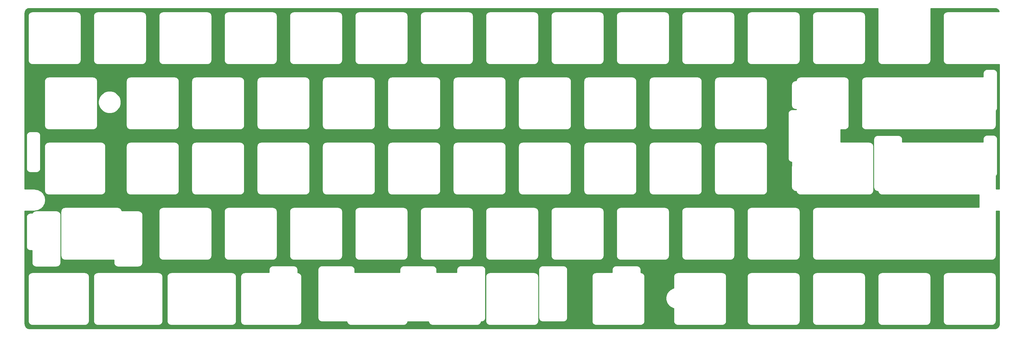
<source format=gbl>
%TF.GenerationSoftware,KiCad,Pcbnew,(5.1.6-0-10_14)*%
%TF.CreationDate,2020-09-14T20:18:27+09:00*%
%TF.ProjectId,keyplate,6b657970-6c61-4746-952e-6b696361645f,rev?*%
%TF.SameCoordinates,Original*%
%TF.FileFunction,Copper,L2,Bot*%
%TF.FilePolarity,Positive*%
%FSLAX46Y46*%
G04 Gerber Fmt 4.6, Leading zero omitted, Abs format (unit mm)*
G04 Created by KiCad (PCBNEW (5.1.6-0-10_14)) date 2020-09-14 20:18:27*
%MOMM*%
%LPD*%
G01*
G04 APERTURE LIST*
%TA.AperFunction,NonConductor*%
%ADD10C,0.254000*%
%TD*%
G04 APERTURE END LIST*
D10*
G36*
X37459765Y-3126223D02*
G01*
X39429045Y-3126231D01*
X42608659Y-3126246D01*
X46914730Y-3126265D01*
X52263380Y-3126289D01*
X58570731Y-3126317D01*
X65752905Y-3126349D01*
X73726024Y-3126385D01*
X82406210Y-3126423D01*
X91709584Y-3126465D01*
X101552268Y-3126509D01*
X111850385Y-3126554D01*
X122520057Y-3126601D01*
X133477405Y-3126650D01*
X144638551Y-3126699D01*
X155919618Y-3126749D01*
X167236726Y-3126798D01*
X178505999Y-3126847D01*
X189643558Y-3126896D01*
X200565524Y-3126943D01*
X211188021Y-3126988D01*
X221427169Y-3127032D01*
X231199091Y-3127074D01*
X240419909Y-3127112D01*
X249005744Y-3127148D01*
X256872719Y-3127180D01*
X263936956Y-3127208D01*
X270114576Y-3127232D01*
X270114577Y-3127232D01*
X275321702Y-3127251D01*
X279474454Y-3127266D01*
X282488956Y-3127274D01*
X284096216Y-3127278D01*
X284096216Y-18299952D01*
X284099152Y-18329899D01*
X284098852Y-18359980D01*
X284099756Y-18369502D01*
X284109992Y-18469796D01*
X284111136Y-18475456D01*
X284111256Y-18481227D01*
X284124368Y-18540917D01*
X284136480Y-18600835D01*
X284138701Y-18606164D01*
X284139940Y-18611803D01*
X284142957Y-18620879D01*
X284182351Y-18736668D01*
X284187164Y-18747284D01*
X284190208Y-18758538D01*
X284214728Y-18808078D01*
X284237556Y-18858426D01*
X284244341Y-18867907D01*
X284249512Y-18878354D01*
X284254627Y-18886435D01*
X284319783Y-18987796D01*
X284325764Y-18995360D01*
X284330404Y-19003821D01*
X284367181Y-19047740D01*
X284402702Y-19092664D01*
X284410042Y-19098926D01*
X284416234Y-19106320D01*
X284423107Y-19112971D01*
X284509963Y-19195852D01*
X284517764Y-19201960D01*
X284524448Y-19209281D01*
X284570333Y-19243118D01*
X284615227Y-19278267D01*
X284624071Y-19282746D01*
X284632045Y-19288626D01*
X284640293Y-19293467D01*
X284744789Y-19353813D01*
X284755983Y-19358892D01*
X284766230Y-19365689D01*
X284816775Y-19386477D01*
X284866532Y-19409054D01*
X284878500Y-19411862D01*
X284889871Y-19416539D01*
X284899048Y-19419232D01*
X285017122Y-19452991D01*
X285080332Y-19464542D01*
X285143477Y-19476575D01*
X285148468Y-19476993D01*
X285148633Y-19477023D01*
X285148799Y-19477021D01*
X285153008Y-19477373D01*
X285221323Y-19482616D01*
X285247454Y-19485190D01*
X298314929Y-19485190D01*
X298415565Y-19475278D01*
X298416773Y-19474911D01*
X298451103Y-19471403D01*
X298456832Y-19470244D01*
X298462668Y-19470121D01*
X298522282Y-19457005D01*
X298582138Y-19444897D01*
X298587528Y-19442649D01*
X298593234Y-19441394D01*
X298602309Y-19438374D01*
X298717992Y-19398973D01*
X298728644Y-19394139D01*
X298739935Y-19391080D01*
X298789434Y-19366552D01*
X298839732Y-19343727D01*
X298849241Y-19336917D01*
X298859725Y-19331722D01*
X298867804Y-19326603D01*
X298969096Y-19261426D01*
X298976670Y-19255432D01*
X298985140Y-19250781D01*
X299029029Y-19213993D01*
X299073926Y-19178460D01*
X299080193Y-19171107D01*
X299087597Y-19164901D01*
X299094245Y-19158025D01*
X299177087Y-19071123D01*
X299183182Y-19063330D01*
X299190483Y-19056659D01*
X299224304Y-19010754D01*
X299259450Y-18965818D01*
X299263916Y-18956989D01*
X299269781Y-18949028D01*
X299274619Y-18940777D01*
X299334947Y-18836206D01*
X299340002Y-18825052D01*
X299346766Y-18814848D01*
X299367553Y-18764262D01*
X299390134Y-18714439D01*
X299392926Y-18702518D01*
X299397580Y-18691192D01*
X299400271Y-18682014D01*
X299434025Y-18563825D01*
X299445553Y-18500636D01*
X299457559Y-18437595D01*
X299457988Y-18432472D01*
X299458018Y-18432307D01*
X299458016Y-18432142D01*
X299458357Y-18428064D01*
X299463600Y-18359666D01*
X299466167Y-18333599D01*
X299466167Y-3126574D01*
X299602404Y-3126575D01*
X299993538Y-3126580D01*
X300449210Y-3126590D01*
X300964170Y-3126603D01*
X301533174Y-3126619D01*
X302150976Y-3126638D01*
X302812332Y-3126659D01*
X303511997Y-3126683D01*
X304244723Y-3126708D01*
X305005269Y-3126736D01*
X305788386Y-3126765D01*
X306588833Y-3126796D01*
X306588834Y-3126796D01*
X307401362Y-3126827D01*
X308220728Y-3126859D01*
X309041688Y-3126892D01*
X309858995Y-3126925D01*
X310667404Y-3126958D01*
X311461670Y-3126991D01*
X312236549Y-3127023D01*
X312986794Y-3127054D01*
X313707162Y-3127085D01*
X314392406Y-3127114D01*
X315037283Y-3127142D01*
X315037284Y-3127142D01*
X315636547Y-3127167D01*
X316184952Y-3127191D01*
X316184953Y-3127191D01*
X316677254Y-3127212D01*
X317108208Y-3127231D01*
X317472568Y-3127247D01*
X317765087Y-3127260D01*
X317980525Y-3127270D01*
X317980531Y-3127270D01*
X318113621Y-3127275D01*
X318146030Y-3127277D01*
X318262631Y-3131762D01*
X318364000Y-3143458D01*
X318466656Y-3164131D01*
X318565995Y-3191432D01*
X318660703Y-3227120D01*
X318755021Y-3270183D01*
X318844984Y-3320961D01*
X318930509Y-3377671D01*
X319011963Y-3442553D01*
X319088248Y-3512346D01*
X319158948Y-3589644D01*
X319223880Y-3670290D01*
X319278496Y-3753331D01*
X319329856Y-3844980D01*
X319372972Y-3939180D01*
X319408809Y-4034974D01*
X319430873Y-4114886D01*
X304331053Y-4114886D01*
X304301066Y-4117826D01*
X304270939Y-4117529D01*
X304261418Y-4118435D01*
X304161238Y-4128672D01*
X304155509Y-4129831D01*
X304149666Y-4129954D01*
X304090033Y-4143074D01*
X304030203Y-4155176D01*
X304024810Y-4157425D01*
X304019100Y-4158681D01*
X304010025Y-4161701D01*
X303894342Y-4201102D01*
X303883686Y-4205938D01*
X303872398Y-4208996D01*
X303822917Y-4233515D01*
X303772602Y-4256348D01*
X303763088Y-4263161D01*
X303752609Y-4268354D01*
X303744530Y-4273472D01*
X303643237Y-4338649D01*
X303635658Y-4344647D01*
X303627190Y-4349297D01*
X303583310Y-4386078D01*
X303538407Y-4421616D01*
X303532140Y-4428970D01*
X303524734Y-4435177D01*
X303518086Y-4442054D01*
X303435245Y-4528954D01*
X303429151Y-4536745D01*
X303421855Y-4543412D01*
X303388031Y-4589320D01*
X303352883Y-4634260D01*
X303348420Y-4643084D01*
X303342556Y-4651043D01*
X303337719Y-4659294D01*
X303277390Y-4763865D01*
X303272335Y-4775018D01*
X303265568Y-4785227D01*
X303244777Y-4835821D01*
X303222202Y-4885631D01*
X303219410Y-4897553D01*
X303214754Y-4908883D01*
X303212064Y-4918061D01*
X303178309Y-5036249D01*
X303166780Y-5099444D01*
X303154774Y-5162490D01*
X303154347Y-5167600D01*
X303154316Y-5167768D01*
X303154319Y-5167937D01*
X303153977Y-5172021D01*
X303148738Y-5240387D01*
X303146168Y-5266478D01*
X303146169Y-18333599D01*
X303156081Y-18434235D01*
X303156433Y-18435396D01*
X303159944Y-18469796D01*
X303161088Y-18475456D01*
X303161208Y-18481227D01*
X303174320Y-18540917D01*
X303186432Y-18600835D01*
X303188653Y-18606164D01*
X303189892Y-18611803D01*
X303192909Y-18620879D01*
X303232303Y-18736668D01*
X303237116Y-18747284D01*
X303240160Y-18758538D01*
X303264680Y-18808078D01*
X303287508Y-18858426D01*
X303294293Y-18867907D01*
X303299464Y-18878354D01*
X303304579Y-18886435D01*
X303369735Y-18987796D01*
X303375720Y-18995365D01*
X303380359Y-19003824D01*
X303417125Y-19047730D01*
X303452654Y-19092664D01*
X303459996Y-19098927D01*
X303466189Y-19106323D01*
X303473062Y-19112974D01*
X303559919Y-19195855D01*
X303567719Y-19201962D01*
X303574401Y-19209281D01*
X303620294Y-19243124D01*
X303665184Y-19278269D01*
X303674024Y-19282746D01*
X303681998Y-19288626D01*
X303690246Y-19293467D01*
X303794742Y-19353813D01*
X303805938Y-19358893D01*
X303816182Y-19365688D01*
X303866714Y-19386470D01*
X303916485Y-19409054D01*
X303928456Y-19411863D01*
X303939823Y-19416538D01*
X303949000Y-19419232D01*
X304067073Y-19452991D01*
X304130308Y-19464546D01*
X304193429Y-19476575D01*
X304198418Y-19476993D01*
X304198584Y-19477023D01*
X304198750Y-19477021D01*
X304202960Y-19477373D01*
X304271275Y-19482616D01*
X304297406Y-19485190D01*
X319474094Y-19485190D01*
X319474094Y-55920173D01*
X318516119Y-55920173D01*
X318516119Y-52082918D01*
X318522828Y-52077667D01*
X318534130Y-52066886D01*
X318546917Y-52057914D01*
X318582417Y-52020825D01*
X318619563Y-51985390D01*
X318628556Y-51972619D01*
X318639357Y-51961334D01*
X318645212Y-51953772D01*
X318707575Y-51872042D01*
X318718594Y-51854232D01*
X318731902Y-51838059D01*
X318753691Y-51797506D01*
X318777915Y-51758354D01*
X318785265Y-51738743D01*
X318795178Y-51720293D01*
X318798799Y-51711441D01*
X318836753Y-51616783D01*
X318841407Y-51600816D01*
X318848352Y-51585697D01*
X318860078Y-51536755D01*
X318874161Y-51488434D01*
X318875625Y-51471860D01*
X318879500Y-51455687D01*
X318880745Y-51446204D01*
X318885026Y-51411703D01*
X318887559Y-51403353D01*
X318897471Y-51302717D01*
X318897471Y-41288526D01*
X318887559Y-41187890D01*
X318886243Y-41183550D01*
X318880941Y-41136117D01*
X318880088Y-41132096D01*
X318879983Y-41127985D01*
X318866225Y-41066749D01*
X318853197Y-41005339D01*
X318851578Y-41001558D01*
X318850677Y-40997547D01*
X318847617Y-40988486D01*
X318811813Y-40884870D01*
X318810311Y-40881598D01*
X318809437Y-40878110D01*
X318782451Y-40820922D01*
X318756028Y-40763376D01*
X318753918Y-40760458D01*
X318752384Y-40757206D01*
X318747421Y-40749031D01*
X318689704Y-40655440D01*
X318657093Y-40612572D01*
X318626136Y-40568493D01*
X318619851Y-40561283D01*
X318578908Y-40514973D01*
X318539466Y-40478296D01*
X318501458Y-40440151D01*
X318494036Y-40434118D01*
X318407756Y-40364987D01*
X318404155Y-40362639D01*
X318401046Y-40359680D01*
X318348199Y-40326158D01*
X318295766Y-40291974D01*
X318291783Y-40290373D01*
X318288153Y-40288070D01*
X318279586Y-40283819D01*
X318181047Y-40235785D01*
X318177581Y-40234497D01*
X318174412Y-40232595D01*
X318114951Y-40211221D01*
X318055732Y-40189213D01*
X318052084Y-40188623D01*
X318048604Y-40187372D01*
X318039314Y-40185095D01*
X317932332Y-40159664D01*
X317878832Y-40152362D01*
X317825643Y-40143050D01*
X317816102Y-40142394D01*
X317754422Y-40138588D01*
X317738061Y-40139179D01*
X317721798Y-40137355D01*
X317712234Y-40137288D01*
X315949760Y-40137288D01*
X315916763Y-40140523D01*
X315883606Y-40140490D01*
X315874093Y-40141480D01*
X315764126Y-40153702D01*
X315760306Y-40154510D01*
X315756398Y-40154605D01*
X315694949Y-40168333D01*
X315633331Y-40181365D01*
X315629736Y-40182902D01*
X315625925Y-40183753D01*
X315616860Y-40186802D01*
X315513245Y-40222465D01*
X315509887Y-40224002D01*
X315506299Y-40224897D01*
X315449103Y-40251822D01*
X315391683Y-40278102D01*
X315388686Y-40280263D01*
X315385342Y-40281837D01*
X315377162Y-40286793D01*
X315283572Y-40344389D01*
X315240499Y-40377093D01*
X315196219Y-40408173D01*
X315189008Y-40414456D01*
X315142698Y-40455377D01*
X315105743Y-40495097D01*
X315067363Y-40533405D01*
X315061337Y-40540832D01*
X314992205Y-40627265D01*
X314990056Y-40630568D01*
X314987338Y-40633422D01*
X314953620Y-40686559D01*
X314919288Y-40739318D01*
X314917821Y-40742977D01*
X314915710Y-40746303D01*
X314911458Y-40754870D01*
X314863423Y-40853369D01*
X314862137Y-40856826D01*
X314860239Y-40859988D01*
X314838853Y-40919445D01*
X314816829Y-40978676D01*
X314816240Y-40982315D01*
X314814991Y-40985788D01*
X314812712Y-40995076D01*
X314787281Y-41101969D01*
X314779961Y-41155527D01*
X314770638Y-41208770D01*
X314769982Y-41218312D01*
X314766176Y-41279971D01*
X314766767Y-41296339D01*
X314764942Y-41312609D01*
X314764875Y-41322173D01*
X314764875Y-42214791D01*
X291235529Y-42214791D01*
X291235529Y-41366489D01*
X291225617Y-41265853D01*
X291225262Y-41264683D01*
X291221750Y-41230278D01*
X291220603Y-41224606D01*
X291220483Y-41218823D01*
X291207372Y-41159153D01*
X291195260Y-41099240D01*
X291193033Y-41093898D01*
X291191792Y-41088249D01*
X291188774Y-41079173D01*
X291149373Y-40963384D01*
X291144547Y-40952742D01*
X291141493Y-40941455D01*
X291116967Y-40891921D01*
X291094161Y-40841629D01*
X291087361Y-40832129D01*
X291082172Y-40821648D01*
X291077055Y-40813568D01*
X291011878Y-40712206D01*
X291005868Y-40704607D01*
X291001208Y-40696116D01*
X290964457Y-40652251D01*
X290928944Y-40607351D01*
X290921572Y-40601064D01*
X290915352Y-40593640D01*
X290908477Y-40586990D01*
X290821576Y-40504110D01*
X290813757Y-40497991D01*
X290807064Y-40490665D01*
X290761191Y-40456859D01*
X290716290Y-40421724D01*
X290707432Y-40417241D01*
X290699442Y-40411353D01*
X290691192Y-40406515D01*
X290586621Y-40346169D01*
X290575446Y-40341103D01*
X290565212Y-40334318D01*
X290514644Y-40313536D01*
X290464862Y-40290966D01*
X290452909Y-40288165D01*
X290441558Y-40283500D01*
X290432380Y-40280808D01*
X290314193Y-40247049D01*
X290250966Y-40235511D01*
X290187935Y-40223507D01*
X290182845Y-40223081D01*
X290182676Y-40223050D01*
X290182507Y-40223053D01*
X290178404Y-40222709D01*
X290110006Y-40217466D01*
X290083939Y-40214899D01*
X284016615Y-40214899D01*
X283915979Y-40224811D01*
X283914770Y-40225178D01*
X283880447Y-40228685D01*
X283874718Y-40229844D01*
X283868875Y-40229967D01*
X283809242Y-40243087D01*
X283749412Y-40255189D01*
X283744019Y-40257438D01*
X283738309Y-40258694D01*
X283729234Y-40261714D01*
X283613551Y-40301115D01*
X283602895Y-40305951D01*
X283591607Y-40309009D01*
X283542126Y-40333528D01*
X283491811Y-40356361D01*
X283482297Y-40363174D01*
X283471818Y-40368367D01*
X283463739Y-40373485D01*
X283362446Y-40438662D01*
X283354867Y-40444660D01*
X283346399Y-40449310D01*
X283302519Y-40486091D01*
X283257616Y-40521629D01*
X283251349Y-40528983D01*
X283243943Y-40535190D01*
X283237295Y-40542067D01*
X283154454Y-40628967D01*
X283148360Y-40636758D01*
X283141064Y-40643425D01*
X283107240Y-40689333D01*
X283072092Y-40734273D01*
X283067629Y-40743097D01*
X283061765Y-40751056D01*
X283056928Y-40759307D01*
X282996599Y-40863878D01*
X282991543Y-40875033D01*
X282984778Y-40885239D01*
X282963991Y-40935824D01*
X282941411Y-40985644D01*
X282938618Y-40997568D01*
X282933964Y-41008894D01*
X282931273Y-41018072D01*
X282897519Y-41136260D01*
X282885995Y-41199424D01*
X282873983Y-41262502D01*
X282873556Y-41267608D01*
X282873525Y-41267778D01*
X282873528Y-41267948D01*
X282873186Y-41272033D01*
X282867950Y-41340363D01*
X282865377Y-41366490D01*
X282865378Y-55433734D01*
X282875290Y-55534370D01*
X282875654Y-55535569D01*
X282879161Y-55569895D01*
X282880316Y-55575607D01*
X282880439Y-55581436D01*
X282893557Y-55641070D01*
X282905664Y-55700931D01*
X282907908Y-55706313D01*
X282909160Y-55712004D01*
X282912179Y-55721079D01*
X282951573Y-55836762D01*
X282956394Y-55847387D01*
X282959443Y-55858647D01*
X282983976Y-55908176D01*
X283006813Y-55958505D01*
X283013604Y-55967989D01*
X283018783Y-55978444D01*
X283023901Y-55986524D01*
X283089057Y-56087817D01*
X283095027Y-56095362D01*
X283099658Y-56103802D01*
X283136469Y-56147742D01*
X283172008Y-56192659D01*
X283179328Y-56198900D01*
X283185512Y-56206281D01*
X283192387Y-56212930D01*
X283279244Y-56295772D01*
X283287016Y-56301854D01*
X283293675Y-56309146D01*
X283339595Y-56342999D01*
X283384529Y-56378162D01*
X283393340Y-56382622D01*
X283401283Y-56388477D01*
X283409532Y-56393317D01*
X283514028Y-56453645D01*
X283525193Y-56458709D01*
X283535415Y-56465489D01*
X283585988Y-56486286D01*
X283635777Y-56508870D01*
X283647717Y-56511670D01*
X283659058Y-56516334D01*
X283668235Y-56519027D01*
X283786308Y-56552781D01*
X283849509Y-56564328D01*
X283912647Y-56576358D01*
X283917655Y-56576778D01*
X283917820Y-56576808D01*
X283917986Y-56576806D01*
X283922178Y-56577157D01*
X283990506Y-56582400D01*
X284016615Y-56584972D01*
X284112100Y-56584972D01*
X284124368Y-56640822D01*
X284136480Y-56700740D01*
X284138701Y-56706069D01*
X284139940Y-56711708D01*
X284142957Y-56720784D01*
X284182351Y-56836573D01*
X284187164Y-56847189D01*
X284190208Y-56858443D01*
X284214728Y-56907983D01*
X284237556Y-56958331D01*
X284244341Y-56967812D01*
X284249512Y-56978259D01*
X284254627Y-56986340D01*
X284319783Y-57087701D01*
X284325764Y-57095265D01*
X284330404Y-57103726D01*
X284367181Y-57147645D01*
X284402702Y-57192569D01*
X284410042Y-57198831D01*
X284416234Y-57206225D01*
X284423107Y-57212876D01*
X284509963Y-57295757D01*
X284517764Y-57301865D01*
X284524448Y-57309186D01*
X284570333Y-57343023D01*
X284615227Y-57378172D01*
X284624071Y-57382651D01*
X284632045Y-57388531D01*
X284640293Y-57393372D01*
X284744789Y-57453718D01*
X284755983Y-57458797D01*
X284766230Y-57465594D01*
X284816775Y-57486382D01*
X284866532Y-57508959D01*
X284878500Y-57511767D01*
X284889871Y-57516444D01*
X284899048Y-57519137D01*
X285017122Y-57552896D01*
X285080332Y-57564447D01*
X285143477Y-57576480D01*
X285148468Y-57576898D01*
X285148633Y-57576928D01*
X285148799Y-57576926D01*
X285153008Y-57577278D01*
X285221323Y-57582521D01*
X285247454Y-57585095D01*
X313596126Y-57585095D01*
X313596127Y-61264743D01*
X266197501Y-61264743D01*
X266096865Y-61274655D01*
X266095656Y-61275022D01*
X266061333Y-61278529D01*
X266055604Y-61279688D01*
X266049761Y-61279811D01*
X265990128Y-61292931D01*
X265930298Y-61305033D01*
X265924905Y-61307282D01*
X265919195Y-61308538D01*
X265910120Y-61311558D01*
X265794437Y-61350959D01*
X265783784Y-61355793D01*
X265772491Y-61358853D01*
X265722998Y-61383378D01*
X265672697Y-61406205D01*
X265663184Y-61413018D01*
X265652702Y-61418212D01*
X265644623Y-61423331D01*
X265543331Y-61488508D01*
X265535759Y-61494501D01*
X265527290Y-61499151D01*
X265483397Y-61535943D01*
X265438501Y-61571475D01*
X265432236Y-61578826D01*
X265424833Y-61585031D01*
X265418185Y-61591907D01*
X265335343Y-61678808D01*
X265329245Y-61686604D01*
X265321945Y-61693275D01*
X265288118Y-61739188D01*
X265252981Y-61784114D01*
X265248517Y-61792940D01*
X265242647Y-61800907D01*
X265237810Y-61809158D01*
X265177482Y-61913730D01*
X265172428Y-61924881D01*
X265165665Y-61935084D01*
X265144878Y-61985670D01*
X265122295Y-62035497D01*
X265119503Y-62047418D01*
X265114851Y-62058739D01*
X265112160Y-62067917D01*
X265078406Y-62186105D01*
X265066882Y-62249269D01*
X265054870Y-62312347D01*
X265054443Y-62317453D01*
X265054412Y-62317623D01*
X265054415Y-62317793D01*
X265054073Y-62321878D01*
X265048834Y-62390244D01*
X265046264Y-62416335D01*
X265046265Y-75483457D01*
X265056177Y-75584093D01*
X265056529Y-75585254D01*
X265060040Y-75619654D01*
X265061184Y-75625314D01*
X265061304Y-75631085D01*
X265074416Y-75690775D01*
X265086528Y-75750693D01*
X265088749Y-75756022D01*
X265089988Y-75761661D01*
X265093005Y-75770737D01*
X265132399Y-75886526D01*
X265137211Y-75897139D01*
X265140254Y-75908391D01*
X265164778Y-75957939D01*
X265187604Y-76008284D01*
X265194386Y-76017761D01*
X265199557Y-76028208D01*
X265204672Y-76036289D01*
X265269827Y-76137650D01*
X265275814Y-76145221D01*
X265280456Y-76153686D01*
X265317231Y-76197603D01*
X265352746Y-76242519D01*
X265360088Y-76248782D01*
X265366286Y-76256184D01*
X265373160Y-76262835D01*
X265460016Y-76345715D01*
X265467818Y-76351823D01*
X265474496Y-76359138D01*
X265520380Y-76392974D01*
X265565282Y-76428128D01*
X265574120Y-76432604D01*
X265582093Y-76438483D01*
X265590341Y-76443324D01*
X265694837Y-76503670D01*
X265706033Y-76508750D01*
X265716277Y-76515545D01*
X265766809Y-76536327D01*
X265816580Y-76558911D01*
X265828551Y-76561720D01*
X265839918Y-76566395D01*
X265849095Y-76569089D01*
X265967168Y-76602848D01*
X266030403Y-76614403D01*
X266093524Y-76626432D01*
X266098513Y-76626850D01*
X266098679Y-76626880D01*
X266098845Y-76626878D01*
X266103055Y-76627230D01*
X266171370Y-76632473D01*
X266197501Y-76635047D01*
X317364882Y-76635047D01*
X317465518Y-76625135D01*
X317466726Y-76624768D01*
X317501056Y-76621260D01*
X317506785Y-76620101D01*
X317512621Y-76619978D01*
X317572235Y-76606862D01*
X317632091Y-76594754D01*
X317637481Y-76592506D01*
X317643187Y-76591251D01*
X317652262Y-76588231D01*
X317767945Y-76548830D01*
X317778603Y-76543993D01*
X317789891Y-76540935D01*
X317839370Y-76516417D01*
X317889685Y-76493584D01*
X317899199Y-76486771D01*
X317909680Y-76481577D01*
X317917759Y-76476458D01*
X318019052Y-76411281D01*
X318026626Y-76405286D01*
X318035092Y-76400638D01*
X318078978Y-76363852D01*
X318123881Y-76328314D01*
X318130146Y-76320963D01*
X318137549Y-76314758D01*
X318144197Y-76307882D01*
X318227039Y-76220980D01*
X318233134Y-76213187D01*
X318240435Y-76206516D01*
X318274256Y-76160611D01*
X318309402Y-76115675D01*
X318313868Y-76106846D01*
X318319733Y-76098885D01*
X318324571Y-76090634D01*
X318384899Y-75986063D01*
X318389953Y-75974911D01*
X318396718Y-75964706D01*
X318417505Y-75914119D01*
X318440086Y-75864296D01*
X318442878Y-75852372D01*
X318447531Y-75841050D01*
X318450222Y-75831872D01*
X318483976Y-75713685D01*
X318495501Y-75650514D01*
X318507511Y-75587453D01*
X318507940Y-75582333D01*
X318507970Y-75582167D01*
X318507968Y-75582001D01*
X318508309Y-75577922D01*
X318513552Y-75509524D01*
X318516119Y-75483457D01*
X318516119Y-62290080D01*
X319474094Y-62290080D01*
X319474094Y-95355785D01*
X319469705Y-95469382D01*
X319457310Y-95570834D01*
X319436304Y-95675153D01*
X319408666Y-95775020D01*
X319372863Y-95871414D01*
X319330327Y-95963882D01*
X319278701Y-96055768D01*
X319223096Y-96140314D01*
X319157651Y-96222295D01*
X319089408Y-96297135D01*
X319013746Y-96365438D01*
X318930007Y-96432141D01*
X318844986Y-96488744D01*
X318755627Y-96538951D01*
X318658722Y-96583195D01*
X318563899Y-96619612D01*
X318468840Y-96645738D01*
X318366251Y-96665692D01*
X318262637Y-96677648D01*
X318146032Y-96682133D01*
X36802401Y-96684250D01*
X36684707Y-96678167D01*
X36576593Y-96665692D01*
X36474611Y-96645856D01*
X36379782Y-96619612D01*
X36283362Y-96582848D01*
X36187216Y-96538950D01*
X36097860Y-96488744D01*
X36012835Y-96432138D01*
X35929093Y-96365432D01*
X35853445Y-96297142D01*
X35786398Y-96223614D01*
X35720597Y-96140297D01*
X35663199Y-96054083D01*
X35612517Y-95963879D01*
X35569986Y-95871419D01*
X35534181Y-95775020D01*
X35506543Y-95675153D01*
X35485989Y-95573086D01*
X35474021Y-95469357D01*
X35468752Y-95353452D01*
X35468752Y-81466287D01*
X36446835Y-81466287D01*
X36446836Y-94533409D01*
X36456748Y-94634045D01*
X36457100Y-94635206D01*
X36460611Y-94669606D01*
X36461755Y-94675266D01*
X36461875Y-94681037D01*
X36474987Y-94740727D01*
X36487099Y-94800645D01*
X36489320Y-94805974D01*
X36490559Y-94811613D01*
X36493576Y-94820689D01*
X36532970Y-94936478D01*
X36537783Y-94947094D01*
X36540827Y-94958348D01*
X36565347Y-95007888D01*
X36588175Y-95058236D01*
X36594960Y-95067717D01*
X36600131Y-95078164D01*
X36605246Y-95086245D01*
X36670402Y-95187606D01*
X36676383Y-95195170D01*
X36681023Y-95203631D01*
X36717800Y-95247550D01*
X36753321Y-95292474D01*
X36760661Y-95298736D01*
X36766853Y-95306130D01*
X36773726Y-95312781D01*
X36860582Y-95395662D01*
X36868383Y-95401770D01*
X36875067Y-95409091D01*
X36920952Y-95442928D01*
X36965846Y-95478077D01*
X36974690Y-95482556D01*
X36982664Y-95488436D01*
X36990912Y-95493277D01*
X37095408Y-95553623D01*
X37106602Y-95558702D01*
X37116849Y-95565499D01*
X37167394Y-95586287D01*
X37217151Y-95608864D01*
X37229119Y-95611672D01*
X37240490Y-95616349D01*
X37249667Y-95619042D01*
X37367741Y-95652801D01*
X37430951Y-95664352D01*
X37494096Y-95676385D01*
X37499087Y-95676803D01*
X37499252Y-95676833D01*
X37499418Y-95676831D01*
X37503627Y-95677183D01*
X37571942Y-95682426D01*
X37598073Y-95685000D01*
X53046792Y-95685000D01*
X53147428Y-95675088D01*
X53148636Y-95674721D01*
X53182966Y-95671213D01*
X53188695Y-95670054D01*
X53194531Y-95669931D01*
X53254145Y-95656815D01*
X53314001Y-95644707D01*
X53319391Y-95642459D01*
X53325097Y-95641204D01*
X53334172Y-95638184D01*
X53449855Y-95598783D01*
X53460507Y-95593949D01*
X53471798Y-95590890D01*
X53521297Y-95566362D01*
X53571595Y-95543537D01*
X53581104Y-95536727D01*
X53591588Y-95531532D01*
X53599667Y-95526413D01*
X53700959Y-95461236D01*
X53708533Y-95455242D01*
X53717003Y-95450591D01*
X53760892Y-95413803D01*
X53805789Y-95378270D01*
X53812056Y-95370917D01*
X53819460Y-95364711D01*
X53826108Y-95357835D01*
X53908950Y-95270933D01*
X53915045Y-95263140D01*
X53922346Y-95256469D01*
X53956167Y-95210564D01*
X53991313Y-95165628D01*
X53995779Y-95156799D01*
X54001644Y-95148838D01*
X54006482Y-95140587D01*
X54066810Y-95036016D01*
X54071865Y-95024862D01*
X54078629Y-95014658D01*
X54099416Y-94964072D01*
X54121997Y-94914249D01*
X54124789Y-94902328D01*
X54129443Y-94891002D01*
X54132134Y-94881824D01*
X54165888Y-94763635D01*
X54177416Y-94700446D01*
X54189422Y-94637405D01*
X54189851Y-94632282D01*
X54189881Y-94632117D01*
X54189879Y-94631952D01*
X54190220Y-94627874D01*
X54195463Y-94559476D01*
X54198030Y-94533409D01*
X54198030Y-81466287D01*
X55496787Y-81466287D01*
X55496788Y-94533409D01*
X55506700Y-94634045D01*
X55507052Y-94635206D01*
X55510563Y-94669606D01*
X55511707Y-94675266D01*
X55511827Y-94681037D01*
X55524939Y-94740727D01*
X55537051Y-94800645D01*
X55539272Y-94805974D01*
X55540511Y-94811613D01*
X55543528Y-94820689D01*
X55582922Y-94936478D01*
X55587735Y-94947094D01*
X55590779Y-94958348D01*
X55615299Y-95007888D01*
X55638127Y-95058236D01*
X55644912Y-95067717D01*
X55650083Y-95078164D01*
X55655198Y-95086245D01*
X55720354Y-95187606D01*
X55726339Y-95195175D01*
X55730978Y-95203634D01*
X55767744Y-95247540D01*
X55803273Y-95292474D01*
X55810615Y-95298737D01*
X55816808Y-95306133D01*
X55823681Y-95312784D01*
X55910538Y-95395665D01*
X55918338Y-95401772D01*
X55925020Y-95409091D01*
X55970913Y-95442934D01*
X56015803Y-95478079D01*
X56024643Y-95482556D01*
X56032617Y-95488436D01*
X56040865Y-95493277D01*
X56145361Y-95553623D01*
X56156557Y-95558703D01*
X56166801Y-95565498D01*
X56217333Y-95586280D01*
X56267104Y-95608864D01*
X56279075Y-95611673D01*
X56290442Y-95616348D01*
X56299619Y-95619042D01*
X56417692Y-95652801D01*
X56480927Y-95664356D01*
X56544048Y-95676385D01*
X56549037Y-95676803D01*
X56549203Y-95676833D01*
X56549369Y-95676831D01*
X56553579Y-95677183D01*
X56621894Y-95682426D01*
X56648025Y-95685000D01*
X74477989Y-95685000D01*
X74578625Y-95675088D01*
X74579833Y-95674721D01*
X74614163Y-95671213D01*
X74619892Y-95670054D01*
X74625728Y-95669931D01*
X74685342Y-95656815D01*
X74745198Y-95644707D01*
X74750588Y-95642459D01*
X74756294Y-95641204D01*
X74765369Y-95638184D01*
X74881052Y-95598783D01*
X74891704Y-95593949D01*
X74902995Y-95590890D01*
X74952494Y-95566362D01*
X75002792Y-95543537D01*
X75012301Y-95536727D01*
X75022785Y-95531532D01*
X75030864Y-95526413D01*
X75132156Y-95461236D01*
X75139733Y-95455239D01*
X75148204Y-95450588D01*
X75192089Y-95413803D01*
X75236986Y-95378270D01*
X75243254Y-95370916D01*
X75250660Y-95364708D01*
X75257308Y-95357832D01*
X75340149Y-95270931D01*
X75346243Y-95263140D01*
X75353539Y-95256473D01*
X75387363Y-95210565D01*
X75422511Y-95165625D01*
X75426974Y-95156801D01*
X75432838Y-95148842D01*
X75437675Y-95140591D01*
X75498004Y-95036020D01*
X75503059Y-95024867D01*
X75509826Y-95014658D01*
X75530619Y-94964058D01*
X75553192Y-94914253D01*
X75555984Y-94902333D01*
X75560640Y-94891002D01*
X75563331Y-94881824D01*
X75597085Y-94763635D01*
X75608613Y-94700446D01*
X75620619Y-94637405D01*
X75621048Y-94632282D01*
X75621078Y-94632117D01*
X75621076Y-94631952D01*
X75621417Y-94627874D01*
X75626660Y-94559476D01*
X75629227Y-94533409D01*
X75629227Y-81466287D01*
X76927984Y-81466287D01*
X76927985Y-94533409D01*
X76937897Y-94634045D01*
X76938249Y-94635206D01*
X76941760Y-94669606D01*
X76942904Y-94675266D01*
X76943024Y-94681037D01*
X76956136Y-94740727D01*
X76968248Y-94800645D01*
X76970469Y-94805974D01*
X76971708Y-94811613D01*
X76974725Y-94820689D01*
X77014119Y-94936478D01*
X77018932Y-94947094D01*
X77021976Y-94958348D01*
X77046496Y-95007888D01*
X77069324Y-95058236D01*
X77076109Y-95067717D01*
X77081280Y-95078164D01*
X77086395Y-95086245D01*
X77151551Y-95187606D01*
X77157532Y-95195170D01*
X77162172Y-95203631D01*
X77198949Y-95247550D01*
X77234470Y-95292474D01*
X77241810Y-95298736D01*
X77248002Y-95306130D01*
X77254875Y-95312781D01*
X77341731Y-95395662D01*
X77349532Y-95401770D01*
X77356216Y-95409091D01*
X77402101Y-95442928D01*
X77446995Y-95478077D01*
X77455839Y-95482556D01*
X77463813Y-95488436D01*
X77472061Y-95493277D01*
X77576557Y-95553623D01*
X77587751Y-95558702D01*
X77597998Y-95565499D01*
X77648543Y-95586287D01*
X77698300Y-95608864D01*
X77710268Y-95611672D01*
X77721639Y-95616349D01*
X77730816Y-95619042D01*
X77848890Y-95652801D01*
X77912100Y-95664352D01*
X77975245Y-95676385D01*
X77980236Y-95676803D01*
X77980401Y-95676833D01*
X77980567Y-95676831D01*
X77984776Y-95677183D01*
X78053091Y-95682426D01*
X78079222Y-95685000D01*
X95909185Y-95685000D01*
X96009821Y-95675088D01*
X96011029Y-95674721D01*
X96045359Y-95671213D01*
X96051088Y-95670054D01*
X96056924Y-95669931D01*
X96116538Y-95656815D01*
X96176394Y-95644707D01*
X96181784Y-95642459D01*
X96187490Y-95641204D01*
X96196565Y-95638184D01*
X96312248Y-95598783D01*
X96322900Y-95593949D01*
X96334191Y-95590890D01*
X96383690Y-95566362D01*
X96433988Y-95543537D01*
X96443497Y-95536727D01*
X96453981Y-95531532D01*
X96462060Y-95526413D01*
X96563352Y-95461236D01*
X96570929Y-95455239D01*
X96579400Y-95450588D01*
X96623285Y-95413803D01*
X96668182Y-95378270D01*
X96674450Y-95370916D01*
X96681856Y-95364708D01*
X96688504Y-95357832D01*
X96771345Y-95270931D01*
X96777442Y-95263136D01*
X96784738Y-95256469D01*
X96818552Y-95210573D01*
X96853707Y-95165625D01*
X96858172Y-95156797D01*
X96864036Y-95148838D01*
X96868874Y-95140587D01*
X96929202Y-95036016D01*
X96934257Y-95024862D01*
X96941021Y-95014658D01*
X96961808Y-94964072D01*
X96984389Y-94914249D01*
X96987181Y-94902328D01*
X96991835Y-94891002D01*
X96994526Y-94881824D01*
X97028280Y-94763635D01*
X97039808Y-94700446D01*
X97051814Y-94637405D01*
X97052243Y-94632282D01*
X97052273Y-94632117D01*
X97052271Y-94631952D01*
X97052612Y-94627874D01*
X97057855Y-94559476D01*
X97060422Y-94533409D01*
X97060422Y-81466287D01*
X98359180Y-81466287D01*
X98359181Y-94533409D01*
X98369093Y-94634045D01*
X98369445Y-94635206D01*
X98372956Y-94669606D01*
X98374100Y-94675266D01*
X98374220Y-94681037D01*
X98387332Y-94740727D01*
X98399444Y-94800645D01*
X98401665Y-94805974D01*
X98402904Y-94811613D01*
X98405921Y-94820689D01*
X98445315Y-94936478D01*
X98450128Y-94947094D01*
X98453172Y-94958348D01*
X98477692Y-95007888D01*
X98500520Y-95058236D01*
X98507305Y-95067717D01*
X98512476Y-95078164D01*
X98517591Y-95086245D01*
X98582747Y-95187606D01*
X98588728Y-95195170D01*
X98593368Y-95203631D01*
X98630145Y-95247550D01*
X98665666Y-95292474D01*
X98673006Y-95298736D01*
X98679198Y-95306130D01*
X98686071Y-95312781D01*
X98772927Y-95395662D01*
X98780728Y-95401770D01*
X98787412Y-95409091D01*
X98833297Y-95442928D01*
X98878191Y-95478077D01*
X98887035Y-95482556D01*
X98895009Y-95488436D01*
X98903257Y-95493277D01*
X99007753Y-95553623D01*
X99018947Y-95558702D01*
X99029194Y-95565499D01*
X99079739Y-95586287D01*
X99129496Y-95608864D01*
X99141464Y-95611672D01*
X99152835Y-95616349D01*
X99162012Y-95619042D01*
X99280086Y-95652801D01*
X99343296Y-95664352D01*
X99406441Y-95676385D01*
X99411432Y-95676803D01*
X99411597Y-95676833D01*
X99411763Y-95676831D01*
X99415972Y-95677183D01*
X99484287Y-95682426D01*
X99510418Y-95685000D01*
X114959138Y-95685000D01*
X115059774Y-95675088D01*
X115060982Y-95674721D01*
X115095312Y-95671213D01*
X115101041Y-95670054D01*
X115106877Y-95669931D01*
X115166491Y-95656815D01*
X115226347Y-95644707D01*
X115231737Y-95642459D01*
X115237443Y-95641204D01*
X115246518Y-95638184D01*
X115362201Y-95598783D01*
X115372859Y-95593946D01*
X115384147Y-95590888D01*
X115433626Y-95566370D01*
X115483941Y-95543537D01*
X115493455Y-95536724D01*
X115503936Y-95531530D01*
X115512015Y-95526411D01*
X115613308Y-95461234D01*
X115620882Y-95455239D01*
X115629348Y-95450591D01*
X115673234Y-95413805D01*
X115718137Y-95378267D01*
X115724402Y-95370916D01*
X115731805Y-95364711D01*
X115738453Y-95357835D01*
X115821295Y-95270933D01*
X115827390Y-95263140D01*
X115834691Y-95256469D01*
X115868512Y-95210564D01*
X115903658Y-95165628D01*
X115908124Y-95156799D01*
X115913989Y-95148838D01*
X115918827Y-95140587D01*
X115979155Y-95036016D01*
X115984210Y-95024862D01*
X115990974Y-95014658D01*
X116011761Y-94964072D01*
X116034342Y-94914249D01*
X116037134Y-94902328D01*
X116041788Y-94891002D01*
X116044479Y-94881824D01*
X116078233Y-94763635D01*
X116089761Y-94700446D01*
X116101767Y-94637405D01*
X116102196Y-94632282D01*
X116102226Y-94632117D01*
X116102224Y-94631952D01*
X116102565Y-94627874D01*
X116107808Y-94559476D01*
X116110375Y-94533409D01*
X116110375Y-81466286D01*
X116100463Y-81365650D01*
X116100108Y-81364479D01*
X116096597Y-81330082D01*
X116095454Y-81324427D01*
X116095334Y-81318657D01*
X116082223Y-81258973D01*
X116070109Y-81199044D01*
X116067888Y-81193715D01*
X116066650Y-81188081D01*
X116063633Y-81179005D01*
X116024239Y-81063216D01*
X116019427Y-81052603D01*
X116016384Y-81041351D01*
X115991860Y-80991803D01*
X115969034Y-80941458D01*
X115962252Y-80931981D01*
X115957081Y-80921534D01*
X115951966Y-80913453D01*
X115886811Y-80812092D01*
X115880824Y-80804521D01*
X115876182Y-80796056D01*
X115839416Y-80752151D01*
X115803893Y-80707224D01*
X115796547Y-80700957D01*
X115790351Y-80693558D01*
X115783478Y-80686907D01*
X115696621Y-80604027D01*
X115688822Y-80597921D01*
X115682142Y-80590604D01*
X115636250Y-80556762D01*
X115591356Y-80521614D01*
X115582518Y-80517138D01*
X115574545Y-80511259D01*
X115566297Y-80506418D01*
X115461801Y-80446072D01*
X115450605Y-80440992D01*
X115440361Y-80434197D01*
X115389829Y-80413415D01*
X115340058Y-80390831D01*
X115328087Y-80388022D01*
X115316720Y-80383347D01*
X115307543Y-80380653D01*
X115189470Y-80346894D01*
X115126225Y-80335337D01*
X115063106Y-80323310D01*
X115058126Y-80322893D01*
X115057959Y-80322862D01*
X115057791Y-80322864D01*
X115053575Y-80322511D01*
X114997717Y-80318225D01*
X114997717Y-79466395D01*
X120877282Y-79466395D01*
X120877283Y-93533639D01*
X120887195Y-93634275D01*
X120887559Y-93635474D01*
X120891066Y-93669800D01*
X120892221Y-93675512D01*
X120892344Y-93681341D01*
X120905462Y-93740975D01*
X120917569Y-93800836D01*
X120919813Y-93806218D01*
X120921065Y-93811909D01*
X120924084Y-93820984D01*
X120963478Y-93936667D01*
X120968299Y-93947292D01*
X120971348Y-93958552D01*
X120995881Y-94008081D01*
X121018718Y-94058410D01*
X121025509Y-94067894D01*
X121030688Y-94078349D01*
X121035806Y-94086429D01*
X121100962Y-94187722D01*
X121106932Y-94195267D01*
X121111563Y-94203707D01*
X121148374Y-94247647D01*
X121183913Y-94292564D01*
X121191233Y-94298805D01*
X121197417Y-94306186D01*
X121204292Y-94312835D01*
X121291149Y-94395677D01*
X121298921Y-94401759D01*
X121305580Y-94409051D01*
X121351500Y-94442904D01*
X121396434Y-94478067D01*
X121405245Y-94482527D01*
X121413188Y-94488382D01*
X121421437Y-94493222D01*
X121525933Y-94553550D01*
X121537098Y-94558614D01*
X121547320Y-94565394D01*
X121597893Y-94586191D01*
X121647682Y-94608775D01*
X121659622Y-94611575D01*
X121670963Y-94616239D01*
X121680140Y-94618932D01*
X121798213Y-94652686D01*
X121861414Y-94664233D01*
X121924552Y-94676263D01*
X121929560Y-94676683D01*
X121929725Y-94676713D01*
X121929891Y-94676711D01*
X121934083Y-94677062D01*
X122002411Y-94682305D01*
X122028520Y-94684877D01*
X129331237Y-94684877D01*
X129343505Y-94740727D01*
X129355617Y-94800645D01*
X129357838Y-94805974D01*
X129359077Y-94811613D01*
X129362094Y-94820689D01*
X129401488Y-94936478D01*
X129406301Y-94947094D01*
X129409345Y-94958348D01*
X129433865Y-95007888D01*
X129456693Y-95058236D01*
X129463478Y-95067717D01*
X129468649Y-95078164D01*
X129473764Y-95086245D01*
X129538920Y-95187606D01*
X129544901Y-95195170D01*
X129549541Y-95203631D01*
X129586318Y-95247550D01*
X129621839Y-95292474D01*
X129629179Y-95298736D01*
X129635371Y-95306130D01*
X129642244Y-95312781D01*
X129729100Y-95395662D01*
X129736901Y-95401770D01*
X129743585Y-95409091D01*
X129789470Y-95442928D01*
X129834364Y-95478077D01*
X129843208Y-95482556D01*
X129851182Y-95488436D01*
X129859430Y-95493277D01*
X129963926Y-95553623D01*
X129975120Y-95558702D01*
X129985367Y-95565499D01*
X130035912Y-95586287D01*
X130085669Y-95608864D01*
X130097637Y-95611672D01*
X130109008Y-95616349D01*
X130118185Y-95619042D01*
X130236259Y-95652801D01*
X130299469Y-95664352D01*
X130362614Y-95676385D01*
X130367605Y-95676803D01*
X130367770Y-95676833D01*
X130367936Y-95676831D01*
X130372145Y-95677183D01*
X130440460Y-95682426D01*
X130466591Y-95685000D01*
X145915310Y-95685000D01*
X146015946Y-95675088D01*
X146017154Y-95674721D01*
X146051484Y-95671213D01*
X146057213Y-95670054D01*
X146063049Y-95669931D01*
X146122663Y-95656815D01*
X146182519Y-95644707D01*
X146187909Y-95642459D01*
X146193615Y-95641204D01*
X146202690Y-95638184D01*
X146318373Y-95598783D01*
X146329025Y-95593949D01*
X146340316Y-95590890D01*
X146389815Y-95566362D01*
X146440113Y-95543537D01*
X146449622Y-95536727D01*
X146460106Y-95531532D01*
X146468185Y-95526413D01*
X146569477Y-95461236D01*
X146577051Y-95455242D01*
X146585521Y-95450591D01*
X146629410Y-95413803D01*
X146674307Y-95378270D01*
X146680574Y-95370917D01*
X146687978Y-95364711D01*
X146694626Y-95357835D01*
X146777468Y-95270933D01*
X146783563Y-95263140D01*
X146790864Y-95256469D01*
X146824685Y-95210564D01*
X146859831Y-95165628D01*
X146864297Y-95156799D01*
X146870162Y-95148838D01*
X146875000Y-95140587D01*
X146935328Y-95036016D01*
X146940383Y-95024862D01*
X146947147Y-95014658D01*
X146967934Y-94964072D01*
X146990515Y-94914249D01*
X146993307Y-94902328D01*
X146997961Y-94891002D01*
X147000652Y-94881824D01*
X147034406Y-94763635D01*
X147045934Y-94700446D01*
X147048899Y-94684877D01*
X153143677Y-94684877D01*
X153155945Y-94740727D01*
X153168057Y-94800645D01*
X153170278Y-94805974D01*
X153171517Y-94811613D01*
X153174534Y-94820689D01*
X153213928Y-94936478D01*
X153218741Y-94947094D01*
X153221785Y-94958348D01*
X153246305Y-95007888D01*
X153269133Y-95058236D01*
X153275918Y-95067717D01*
X153281089Y-95078164D01*
X153286204Y-95086245D01*
X153351360Y-95187606D01*
X153357345Y-95195175D01*
X153361984Y-95203634D01*
X153398750Y-95247540D01*
X153434279Y-95292474D01*
X153441621Y-95298737D01*
X153447814Y-95306133D01*
X153454687Y-95312784D01*
X153541544Y-95395665D01*
X153549344Y-95401772D01*
X153556026Y-95409091D01*
X153601919Y-95442934D01*
X153646809Y-95478079D01*
X153655649Y-95482556D01*
X153663623Y-95488436D01*
X153671871Y-95493277D01*
X153776367Y-95553623D01*
X153787563Y-95558703D01*
X153797807Y-95565498D01*
X153848339Y-95586280D01*
X153898110Y-95608864D01*
X153910081Y-95611673D01*
X153921448Y-95616348D01*
X153930625Y-95619042D01*
X154048698Y-95652801D01*
X154111933Y-95664356D01*
X154175054Y-95676385D01*
X154180043Y-95676803D01*
X154180209Y-95676833D01*
X154180375Y-95676831D01*
X154184585Y-95677183D01*
X154252900Y-95682426D01*
X154279031Y-95685000D01*
X167346507Y-95685000D01*
X167447143Y-95675088D01*
X167448351Y-95674721D01*
X167482681Y-95671213D01*
X167488410Y-95670054D01*
X167494246Y-95669931D01*
X167553860Y-95656815D01*
X167613716Y-95644707D01*
X167619106Y-95642459D01*
X167624812Y-95641204D01*
X167633887Y-95638184D01*
X167749570Y-95598783D01*
X167760228Y-95593946D01*
X167771516Y-95590888D01*
X167820995Y-95566370D01*
X167871310Y-95543537D01*
X167880824Y-95536724D01*
X167891305Y-95531530D01*
X167899384Y-95526411D01*
X168000677Y-95461234D01*
X168008251Y-95455239D01*
X168016717Y-95450591D01*
X168060603Y-95413805D01*
X168105506Y-95378267D01*
X168111771Y-95370916D01*
X168119174Y-95364711D01*
X168125822Y-95357835D01*
X168208664Y-95270933D01*
X168214759Y-95263140D01*
X168222060Y-95256469D01*
X168255881Y-95210564D01*
X168291027Y-95165628D01*
X168295493Y-95156799D01*
X168301358Y-95148838D01*
X168306196Y-95140587D01*
X168366524Y-95036016D01*
X168371579Y-95024862D01*
X168378343Y-95014658D01*
X168399130Y-94964072D01*
X168421711Y-94914249D01*
X168424503Y-94902328D01*
X168429157Y-94891002D01*
X168431848Y-94881824D01*
X168465602Y-94763635D01*
X168477130Y-94700446D01*
X168480095Y-94684877D01*
X168576992Y-94684877D01*
X168677628Y-94674965D01*
X168678799Y-94674610D01*
X168713195Y-94671099D01*
X168718850Y-94669956D01*
X168724620Y-94669836D01*
X168784298Y-94656726D01*
X168844234Y-94644611D01*
X168849564Y-94642389D01*
X168855196Y-94641152D01*
X168864272Y-94638135D01*
X168980061Y-94598741D01*
X168990677Y-94593928D01*
X169001931Y-94590884D01*
X169051471Y-94566364D01*
X169101819Y-94543536D01*
X169111300Y-94536751D01*
X169121747Y-94531580D01*
X169129828Y-94526465D01*
X169231189Y-94461309D01*
X169238753Y-94455328D01*
X169247214Y-94450688D01*
X169291133Y-94413911D01*
X169336057Y-94378390D01*
X169342319Y-94371050D01*
X169349713Y-94364858D01*
X169356364Y-94357985D01*
X169439245Y-94271129D01*
X169445353Y-94263328D01*
X169452674Y-94256644D01*
X169486511Y-94210759D01*
X169521660Y-94165865D01*
X169526139Y-94157021D01*
X169532019Y-94149047D01*
X169536860Y-94140799D01*
X169597206Y-94036303D01*
X169602285Y-94025109D01*
X169609082Y-94014862D01*
X169629870Y-93964317D01*
X169652447Y-93914560D01*
X169655255Y-93902592D01*
X169659932Y-93891221D01*
X169662625Y-93882044D01*
X169696384Y-93763970D01*
X169707930Y-93700784D01*
X169719968Y-93637616D01*
X169720386Y-93632623D01*
X169720416Y-93632459D01*
X169720414Y-93632294D01*
X169720766Y-93628085D01*
X169726010Y-93559767D01*
X169728583Y-93533639D01*
X169728583Y-81466287D01*
X169796502Y-81466287D01*
X169796503Y-94533409D01*
X169806415Y-94634045D01*
X169806767Y-94635206D01*
X169810278Y-94669606D01*
X169811422Y-94675266D01*
X169811542Y-94681037D01*
X169824654Y-94740727D01*
X169836766Y-94800645D01*
X169838987Y-94805974D01*
X169840226Y-94811613D01*
X169843243Y-94820689D01*
X169882637Y-94936478D01*
X169887450Y-94947094D01*
X169890494Y-94958348D01*
X169915014Y-95007888D01*
X169937842Y-95058236D01*
X169944627Y-95067717D01*
X169949798Y-95078164D01*
X169954913Y-95086245D01*
X170020069Y-95187606D01*
X170026050Y-95195170D01*
X170030690Y-95203631D01*
X170067467Y-95247550D01*
X170102988Y-95292474D01*
X170110328Y-95298736D01*
X170116520Y-95306130D01*
X170123393Y-95312781D01*
X170210249Y-95395662D01*
X170218050Y-95401770D01*
X170224734Y-95409091D01*
X170270619Y-95442928D01*
X170315513Y-95478077D01*
X170324357Y-95482556D01*
X170332331Y-95488436D01*
X170340579Y-95493277D01*
X170445075Y-95553623D01*
X170456269Y-95558702D01*
X170466516Y-95565499D01*
X170517061Y-95586287D01*
X170566818Y-95608864D01*
X170578786Y-95611672D01*
X170590157Y-95616349D01*
X170599334Y-95619042D01*
X170717408Y-95652801D01*
X170780618Y-95664352D01*
X170843763Y-95676385D01*
X170848754Y-95676803D01*
X170848919Y-95676833D01*
X170849085Y-95676831D01*
X170853294Y-95677183D01*
X170921609Y-95682426D01*
X170947740Y-95685000D01*
X184015215Y-95685000D01*
X184115851Y-95675088D01*
X184117059Y-95674721D01*
X184151389Y-95671213D01*
X184157118Y-95670054D01*
X184162954Y-95669931D01*
X184222568Y-95656815D01*
X184282424Y-95644707D01*
X184287814Y-95642459D01*
X184293520Y-95641204D01*
X184302595Y-95638184D01*
X184418278Y-95598783D01*
X184428930Y-95593949D01*
X184440221Y-95590890D01*
X184489720Y-95566362D01*
X184540018Y-95543537D01*
X184549527Y-95536727D01*
X184560011Y-95531532D01*
X184568090Y-95526413D01*
X184669382Y-95461236D01*
X184676956Y-95455242D01*
X184685426Y-95450591D01*
X184729315Y-95413803D01*
X184774212Y-95378270D01*
X184780479Y-95370917D01*
X184787883Y-95364711D01*
X184794531Y-95357835D01*
X184877373Y-95270933D01*
X184883468Y-95263140D01*
X184890769Y-95256469D01*
X184924590Y-95210564D01*
X184959736Y-95165628D01*
X184964202Y-95156799D01*
X184970067Y-95148838D01*
X184974905Y-95140587D01*
X185035233Y-95036016D01*
X185040288Y-95024862D01*
X185047052Y-95014658D01*
X185067839Y-94964072D01*
X185090420Y-94914249D01*
X185093212Y-94902328D01*
X185097866Y-94891002D01*
X185100557Y-94881824D01*
X185134311Y-94763635D01*
X185145839Y-94700446D01*
X185157845Y-94637405D01*
X185158274Y-94632282D01*
X185158304Y-94632117D01*
X185158302Y-94631952D01*
X185158643Y-94627874D01*
X185163886Y-94559476D01*
X185169767Y-94499762D01*
X185166453Y-94466115D01*
X185166453Y-81466286D01*
X185156541Y-81365650D01*
X185156186Y-81364479D01*
X185152675Y-81330082D01*
X185151532Y-81324427D01*
X185151412Y-81318657D01*
X185138301Y-81258973D01*
X185126187Y-81199044D01*
X185123966Y-81193715D01*
X185122728Y-81188081D01*
X185119711Y-81179005D01*
X185080317Y-81063216D01*
X185075504Y-81052600D01*
X185072460Y-81041346D01*
X185047940Y-80991806D01*
X185025112Y-80941458D01*
X185018327Y-80931977D01*
X185013156Y-80921530D01*
X185008041Y-80913448D01*
X184942885Y-80812088D01*
X184936902Y-80804521D01*
X184932261Y-80796059D01*
X184895481Y-80752136D01*
X184859966Y-80707220D01*
X184852627Y-80700959D01*
X184846431Y-80693560D01*
X184839558Y-80686909D01*
X184752702Y-80604030D01*
X184744902Y-80597923D01*
X184738220Y-80590604D01*
X184692327Y-80556761D01*
X184647437Y-80521616D01*
X184638597Y-80517139D01*
X184630623Y-80511259D01*
X184622375Y-80506418D01*
X184517879Y-80446072D01*
X184506682Y-80440991D01*
X184496437Y-80434196D01*
X184445903Y-80413413D01*
X184396136Y-80390831D01*
X184384166Y-80388022D01*
X184372796Y-80383346D01*
X184363619Y-80380653D01*
X184245546Y-80346894D01*
X184182337Y-80335343D01*
X184119183Y-80323310D01*
X184114199Y-80322892D01*
X184114034Y-80322862D01*
X184113868Y-80322864D01*
X184109652Y-80322511D01*
X184041324Y-80317268D01*
X184015215Y-80314696D01*
X170947740Y-80314696D01*
X170847104Y-80324608D01*
X170845895Y-80324975D01*
X170811572Y-80328482D01*
X170805843Y-80329641D01*
X170800000Y-80329764D01*
X170740367Y-80342884D01*
X170680537Y-80354986D01*
X170675144Y-80357235D01*
X170669434Y-80358491D01*
X170660359Y-80361511D01*
X170544676Y-80400912D01*
X170534020Y-80405748D01*
X170522732Y-80408806D01*
X170473251Y-80433325D01*
X170422936Y-80456158D01*
X170413422Y-80462971D01*
X170402943Y-80468164D01*
X170394864Y-80473282D01*
X170293571Y-80538459D01*
X170285995Y-80544455D01*
X170277528Y-80549104D01*
X170233644Y-80585888D01*
X170188741Y-80621426D01*
X170182475Y-80628778D01*
X170175071Y-80634984D01*
X170168423Y-80641860D01*
X170085581Y-80728761D01*
X170079484Y-80736557D01*
X170072185Y-80743226D01*
X170038365Y-80789130D01*
X170003219Y-80834067D01*
X169998754Y-80842895D01*
X169992887Y-80850858D01*
X169988049Y-80859108D01*
X169927721Y-80963679D01*
X169922665Y-80974835D01*
X169915903Y-80985036D01*
X169895119Y-81035613D01*
X169872534Y-81085446D01*
X169869742Y-81097368D01*
X169865089Y-81108691D01*
X169862398Y-81117869D01*
X169828644Y-81236057D01*
X169817120Y-81299221D01*
X169805108Y-81362299D01*
X169804681Y-81367405D01*
X169804650Y-81367575D01*
X169804653Y-81367745D01*
X169804311Y-81371830D01*
X169799072Y-81440196D01*
X169796502Y-81466287D01*
X169728583Y-81466287D01*
X169728583Y-79500041D01*
X185231057Y-79500041D01*
X185234371Y-79533688D01*
X185234372Y-93533639D01*
X185244284Y-93634275D01*
X185244648Y-93635474D01*
X185248155Y-93669800D01*
X185249310Y-93675512D01*
X185249433Y-93681341D01*
X185262551Y-93740975D01*
X185274658Y-93800836D01*
X185276902Y-93806218D01*
X185278154Y-93811909D01*
X185281173Y-93820984D01*
X185320567Y-93936667D01*
X185325388Y-93947292D01*
X185328437Y-93958552D01*
X185352970Y-94008081D01*
X185375807Y-94058410D01*
X185382598Y-94067894D01*
X185387777Y-94078349D01*
X185392895Y-94086429D01*
X185458051Y-94187722D01*
X185464021Y-94195267D01*
X185468652Y-94203707D01*
X185505463Y-94247647D01*
X185541002Y-94292564D01*
X185548322Y-94298805D01*
X185554506Y-94306186D01*
X185561381Y-94312835D01*
X185648238Y-94395677D01*
X185656010Y-94401759D01*
X185662669Y-94409051D01*
X185708589Y-94442904D01*
X185753523Y-94478067D01*
X185762334Y-94482527D01*
X185770277Y-94488382D01*
X185778526Y-94493222D01*
X185883022Y-94553550D01*
X185894187Y-94558614D01*
X185904409Y-94565394D01*
X185954982Y-94586191D01*
X186004771Y-94608775D01*
X186016711Y-94611575D01*
X186028052Y-94616239D01*
X186037229Y-94618932D01*
X186155302Y-94652686D01*
X186218503Y-94664233D01*
X186281641Y-94676263D01*
X186286649Y-94676683D01*
X186286814Y-94676713D01*
X186286980Y-94676711D01*
X186291172Y-94677062D01*
X186359500Y-94682305D01*
X186385609Y-94684877D01*
X192452933Y-94684877D01*
X192553569Y-94674965D01*
X192554740Y-94674610D01*
X192589136Y-94671099D01*
X192594791Y-94669956D01*
X192600561Y-94669836D01*
X192660239Y-94656726D01*
X192720175Y-94644611D01*
X192725505Y-94642389D01*
X192731137Y-94641152D01*
X192740213Y-94638135D01*
X192856002Y-94598741D01*
X192866618Y-94593928D01*
X192877872Y-94590884D01*
X192927412Y-94566364D01*
X192977760Y-94543536D01*
X192987241Y-94536751D01*
X192997688Y-94531580D01*
X193005769Y-94526465D01*
X193107130Y-94461309D01*
X193114697Y-94455326D01*
X193123159Y-94450685D01*
X193167074Y-94413911D01*
X193211998Y-94378390D01*
X193218261Y-94371048D01*
X193225657Y-94364855D01*
X193232308Y-94357982D01*
X193315188Y-94271127D01*
X193321298Y-94263323D01*
X193328614Y-94256644D01*
X193362444Y-94210768D01*
X193397602Y-94165862D01*
X193402080Y-94157019D01*
X193407959Y-94149047D01*
X193412800Y-94140799D01*
X193473146Y-94036303D01*
X193478225Y-94025109D01*
X193485022Y-94014862D01*
X193505810Y-93964317D01*
X193528387Y-93914560D01*
X193531195Y-93902592D01*
X193535872Y-93891221D01*
X193538565Y-93882044D01*
X193572324Y-93763970D01*
X193583870Y-93700784D01*
X193595908Y-93637616D01*
X193596326Y-93632623D01*
X193596356Y-93632459D01*
X193596354Y-93632294D01*
X193596706Y-93628085D01*
X193601950Y-93559767D01*
X193604523Y-93533639D01*
X193604523Y-81466287D01*
X200752674Y-81466287D01*
X200752675Y-94533409D01*
X200762587Y-94634045D01*
X200762939Y-94635206D01*
X200766450Y-94669606D01*
X200767594Y-94675266D01*
X200767714Y-94681037D01*
X200780826Y-94740727D01*
X200792938Y-94800645D01*
X200795159Y-94805974D01*
X200796398Y-94811613D01*
X200799415Y-94820689D01*
X200838809Y-94936478D01*
X200843622Y-94947094D01*
X200846666Y-94958348D01*
X200871186Y-95007888D01*
X200894014Y-95058236D01*
X200900799Y-95067717D01*
X200905970Y-95078164D01*
X200911085Y-95086245D01*
X200976241Y-95187606D01*
X200982222Y-95195170D01*
X200986862Y-95203631D01*
X201023639Y-95247550D01*
X201059160Y-95292474D01*
X201066500Y-95298736D01*
X201072692Y-95306130D01*
X201079565Y-95312781D01*
X201166421Y-95395662D01*
X201174222Y-95401770D01*
X201180906Y-95409091D01*
X201226791Y-95442928D01*
X201271685Y-95478077D01*
X201280529Y-95482556D01*
X201288503Y-95488436D01*
X201296751Y-95493277D01*
X201401247Y-95553623D01*
X201412441Y-95558702D01*
X201422688Y-95565499D01*
X201473233Y-95586287D01*
X201522990Y-95608864D01*
X201534958Y-95611672D01*
X201546329Y-95616349D01*
X201555506Y-95619042D01*
X201673580Y-95652801D01*
X201736790Y-95664352D01*
X201799935Y-95676385D01*
X201804926Y-95676803D01*
X201805091Y-95676833D01*
X201805257Y-95676831D01*
X201809466Y-95677183D01*
X201877781Y-95682426D01*
X201903912Y-95685000D01*
X214971388Y-95685000D01*
X215072024Y-95675088D01*
X215073232Y-95674721D01*
X215107562Y-95671213D01*
X215113291Y-95670054D01*
X215119127Y-95669931D01*
X215178741Y-95656815D01*
X215238597Y-95644707D01*
X215243987Y-95642459D01*
X215249693Y-95641204D01*
X215258768Y-95638184D01*
X215374451Y-95598783D01*
X215385109Y-95593946D01*
X215396397Y-95590888D01*
X215445876Y-95566370D01*
X215496191Y-95543537D01*
X215505705Y-95536724D01*
X215516186Y-95531530D01*
X215524265Y-95526411D01*
X215625558Y-95461234D01*
X215633132Y-95455239D01*
X215641598Y-95450591D01*
X215685484Y-95413805D01*
X215730387Y-95378267D01*
X215736652Y-95370916D01*
X215744055Y-95364711D01*
X215750703Y-95357835D01*
X215833545Y-95270933D01*
X215839640Y-95263140D01*
X215846941Y-95256469D01*
X215880762Y-95210564D01*
X215915908Y-95165628D01*
X215920374Y-95156799D01*
X215926239Y-95148838D01*
X215931077Y-95140587D01*
X215991405Y-95036016D01*
X215996460Y-95024862D01*
X216003224Y-95014658D01*
X216024011Y-94964072D01*
X216046592Y-94914249D01*
X216049384Y-94902328D01*
X216054038Y-94891002D01*
X216056729Y-94881824D01*
X216090483Y-94763635D01*
X216102011Y-94700446D01*
X216114017Y-94637405D01*
X216114446Y-94632282D01*
X216114476Y-94632117D01*
X216114474Y-94631952D01*
X216114815Y-94627874D01*
X216120058Y-94559476D01*
X216122625Y-94533409D01*
X216122625Y-87829620D01*
X222292211Y-87829620D01*
X222292379Y-87839183D01*
X222295307Y-87958662D01*
X222296778Y-87970634D01*
X222296318Y-87982687D01*
X222296954Y-87992230D01*
X222305649Y-88110204D01*
X222307699Y-88122053D01*
X222307829Y-88134071D01*
X222308931Y-88143572D01*
X222323256Y-88259904D01*
X222325869Y-88271576D01*
X222326581Y-88283507D01*
X222328145Y-88292942D01*
X222347960Y-88407494D01*
X222351121Y-88418959D01*
X222352405Y-88430784D01*
X222354426Y-88440133D01*
X222379596Y-88552767D01*
X222383284Y-88563985D01*
X222385122Y-88575637D01*
X222387591Y-88584877D01*
X222417978Y-88695459D01*
X222422171Y-88706402D01*
X222424550Y-88717871D01*
X222427461Y-88726982D01*
X222462928Y-88835373D01*
X222467604Y-88846016D01*
X222470505Y-88857268D01*
X222473847Y-88866229D01*
X222514257Y-88972292D01*
X222519394Y-88982615D01*
X222522799Y-88993628D01*
X222526563Y-89002420D01*
X222571779Y-89106018D01*
X222577355Y-89116003D01*
X222581242Y-89126750D01*
X222585417Y-89135355D01*
X222635300Y-89236350D01*
X222641294Y-89245986D01*
X222645650Y-89256461D01*
X222650224Y-89264860D01*
X222704638Y-89363117D01*
X222711036Y-89372399D01*
X222715842Y-89382586D01*
X222720804Y-89390762D01*
X222779612Y-89486143D01*
X222786393Y-89495058D01*
X222791636Y-89504951D01*
X222796973Y-89512887D01*
X222860037Y-89605254D01*
X222867187Y-89613798D01*
X222872856Y-89623391D01*
X222878556Y-89631071D01*
X222945739Y-89720288D01*
X222953249Y-89728460D01*
X222959324Y-89737733D01*
X222965372Y-89745142D01*
X223036537Y-89831072D01*
X223044395Y-89838867D01*
X223050876Y-89847828D01*
X223057260Y-89854950D01*
X223132268Y-89937455D01*
X223140466Y-89944869D01*
X223147343Y-89953509D01*
X223154049Y-89960329D01*
X223232766Y-90039273D01*
X223241293Y-90046298D01*
X223248564Y-90054615D01*
X223255577Y-90061119D01*
X223337864Y-90136363D01*
X223346714Y-90142994D01*
X223354371Y-90150977D01*
X223361676Y-90157150D01*
X223447396Y-90228560D01*
X223456573Y-90234796D01*
X223464611Y-90242436D01*
X223472194Y-90248265D01*
X223561209Y-90315701D01*
X223570694Y-90321524D01*
X223579110Y-90328812D01*
X223586955Y-90334283D01*
X223679128Y-90397610D01*
X223688928Y-90403018D01*
X223697718Y-90409941D01*
X223705809Y-90415041D01*
X223801002Y-90474121D01*
X223811106Y-90479098D01*
X223820264Y-90485642D01*
X223828584Y-90490359D01*
X223926662Y-90545055D01*
X223937058Y-90549586D01*
X223946578Y-90555734D01*
X223955110Y-90560055D01*
X224055935Y-90610230D01*
X224066607Y-90614296D01*
X224076486Y-90620035D01*
X224085213Y-90623948D01*
X224188646Y-90669465D01*
X224199590Y-90673053D01*
X224209810Y-90678358D01*
X224218713Y-90681853D01*
X224324618Y-90722575D01*
X224335811Y-90725665D01*
X224346358Y-90730515D01*
X224355417Y-90733581D01*
X224463656Y-90769370D01*
X224475076Y-90771943D01*
X224485930Y-90776316D01*
X224495127Y-90778944D01*
X224565115Y-90798412D01*
X224565116Y-94533409D01*
X224575028Y-94634045D01*
X224575380Y-94635206D01*
X224578891Y-94669606D01*
X224580035Y-94675266D01*
X224580155Y-94681037D01*
X224593267Y-94740727D01*
X224605379Y-94800645D01*
X224607600Y-94805974D01*
X224608839Y-94811613D01*
X224611856Y-94820689D01*
X224651250Y-94936478D01*
X224656063Y-94947094D01*
X224659107Y-94958348D01*
X224683627Y-95007888D01*
X224706455Y-95058236D01*
X224713240Y-95067717D01*
X224718411Y-95078164D01*
X224723526Y-95086245D01*
X224788682Y-95187606D01*
X224794663Y-95195170D01*
X224799303Y-95203631D01*
X224836080Y-95247550D01*
X224871601Y-95292474D01*
X224878941Y-95298736D01*
X224885133Y-95306130D01*
X224892006Y-95312781D01*
X224978862Y-95395662D01*
X224986663Y-95401770D01*
X224993347Y-95409091D01*
X225039232Y-95442928D01*
X225084126Y-95478077D01*
X225092970Y-95482556D01*
X225100944Y-95488436D01*
X225109192Y-95493277D01*
X225213688Y-95553623D01*
X225224882Y-95558702D01*
X225235129Y-95565499D01*
X225285674Y-95586287D01*
X225335431Y-95608864D01*
X225347399Y-95611672D01*
X225358770Y-95616349D01*
X225367947Y-95619042D01*
X225486021Y-95652801D01*
X225549231Y-95664352D01*
X225612376Y-95676385D01*
X225617367Y-95676803D01*
X225617532Y-95676833D01*
X225617698Y-95676831D01*
X225621907Y-95677183D01*
X225690222Y-95682426D01*
X225716353Y-95685000D01*
X238783828Y-95685000D01*
X238884464Y-95675088D01*
X238885672Y-95674721D01*
X238920002Y-95671213D01*
X238925731Y-95670054D01*
X238931567Y-95669931D01*
X238991181Y-95656815D01*
X239051037Y-95644707D01*
X239056427Y-95642459D01*
X239062133Y-95641204D01*
X239071208Y-95638184D01*
X239186891Y-95598783D01*
X239197543Y-95593949D01*
X239208834Y-95590890D01*
X239258333Y-95566362D01*
X239308631Y-95543537D01*
X239318140Y-95536727D01*
X239328624Y-95531532D01*
X239336703Y-95526413D01*
X239437995Y-95461236D01*
X239445569Y-95455242D01*
X239454039Y-95450591D01*
X239497928Y-95413803D01*
X239542825Y-95378270D01*
X239549092Y-95370917D01*
X239556496Y-95364711D01*
X239563144Y-95357835D01*
X239645986Y-95270933D01*
X239652081Y-95263140D01*
X239659382Y-95256469D01*
X239693203Y-95210564D01*
X239728349Y-95165628D01*
X239732815Y-95156799D01*
X239738680Y-95148838D01*
X239743518Y-95140587D01*
X239803846Y-95036016D01*
X239808901Y-95024862D01*
X239815665Y-95014658D01*
X239836452Y-94964072D01*
X239859033Y-94914249D01*
X239861825Y-94902328D01*
X239866479Y-94891002D01*
X239869170Y-94881824D01*
X239902924Y-94763635D01*
X239914452Y-94700446D01*
X239926458Y-94637405D01*
X239926887Y-94632282D01*
X239926917Y-94632117D01*
X239926915Y-94631952D01*
X239927256Y-94627874D01*
X239932499Y-94559476D01*
X239935066Y-94533409D01*
X239935066Y-81466287D01*
X245996311Y-81466287D01*
X245996312Y-94533409D01*
X246006224Y-94634045D01*
X246006576Y-94635206D01*
X246010087Y-94669606D01*
X246011231Y-94675266D01*
X246011351Y-94681037D01*
X246024463Y-94740727D01*
X246036575Y-94800645D01*
X246038796Y-94805974D01*
X246040035Y-94811613D01*
X246043052Y-94820689D01*
X246082446Y-94936478D01*
X246087259Y-94947094D01*
X246090303Y-94958348D01*
X246114823Y-95007888D01*
X246137651Y-95058236D01*
X246144436Y-95067717D01*
X246149607Y-95078164D01*
X246154722Y-95086245D01*
X246219878Y-95187606D01*
X246225859Y-95195170D01*
X246230499Y-95203631D01*
X246267276Y-95247550D01*
X246302797Y-95292474D01*
X246310137Y-95298736D01*
X246316329Y-95306130D01*
X246323202Y-95312781D01*
X246410058Y-95395662D01*
X246417859Y-95401770D01*
X246424543Y-95409091D01*
X246470428Y-95442928D01*
X246515322Y-95478077D01*
X246524166Y-95482556D01*
X246532140Y-95488436D01*
X246540388Y-95493277D01*
X246644884Y-95553623D01*
X246656078Y-95558702D01*
X246666325Y-95565499D01*
X246716870Y-95586287D01*
X246766627Y-95608864D01*
X246778595Y-95611672D01*
X246789966Y-95616349D01*
X246799143Y-95619042D01*
X246917217Y-95652801D01*
X246980427Y-95664352D01*
X247043572Y-95676385D01*
X247048563Y-95676803D01*
X247048728Y-95676833D01*
X247048894Y-95676831D01*
X247053103Y-95677183D01*
X247121418Y-95682426D01*
X247147549Y-95685000D01*
X260215024Y-95685000D01*
X260315660Y-95675088D01*
X260316868Y-95674721D01*
X260351198Y-95671213D01*
X260356927Y-95670054D01*
X260362763Y-95669931D01*
X260422377Y-95656815D01*
X260482233Y-95644707D01*
X260487623Y-95642459D01*
X260493329Y-95641204D01*
X260502404Y-95638184D01*
X260618087Y-95598783D01*
X260628739Y-95593949D01*
X260640030Y-95590890D01*
X260689529Y-95566362D01*
X260739827Y-95543537D01*
X260749336Y-95536727D01*
X260759820Y-95531532D01*
X260767899Y-95526413D01*
X260869191Y-95461236D01*
X260876765Y-95455242D01*
X260885235Y-95450591D01*
X260929124Y-95413803D01*
X260974021Y-95378270D01*
X260980288Y-95370917D01*
X260987692Y-95364711D01*
X260994340Y-95357835D01*
X261077182Y-95270933D01*
X261083277Y-95263140D01*
X261090578Y-95256469D01*
X261124399Y-95210564D01*
X261159545Y-95165628D01*
X261164011Y-95156799D01*
X261169876Y-95148838D01*
X261174714Y-95140587D01*
X261235042Y-95036016D01*
X261240097Y-95024862D01*
X261246861Y-95014658D01*
X261267648Y-94964072D01*
X261290229Y-94914249D01*
X261293021Y-94902328D01*
X261297675Y-94891002D01*
X261300366Y-94881824D01*
X261334120Y-94763635D01*
X261345648Y-94700446D01*
X261357654Y-94637405D01*
X261358083Y-94632282D01*
X261358113Y-94632117D01*
X261358111Y-94631952D01*
X261358452Y-94627874D01*
X261363695Y-94559476D01*
X261369576Y-94499762D01*
X261366262Y-94466115D01*
X261366262Y-81466287D01*
X265046264Y-81466287D01*
X265046265Y-94533409D01*
X265056177Y-94634045D01*
X265056529Y-94635206D01*
X265060040Y-94669606D01*
X265061184Y-94675266D01*
X265061304Y-94681037D01*
X265074416Y-94740727D01*
X265086528Y-94800645D01*
X265088749Y-94805974D01*
X265089988Y-94811613D01*
X265093005Y-94820689D01*
X265132399Y-94936478D01*
X265137211Y-94947091D01*
X265140254Y-94958343D01*
X265164778Y-95007891D01*
X265187604Y-95058236D01*
X265194386Y-95067713D01*
X265199557Y-95078160D01*
X265204672Y-95086241D01*
X265269827Y-95187602D01*
X265275814Y-95195174D01*
X265280454Y-95203634D01*
X265317215Y-95247534D01*
X265352746Y-95292471D01*
X265360090Y-95298736D01*
X265366284Y-95306133D01*
X265373157Y-95312784D01*
X265460014Y-95395665D01*
X265467814Y-95401772D01*
X265474496Y-95409091D01*
X265520389Y-95442934D01*
X265565279Y-95478079D01*
X265574119Y-95482556D01*
X265582093Y-95488436D01*
X265590341Y-95493277D01*
X265694837Y-95553623D01*
X265706033Y-95558703D01*
X265716277Y-95565498D01*
X265766809Y-95586280D01*
X265816580Y-95608864D01*
X265828551Y-95611673D01*
X265839918Y-95616348D01*
X265849095Y-95619042D01*
X265967168Y-95652801D01*
X266030403Y-95664356D01*
X266093524Y-95676385D01*
X266098513Y-95676803D01*
X266098679Y-95676833D01*
X266098845Y-95676831D01*
X266103055Y-95677183D01*
X266171370Y-95682426D01*
X266197501Y-95685000D01*
X279264977Y-95685000D01*
X279365613Y-95675088D01*
X279366821Y-95674721D01*
X279401151Y-95671213D01*
X279406880Y-95670054D01*
X279412716Y-95669931D01*
X279472330Y-95656815D01*
X279532186Y-95644707D01*
X279537576Y-95642459D01*
X279543282Y-95641204D01*
X279552357Y-95638184D01*
X279668040Y-95598783D01*
X279678692Y-95593949D01*
X279689983Y-95590890D01*
X279739482Y-95566362D01*
X279789780Y-95543537D01*
X279799289Y-95536727D01*
X279809773Y-95531532D01*
X279817852Y-95526413D01*
X279919144Y-95461236D01*
X279926721Y-95455239D01*
X279935192Y-95450588D01*
X279979077Y-95413803D01*
X280023974Y-95378270D01*
X280030242Y-95370916D01*
X280037648Y-95364708D01*
X280044296Y-95357832D01*
X280127137Y-95270931D01*
X280133231Y-95263140D01*
X280140527Y-95256473D01*
X280174351Y-95210565D01*
X280209499Y-95165625D01*
X280213962Y-95156801D01*
X280219826Y-95148842D01*
X280224663Y-95140591D01*
X280284992Y-95036020D01*
X280290047Y-95024867D01*
X280296814Y-95014658D01*
X280317607Y-94964058D01*
X280340180Y-94914253D01*
X280342972Y-94902333D01*
X280347628Y-94891002D01*
X280350319Y-94881824D01*
X280384073Y-94763635D01*
X280395601Y-94700446D01*
X280407607Y-94637405D01*
X280408036Y-94632282D01*
X280408066Y-94632117D01*
X280408064Y-94631952D01*
X280408405Y-94627874D01*
X280413648Y-94559476D01*
X280419529Y-94499762D01*
X280416215Y-94466115D01*
X280416215Y-81466287D01*
X284096216Y-81466287D01*
X284096217Y-94533409D01*
X284106129Y-94634045D01*
X284106481Y-94635206D01*
X284109992Y-94669606D01*
X284111136Y-94675266D01*
X284111256Y-94681037D01*
X284124368Y-94740727D01*
X284136480Y-94800645D01*
X284138701Y-94805974D01*
X284139940Y-94811613D01*
X284142957Y-94820689D01*
X284182351Y-94936478D01*
X284187164Y-94947094D01*
X284190208Y-94958348D01*
X284214728Y-95007888D01*
X284237556Y-95058236D01*
X284244341Y-95067717D01*
X284249512Y-95078164D01*
X284254627Y-95086245D01*
X284319783Y-95187606D01*
X284325764Y-95195170D01*
X284330404Y-95203631D01*
X284367181Y-95247550D01*
X284402702Y-95292474D01*
X284410042Y-95298736D01*
X284416234Y-95306130D01*
X284423107Y-95312781D01*
X284509963Y-95395662D01*
X284517764Y-95401770D01*
X284524448Y-95409091D01*
X284570333Y-95442928D01*
X284615227Y-95478077D01*
X284624071Y-95482556D01*
X284632045Y-95488436D01*
X284640293Y-95493277D01*
X284744789Y-95553623D01*
X284755983Y-95558702D01*
X284766230Y-95565499D01*
X284816775Y-95586287D01*
X284866532Y-95608864D01*
X284878500Y-95611672D01*
X284889871Y-95616349D01*
X284899048Y-95619042D01*
X285017122Y-95652801D01*
X285080332Y-95664352D01*
X285143477Y-95676385D01*
X285148468Y-95676803D01*
X285148633Y-95676833D01*
X285148799Y-95676831D01*
X285153008Y-95677183D01*
X285221323Y-95682426D01*
X285247454Y-95685000D01*
X298314929Y-95685000D01*
X298415565Y-95675088D01*
X298416773Y-95674721D01*
X298451103Y-95671213D01*
X298456832Y-95670054D01*
X298462668Y-95669931D01*
X298522282Y-95656815D01*
X298582138Y-95644707D01*
X298587528Y-95642459D01*
X298593234Y-95641204D01*
X298602309Y-95638184D01*
X298717992Y-95598783D01*
X298728644Y-95593949D01*
X298739935Y-95590890D01*
X298789434Y-95566362D01*
X298839732Y-95543537D01*
X298849241Y-95536727D01*
X298859725Y-95531532D01*
X298867804Y-95526413D01*
X298969096Y-95461236D01*
X298976670Y-95455242D01*
X298985140Y-95450591D01*
X299029029Y-95413803D01*
X299073926Y-95378270D01*
X299080193Y-95370917D01*
X299087597Y-95364711D01*
X299094245Y-95357835D01*
X299177087Y-95270933D01*
X299183182Y-95263140D01*
X299190483Y-95256469D01*
X299224304Y-95210564D01*
X299259450Y-95165628D01*
X299263916Y-95156799D01*
X299269781Y-95148838D01*
X299274619Y-95140587D01*
X299334947Y-95036016D01*
X299340002Y-95024862D01*
X299346766Y-95014658D01*
X299367553Y-94964072D01*
X299390134Y-94914249D01*
X299392926Y-94902328D01*
X299397580Y-94891002D01*
X299400271Y-94881824D01*
X299434025Y-94763635D01*
X299445553Y-94700446D01*
X299457559Y-94637405D01*
X299457988Y-94632282D01*
X299458018Y-94632117D01*
X299458016Y-94631952D01*
X299458357Y-94627874D01*
X299463600Y-94559476D01*
X299469481Y-94499762D01*
X299466167Y-94466115D01*
X299466167Y-81466287D01*
X303146168Y-81466287D01*
X303146169Y-94533409D01*
X303156081Y-94634045D01*
X303156433Y-94635206D01*
X303159944Y-94669606D01*
X303161088Y-94675266D01*
X303161208Y-94681037D01*
X303174320Y-94740727D01*
X303186432Y-94800645D01*
X303188653Y-94805974D01*
X303189892Y-94811613D01*
X303192909Y-94820689D01*
X303232303Y-94936478D01*
X303237116Y-94947094D01*
X303240160Y-94958348D01*
X303264680Y-95007888D01*
X303287508Y-95058236D01*
X303294293Y-95067717D01*
X303299464Y-95078164D01*
X303304579Y-95086245D01*
X303369735Y-95187606D01*
X303375720Y-95195175D01*
X303380359Y-95203634D01*
X303417125Y-95247540D01*
X303452654Y-95292474D01*
X303459996Y-95298737D01*
X303466189Y-95306133D01*
X303473062Y-95312784D01*
X303559919Y-95395665D01*
X303567719Y-95401772D01*
X303574401Y-95409091D01*
X303620294Y-95442934D01*
X303665184Y-95478079D01*
X303674024Y-95482556D01*
X303681998Y-95488436D01*
X303690246Y-95493277D01*
X303794742Y-95553623D01*
X303805938Y-95558703D01*
X303816182Y-95565498D01*
X303866714Y-95586280D01*
X303916485Y-95608864D01*
X303928456Y-95611673D01*
X303939823Y-95616348D01*
X303949000Y-95619042D01*
X304067073Y-95652801D01*
X304130308Y-95664356D01*
X304193429Y-95676385D01*
X304198418Y-95676803D01*
X304198584Y-95676833D01*
X304198750Y-95676831D01*
X304202960Y-95677183D01*
X304271275Y-95682426D01*
X304297406Y-95685000D01*
X317364882Y-95685000D01*
X317465518Y-95675088D01*
X317466726Y-95674721D01*
X317501056Y-95671213D01*
X317506785Y-95670054D01*
X317512621Y-95669931D01*
X317572235Y-95656815D01*
X317632091Y-95644707D01*
X317637481Y-95642459D01*
X317643187Y-95641204D01*
X317652262Y-95638184D01*
X317767945Y-95598783D01*
X317778603Y-95593946D01*
X317789891Y-95590888D01*
X317839370Y-95566370D01*
X317889685Y-95543537D01*
X317899199Y-95536724D01*
X317909680Y-95531530D01*
X317917759Y-95526411D01*
X318019052Y-95461234D01*
X318026626Y-95455239D01*
X318035092Y-95450591D01*
X318078978Y-95413805D01*
X318123881Y-95378267D01*
X318130146Y-95370916D01*
X318137549Y-95364711D01*
X318144197Y-95357835D01*
X318227039Y-95270933D01*
X318233134Y-95263140D01*
X318240435Y-95256469D01*
X318274256Y-95210564D01*
X318309402Y-95165628D01*
X318313868Y-95156799D01*
X318319733Y-95148838D01*
X318324571Y-95140587D01*
X318384899Y-95036016D01*
X318389954Y-95024862D01*
X318396718Y-95014658D01*
X318417505Y-94964072D01*
X318440086Y-94914249D01*
X318442878Y-94902328D01*
X318447532Y-94891002D01*
X318450223Y-94881824D01*
X318483977Y-94763635D01*
X318495505Y-94700446D01*
X318507511Y-94637405D01*
X318507940Y-94632282D01*
X318507970Y-94632117D01*
X318507968Y-94631952D01*
X318508309Y-94627874D01*
X318513552Y-94559476D01*
X318519433Y-94499762D01*
X318516119Y-94466115D01*
X318516119Y-81466286D01*
X318506207Y-81365650D01*
X318505852Y-81364479D01*
X318502341Y-81330082D01*
X318501198Y-81324427D01*
X318501078Y-81318657D01*
X318487967Y-81258973D01*
X318475853Y-81199044D01*
X318473632Y-81193715D01*
X318472394Y-81188081D01*
X318469377Y-81179005D01*
X318429983Y-81063216D01*
X318425171Y-81052603D01*
X318422128Y-81041351D01*
X318397604Y-80991803D01*
X318374778Y-80941458D01*
X318367996Y-80931981D01*
X318362825Y-80921534D01*
X318357710Y-80913453D01*
X318292555Y-80812092D01*
X318286568Y-80804521D01*
X318281926Y-80796056D01*
X318245160Y-80752151D01*
X318209637Y-80707224D01*
X318202291Y-80700957D01*
X318196095Y-80693558D01*
X318189222Y-80686907D01*
X318102365Y-80604027D01*
X318094566Y-80597921D01*
X318087886Y-80590604D01*
X318041994Y-80556762D01*
X317997100Y-80521614D01*
X317988262Y-80517138D01*
X317980289Y-80511259D01*
X317972041Y-80506418D01*
X317867545Y-80446072D01*
X317856349Y-80440992D01*
X317846105Y-80434197D01*
X317795573Y-80413415D01*
X317745802Y-80390831D01*
X317733831Y-80388022D01*
X317722464Y-80383347D01*
X317713287Y-80380653D01*
X317595214Y-80346894D01*
X317531969Y-80335337D01*
X317468850Y-80323310D01*
X317463870Y-80322893D01*
X317463703Y-80322862D01*
X317463535Y-80322864D01*
X317459319Y-80322511D01*
X317390991Y-80317268D01*
X317364882Y-80314696D01*
X304297406Y-80314696D01*
X304196770Y-80324608D01*
X304195561Y-80324975D01*
X304161238Y-80328482D01*
X304155509Y-80329641D01*
X304149666Y-80329764D01*
X304090033Y-80342884D01*
X304030203Y-80354986D01*
X304024810Y-80357235D01*
X304019100Y-80358491D01*
X304010025Y-80361511D01*
X303894342Y-80400912D01*
X303883686Y-80405748D01*
X303872398Y-80408806D01*
X303822917Y-80433325D01*
X303772602Y-80456158D01*
X303763088Y-80462971D01*
X303752609Y-80468164D01*
X303744530Y-80473282D01*
X303643237Y-80538459D01*
X303635658Y-80544457D01*
X303627190Y-80549107D01*
X303583310Y-80585888D01*
X303538407Y-80621426D01*
X303532140Y-80628780D01*
X303524734Y-80634987D01*
X303518086Y-80641864D01*
X303435245Y-80728764D01*
X303429151Y-80736555D01*
X303421855Y-80743222D01*
X303388031Y-80789130D01*
X303352883Y-80834070D01*
X303348420Y-80842894D01*
X303342556Y-80850853D01*
X303337719Y-80859104D01*
X303277390Y-80963675D01*
X303272334Y-80974830D01*
X303265569Y-80985036D01*
X303244782Y-81035621D01*
X303222202Y-81085441D01*
X303219409Y-81097365D01*
X303214755Y-81108691D01*
X303212064Y-81117869D01*
X303178310Y-81236057D01*
X303166786Y-81299221D01*
X303154774Y-81362299D01*
X303154347Y-81367405D01*
X303154316Y-81367575D01*
X303154319Y-81367745D01*
X303153977Y-81371830D01*
X303148738Y-81440196D01*
X303146168Y-81466287D01*
X299466167Y-81466287D01*
X299466167Y-81466286D01*
X299456255Y-81365650D01*
X299455900Y-81364479D01*
X299452389Y-81330082D01*
X299451246Y-81324427D01*
X299451126Y-81318657D01*
X299438015Y-81258973D01*
X299425901Y-81199044D01*
X299423680Y-81193715D01*
X299422442Y-81188081D01*
X299419425Y-81179005D01*
X299380031Y-81063216D01*
X299375218Y-81052600D01*
X299372174Y-81041346D01*
X299347654Y-80991806D01*
X299324826Y-80941458D01*
X299318041Y-80931977D01*
X299312870Y-80921530D01*
X299307755Y-80913448D01*
X299242599Y-80812088D01*
X299236616Y-80804521D01*
X299231975Y-80796059D01*
X299195195Y-80752136D01*
X299159680Y-80707220D01*
X299152341Y-80700959D01*
X299146145Y-80693560D01*
X299139272Y-80686909D01*
X299052416Y-80604030D01*
X299044616Y-80597923D01*
X299037934Y-80590604D01*
X298992041Y-80556761D01*
X298947151Y-80521616D01*
X298938311Y-80517139D01*
X298930337Y-80511259D01*
X298922089Y-80506418D01*
X298817593Y-80446072D01*
X298806396Y-80440991D01*
X298796151Y-80434196D01*
X298745617Y-80413413D01*
X298695850Y-80390831D01*
X298683880Y-80388022D01*
X298672510Y-80383346D01*
X298663333Y-80380653D01*
X298545260Y-80346894D01*
X298482051Y-80335343D01*
X298418897Y-80323310D01*
X298413913Y-80322892D01*
X298413748Y-80322862D01*
X298413582Y-80322864D01*
X298409366Y-80322511D01*
X298341038Y-80317268D01*
X298314929Y-80314696D01*
X285247454Y-80314696D01*
X285146818Y-80324608D01*
X285145609Y-80324975D01*
X285111286Y-80328482D01*
X285105557Y-80329641D01*
X285099714Y-80329764D01*
X285040081Y-80342884D01*
X284980251Y-80354986D01*
X284974858Y-80357235D01*
X284969148Y-80358491D01*
X284960073Y-80361511D01*
X284844390Y-80400912D01*
X284833734Y-80405748D01*
X284822446Y-80408806D01*
X284772965Y-80433325D01*
X284722650Y-80456158D01*
X284713136Y-80462971D01*
X284702657Y-80468164D01*
X284694578Y-80473282D01*
X284593285Y-80538459D01*
X284585709Y-80544455D01*
X284577242Y-80549104D01*
X284533358Y-80585888D01*
X284488455Y-80621426D01*
X284482189Y-80628778D01*
X284474785Y-80634984D01*
X284468137Y-80641860D01*
X284385295Y-80728761D01*
X284379198Y-80736557D01*
X284371899Y-80743226D01*
X284338079Y-80789130D01*
X284302933Y-80834067D01*
X284298468Y-80842895D01*
X284292601Y-80850858D01*
X284287763Y-80859108D01*
X284227435Y-80963679D01*
X284222379Y-80974835D01*
X284215617Y-80985036D01*
X284194833Y-81035613D01*
X284172248Y-81085446D01*
X284169456Y-81097368D01*
X284164803Y-81108691D01*
X284162112Y-81117869D01*
X284128358Y-81236057D01*
X284116834Y-81299221D01*
X284104822Y-81362299D01*
X284104395Y-81367405D01*
X284104364Y-81367575D01*
X284104367Y-81367745D01*
X284104025Y-81371830D01*
X284098786Y-81440196D01*
X284096216Y-81466287D01*
X280416215Y-81466287D01*
X280416215Y-81466286D01*
X280406303Y-81365650D01*
X280405948Y-81364479D01*
X280402437Y-81330082D01*
X280401294Y-81324427D01*
X280401174Y-81318657D01*
X280388063Y-81258973D01*
X280375949Y-81199044D01*
X280373728Y-81193715D01*
X280372490Y-81188081D01*
X280369473Y-81179005D01*
X280330079Y-81063216D01*
X280325266Y-81052600D01*
X280322222Y-81041346D01*
X280297702Y-80991806D01*
X280274874Y-80941458D01*
X280268089Y-80931977D01*
X280262918Y-80921530D01*
X280257803Y-80913448D01*
X280192647Y-80812088D01*
X280186663Y-80804520D01*
X280182021Y-80796056D01*
X280145248Y-80752142D01*
X280109728Y-80707220D01*
X280102385Y-80700956D01*
X280096190Y-80693558D01*
X280089317Y-80686907D01*
X280002460Y-80604027D01*
X279994661Y-80597921D01*
X279987981Y-80590604D01*
X279942089Y-80556762D01*
X279897195Y-80521614D01*
X279888357Y-80517138D01*
X279880384Y-80511259D01*
X279872136Y-80506418D01*
X279767640Y-80446072D01*
X279756444Y-80440992D01*
X279746200Y-80434197D01*
X279695668Y-80413415D01*
X279645897Y-80390831D01*
X279633926Y-80388022D01*
X279622559Y-80383347D01*
X279613382Y-80380653D01*
X279495309Y-80346894D01*
X279432064Y-80335337D01*
X279368945Y-80323310D01*
X279363965Y-80322893D01*
X279363798Y-80322862D01*
X279363630Y-80322864D01*
X279359414Y-80322511D01*
X279291086Y-80317268D01*
X279264977Y-80314696D01*
X266197501Y-80314696D01*
X266096865Y-80324608D01*
X266095656Y-80324975D01*
X266061333Y-80328482D01*
X266055604Y-80329641D01*
X266049761Y-80329764D01*
X265990128Y-80342884D01*
X265930298Y-80354986D01*
X265924905Y-80357235D01*
X265919195Y-80358491D01*
X265910120Y-80361511D01*
X265794437Y-80400912D01*
X265783784Y-80405746D01*
X265772491Y-80408806D01*
X265722998Y-80433331D01*
X265672697Y-80456158D01*
X265663184Y-80462971D01*
X265652702Y-80468165D01*
X265644623Y-80473284D01*
X265543331Y-80538461D01*
X265535759Y-80544454D01*
X265527290Y-80549104D01*
X265483397Y-80585896D01*
X265438501Y-80621428D01*
X265432236Y-80628779D01*
X265424833Y-80634984D01*
X265418185Y-80641860D01*
X265335343Y-80728761D01*
X265329246Y-80736557D01*
X265321947Y-80743226D01*
X265288127Y-80789130D01*
X265252981Y-80834067D01*
X265248516Y-80842895D01*
X265242649Y-80850858D01*
X265237811Y-80859108D01*
X265177483Y-80963679D01*
X265172427Y-80974835D01*
X265165665Y-80985036D01*
X265144881Y-81035613D01*
X265122296Y-81085446D01*
X265119504Y-81097368D01*
X265114851Y-81108691D01*
X265112160Y-81117869D01*
X265078406Y-81236057D01*
X265066882Y-81299221D01*
X265054870Y-81362299D01*
X265054443Y-81367405D01*
X265054412Y-81367575D01*
X265054415Y-81367745D01*
X265054073Y-81371830D01*
X265048834Y-81440196D01*
X265046264Y-81466287D01*
X261366262Y-81466287D01*
X261366262Y-81466286D01*
X261356350Y-81365650D01*
X261355995Y-81364479D01*
X261352484Y-81330082D01*
X261351341Y-81324427D01*
X261351221Y-81318657D01*
X261338110Y-81258973D01*
X261325996Y-81199044D01*
X261323775Y-81193715D01*
X261322537Y-81188081D01*
X261319520Y-81179005D01*
X261280126Y-81063216D01*
X261275313Y-81052600D01*
X261272269Y-81041346D01*
X261247749Y-80991806D01*
X261224921Y-80941458D01*
X261218136Y-80931977D01*
X261212965Y-80921530D01*
X261207850Y-80913448D01*
X261142694Y-80812088D01*
X261136711Y-80804521D01*
X261132070Y-80796059D01*
X261095290Y-80752136D01*
X261059775Y-80707220D01*
X261052436Y-80700959D01*
X261046240Y-80693560D01*
X261039367Y-80686909D01*
X260952511Y-80604030D01*
X260944711Y-80597923D01*
X260938029Y-80590604D01*
X260892136Y-80556761D01*
X260847246Y-80521616D01*
X260838406Y-80517139D01*
X260830432Y-80511259D01*
X260822184Y-80506418D01*
X260717688Y-80446072D01*
X260706491Y-80440991D01*
X260696246Y-80434196D01*
X260645712Y-80413413D01*
X260595945Y-80390831D01*
X260583975Y-80388022D01*
X260572605Y-80383346D01*
X260563428Y-80380653D01*
X260445355Y-80346894D01*
X260382146Y-80335343D01*
X260318992Y-80323310D01*
X260314008Y-80322892D01*
X260313843Y-80322862D01*
X260313677Y-80322864D01*
X260309461Y-80322511D01*
X260241133Y-80317268D01*
X260215024Y-80314696D01*
X247147549Y-80314696D01*
X247046913Y-80324608D01*
X247045704Y-80324975D01*
X247011381Y-80328482D01*
X247005652Y-80329641D01*
X246999809Y-80329764D01*
X246940176Y-80342884D01*
X246880346Y-80354986D01*
X246874953Y-80357235D01*
X246869243Y-80358491D01*
X246860168Y-80361511D01*
X246744485Y-80400912D01*
X246733829Y-80405748D01*
X246722541Y-80408806D01*
X246673060Y-80433325D01*
X246622745Y-80456158D01*
X246613231Y-80462971D01*
X246602752Y-80468164D01*
X246594673Y-80473282D01*
X246493380Y-80538459D01*
X246485804Y-80544455D01*
X246477337Y-80549104D01*
X246433453Y-80585888D01*
X246388550Y-80621426D01*
X246382284Y-80628778D01*
X246374880Y-80634984D01*
X246368232Y-80641860D01*
X246285390Y-80728761D01*
X246279293Y-80736557D01*
X246271994Y-80743226D01*
X246238174Y-80789130D01*
X246203028Y-80834067D01*
X246198563Y-80842895D01*
X246192696Y-80850858D01*
X246187858Y-80859108D01*
X246127530Y-80963679D01*
X246122474Y-80974835D01*
X246115712Y-80985036D01*
X246094928Y-81035613D01*
X246072343Y-81085446D01*
X246069551Y-81097368D01*
X246064898Y-81108691D01*
X246062207Y-81117869D01*
X246028453Y-81236057D01*
X246016929Y-81299221D01*
X246004917Y-81362299D01*
X246004490Y-81367405D01*
X246004459Y-81367575D01*
X246004462Y-81367745D01*
X246004120Y-81371830D01*
X245998881Y-81440196D01*
X245996311Y-81466287D01*
X239935066Y-81466287D01*
X239935066Y-81466286D01*
X239925154Y-81365650D01*
X239924799Y-81364479D01*
X239921288Y-81330082D01*
X239920145Y-81324427D01*
X239920025Y-81318657D01*
X239906914Y-81258973D01*
X239894800Y-81199044D01*
X239892579Y-81193715D01*
X239891341Y-81188081D01*
X239888324Y-81179005D01*
X239848930Y-81063216D01*
X239844117Y-81052600D01*
X239841073Y-81041346D01*
X239816553Y-80991806D01*
X239793725Y-80941458D01*
X239786940Y-80931977D01*
X239781769Y-80921530D01*
X239776654Y-80913448D01*
X239711498Y-80812088D01*
X239705515Y-80804521D01*
X239700874Y-80796059D01*
X239664094Y-80752136D01*
X239628579Y-80707220D01*
X239621240Y-80700959D01*
X239615044Y-80693560D01*
X239608171Y-80686909D01*
X239521315Y-80604030D01*
X239513515Y-80597923D01*
X239506833Y-80590604D01*
X239460940Y-80556761D01*
X239416050Y-80521616D01*
X239407210Y-80517139D01*
X239399236Y-80511259D01*
X239390988Y-80506418D01*
X239286492Y-80446072D01*
X239275295Y-80440991D01*
X239265050Y-80434196D01*
X239214516Y-80413413D01*
X239164749Y-80390831D01*
X239152779Y-80388022D01*
X239141409Y-80383346D01*
X239132232Y-80380653D01*
X239014159Y-80346894D01*
X238950950Y-80335343D01*
X238887796Y-80323310D01*
X238882812Y-80322892D01*
X238882647Y-80322862D01*
X238882481Y-80322864D01*
X238878265Y-80322511D01*
X238809937Y-80317268D01*
X238783828Y-80314696D01*
X225716353Y-80314696D01*
X225615717Y-80324608D01*
X225614508Y-80324975D01*
X225580185Y-80328482D01*
X225574456Y-80329641D01*
X225568613Y-80329764D01*
X225508980Y-80342884D01*
X225449150Y-80354986D01*
X225443757Y-80357235D01*
X225438047Y-80358491D01*
X225428972Y-80361511D01*
X225313289Y-80400912D01*
X225302633Y-80405748D01*
X225291345Y-80408806D01*
X225241864Y-80433325D01*
X225191549Y-80456158D01*
X225182035Y-80462971D01*
X225171556Y-80468164D01*
X225163477Y-80473282D01*
X225062184Y-80538459D01*
X225054608Y-80544455D01*
X225046141Y-80549104D01*
X225002257Y-80585888D01*
X224957354Y-80621426D01*
X224951088Y-80628778D01*
X224943684Y-80634984D01*
X224937036Y-80641860D01*
X224854194Y-80728761D01*
X224848097Y-80736557D01*
X224840798Y-80743226D01*
X224806978Y-80789130D01*
X224771832Y-80834067D01*
X224767367Y-80842895D01*
X224761500Y-80850858D01*
X224756662Y-80859108D01*
X224696334Y-80963679D01*
X224691278Y-80974835D01*
X224684516Y-80985036D01*
X224663732Y-81035613D01*
X224641147Y-81085446D01*
X224638355Y-81097368D01*
X224633702Y-81108691D01*
X224631011Y-81117869D01*
X224597257Y-81236057D01*
X224585733Y-81299221D01*
X224573721Y-81362299D01*
X224573294Y-81367405D01*
X224573263Y-81367575D01*
X224573266Y-81367745D01*
X224572924Y-81371830D01*
X224567685Y-81440196D01*
X224565115Y-81466287D01*
X224565116Y-84846389D01*
X224495127Y-84865857D01*
X224484209Y-84870080D01*
X224472758Y-84872492D01*
X224463656Y-84875431D01*
X224355417Y-84911220D01*
X224344801Y-84915923D01*
X224333569Y-84918856D01*
X224324618Y-84922226D01*
X224218713Y-84962948D01*
X224208418Y-84968111D01*
X224197427Y-84971545D01*
X224188646Y-84975336D01*
X224085213Y-85020853D01*
X224075255Y-85026453D01*
X224064527Y-85030370D01*
X224055935Y-85034571D01*
X223955110Y-85084746D01*
X223945499Y-85090765D01*
X223935048Y-85095147D01*
X223926662Y-85099746D01*
X223828584Y-85154442D01*
X223819329Y-85160862D01*
X223809164Y-85165694D01*
X223801002Y-85170680D01*
X223705809Y-85229760D01*
X223696920Y-85236563D01*
X223687049Y-85241831D01*
X223679128Y-85247191D01*
X223586955Y-85310518D01*
X223578436Y-85317689D01*
X223568873Y-85323378D01*
X223561209Y-85329100D01*
X223472194Y-85396536D01*
X223464048Y-85404066D01*
X223454787Y-85410171D01*
X223447396Y-85416241D01*
X223361676Y-85487651D01*
X223353908Y-85495527D01*
X223344967Y-85502033D01*
X223337864Y-85508438D01*
X223255577Y-85583682D01*
X223248189Y-85591899D01*
X223239566Y-85598803D01*
X223232766Y-85605528D01*
X223154049Y-85684472D01*
X223147047Y-85693021D01*
X223138752Y-85700315D01*
X223132268Y-85707346D01*
X223057260Y-85789851D01*
X223050652Y-85798725D01*
X223042689Y-85806406D01*
X223036537Y-85813729D01*
X222965372Y-85899659D01*
X222959165Y-85908851D01*
X222951546Y-85916913D01*
X222945739Y-85924513D01*
X222878556Y-86013730D01*
X222872754Y-86023242D01*
X222865485Y-86031686D01*
X222860037Y-86039547D01*
X222796973Y-86131914D01*
X222791592Y-86141734D01*
X222784688Y-86150552D01*
X222779612Y-86158658D01*
X222720804Y-86254039D01*
X222715855Y-86264161D01*
X222709330Y-86273350D01*
X222704638Y-86281684D01*
X222650224Y-86379941D01*
X222645721Y-86390359D01*
X222639595Y-86399906D01*
X222635300Y-86408451D01*
X222585417Y-86509446D01*
X222581379Y-86520141D01*
X222575666Y-86530044D01*
X222571779Y-86538783D01*
X222526563Y-86642381D01*
X222523004Y-86653348D01*
X222517725Y-86663595D01*
X222514257Y-86672509D01*
X222473847Y-86778572D01*
X222470788Y-86789787D01*
X222465966Y-86800359D01*
X222462928Y-86809428D01*
X222427461Y-86917819D01*
X222424922Y-86929255D01*
X222420577Y-86940137D01*
X222417978Y-86949342D01*
X222387591Y-87059924D01*
X222385589Y-87071558D01*
X222381748Y-87082714D01*
X222379596Y-87092034D01*
X222354426Y-87204668D01*
X222352977Y-87216473D01*
X222349656Y-87227894D01*
X222347960Y-87237307D01*
X222328145Y-87351859D01*
X222327267Y-87363780D01*
X222324491Y-87375413D01*
X222323256Y-87384897D01*
X222308931Y-87501229D01*
X222308633Y-87513251D01*
X222306419Y-87525064D01*
X222305649Y-87534597D01*
X222296954Y-87652571D01*
X222297246Y-87664631D01*
X222295608Y-87676580D01*
X222295307Y-87686139D01*
X222292379Y-87805619D01*
X222293260Y-87817624D01*
X222292211Y-87829620D01*
X216122625Y-87829620D01*
X216122625Y-81466286D01*
X216112713Y-81365650D01*
X216112358Y-81364479D01*
X216108847Y-81330082D01*
X216107704Y-81324427D01*
X216107584Y-81318657D01*
X216094473Y-81258973D01*
X216082359Y-81199044D01*
X216080138Y-81193715D01*
X216078900Y-81188081D01*
X216075883Y-81179005D01*
X216036489Y-81063216D01*
X216031677Y-81052603D01*
X216028634Y-81041351D01*
X216004110Y-80991803D01*
X215981284Y-80941458D01*
X215974502Y-80931981D01*
X215969331Y-80921534D01*
X215964216Y-80913453D01*
X215899061Y-80812092D01*
X215893074Y-80804521D01*
X215888432Y-80796056D01*
X215851666Y-80752151D01*
X215816143Y-80707224D01*
X215808797Y-80700957D01*
X215802601Y-80693558D01*
X215795728Y-80686907D01*
X215708871Y-80604027D01*
X215701072Y-80597921D01*
X215694392Y-80590604D01*
X215648500Y-80556762D01*
X215603606Y-80521614D01*
X215594768Y-80517138D01*
X215586795Y-80511259D01*
X215578547Y-80506418D01*
X215474051Y-80446072D01*
X215462855Y-80440992D01*
X215452611Y-80434197D01*
X215402079Y-80413415D01*
X215352308Y-80390831D01*
X215340337Y-80388022D01*
X215328970Y-80383347D01*
X215319793Y-80380653D01*
X215201720Y-80346894D01*
X215138475Y-80335337D01*
X215075356Y-80323310D01*
X215070376Y-80322893D01*
X215070209Y-80322862D01*
X215070041Y-80322864D01*
X215065825Y-80322511D01*
X214997620Y-80317277D01*
X214997620Y-79466394D01*
X214987708Y-79365758D01*
X214987353Y-79364587D01*
X214983842Y-79330190D01*
X214982699Y-79324535D01*
X214982579Y-79318765D01*
X214969468Y-79259081D01*
X214957354Y-79199152D01*
X214955133Y-79193823D01*
X214953895Y-79188189D01*
X214950878Y-79179113D01*
X214911484Y-79063324D01*
X214906671Y-79052708D01*
X214903627Y-79041454D01*
X214879107Y-78991914D01*
X214856279Y-78941566D01*
X214849494Y-78932085D01*
X214844323Y-78921638D01*
X214839208Y-78913556D01*
X214774052Y-78812196D01*
X214768071Y-78804632D01*
X214763431Y-78796171D01*
X214726654Y-78752252D01*
X214691133Y-78707328D01*
X214683793Y-78701066D01*
X214677601Y-78693672D01*
X214670728Y-78687020D01*
X214583872Y-78604140D01*
X214576071Y-78598032D01*
X214569387Y-78590711D01*
X214523502Y-78556874D01*
X214478608Y-78521725D01*
X214469764Y-78517246D01*
X214461790Y-78511366D01*
X214453542Y-78506525D01*
X214349046Y-78446179D01*
X214337849Y-78441098D01*
X214327604Y-78434303D01*
X214277070Y-78413520D01*
X214227303Y-78390938D01*
X214215333Y-78388129D01*
X214203963Y-78383453D01*
X214194786Y-78380760D01*
X214076713Y-78347001D01*
X214013504Y-78335450D01*
X213950350Y-78323417D01*
X213945366Y-78322999D01*
X213945201Y-78322969D01*
X213945035Y-78322971D01*
X213940819Y-78322618D01*
X213872491Y-78317375D01*
X213846382Y-78314803D01*
X207779059Y-78314803D01*
X207678423Y-78324715D01*
X207677252Y-78325070D01*
X207642855Y-78328581D01*
X207637183Y-78329727D01*
X207631393Y-78329848D01*
X207571704Y-78342963D01*
X207511817Y-78355069D01*
X207506473Y-78357297D01*
X207500819Y-78358539D01*
X207491743Y-78361557D01*
X207375954Y-78400958D01*
X207365312Y-78405784D01*
X207354025Y-78408838D01*
X207304491Y-78433364D01*
X207254199Y-78456170D01*
X207244699Y-78462970D01*
X207234218Y-78468159D01*
X207226138Y-78473276D01*
X207124776Y-78538453D01*
X207117180Y-78544461D01*
X207108690Y-78549120D01*
X207064821Y-78585874D01*
X207019921Y-78621387D01*
X207013635Y-78628758D01*
X207006213Y-78634976D01*
X206999563Y-78641851D01*
X206916682Y-78728752D01*
X206910562Y-78736573D01*
X206903232Y-78743269D01*
X206869418Y-78789153D01*
X206834295Y-78834038D01*
X206829812Y-78842896D01*
X206823920Y-78850891D01*
X206819082Y-78859141D01*
X206758736Y-78963713D01*
X206753669Y-78974890D01*
X206746887Y-78985120D01*
X206726107Y-79035683D01*
X206703534Y-79085473D01*
X206700734Y-79097424D01*
X206696069Y-79108774D01*
X206693377Y-79117952D01*
X206659618Y-79236139D01*
X206648076Y-79299390D01*
X206636076Y-79362398D01*
X206635650Y-79367486D01*
X206635619Y-79367656D01*
X206635622Y-79367826D01*
X206635278Y-79371929D01*
X206630035Y-79440331D01*
X206627468Y-79466395D01*
X206627469Y-80314696D01*
X201903912Y-80314696D01*
X201803276Y-80324608D01*
X201802067Y-80324975D01*
X201767744Y-80328482D01*
X201762015Y-80329641D01*
X201756172Y-80329764D01*
X201696539Y-80342884D01*
X201636709Y-80354986D01*
X201631316Y-80357235D01*
X201625606Y-80358491D01*
X201616531Y-80361511D01*
X201500848Y-80400912D01*
X201490192Y-80405748D01*
X201478904Y-80408806D01*
X201429423Y-80433325D01*
X201379108Y-80456158D01*
X201369594Y-80462971D01*
X201359115Y-80468164D01*
X201351036Y-80473282D01*
X201249743Y-80538459D01*
X201242167Y-80544455D01*
X201233700Y-80549104D01*
X201189816Y-80585888D01*
X201144913Y-80621426D01*
X201138647Y-80628778D01*
X201131243Y-80634984D01*
X201124595Y-80641860D01*
X201041753Y-80728761D01*
X201035656Y-80736557D01*
X201028357Y-80743226D01*
X200994537Y-80789130D01*
X200959391Y-80834067D01*
X200954926Y-80842895D01*
X200949059Y-80850858D01*
X200944221Y-80859108D01*
X200883893Y-80963679D01*
X200878837Y-80974835D01*
X200872075Y-80985036D01*
X200851291Y-81035613D01*
X200828706Y-81085446D01*
X200825914Y-81097368D01*
X200821261Y-81108691D01*
X200818570Y-81117869D01*
X200784816Y-81236057D01*
X200773292Y-81299221D01*
X200761280Y-81362299D01*
X200760853Y-81367405D01*
X200760822Y-81367575D01*
X200760825Y-81367745D01*
X200760483Y-81371830D01*
X200755244Y-81440196D01*
X200752674Y-81466287D01*
X193604523Y-81466287D01*
X193604523Y-79466394D01*
X193594611Y-79365758D01*
X193594256Y-79364588D01*
X193590744Y-79330183D01*
X193589597Y-79324511D01*
X193589477Y-79318728D01*
X193576366Y-79259058D01*
X193564254Y-79199145D01*
X193562027Y-79193803D01*
X193560786Y-79188154D01*
X193557768Y-79179078D01*
X193518367Y-79063289D01*
X193513541Y-79052647D01*
X193510487Y-79041360D01*
X193485961Y-78991826D01*
X193463155Y-78941534D01*
X193456355Y-78932034D01*
X193451166Y-78921553D01*
X193446049Y-78913473D01*
X193380872Y-78812111D01*
X193374864Y-78804515D01*
X193370205Y-78796025D01*
X193333451Y-78752156D01*
X193297938Y-78707256D01*
X193290567Y-78700970D01*
X193284349Y-78693548D01*
X193277474Y-78686898D01*
X193190573Y-78604017D01*
X193182752Y-78597897D01*
X193176058Y-78590569D01*
X193130183Y-78556762D01*
X193085287Y-78521630D01*
X193076427Y-78517146D01*
X193068436Y-78511257D01*
X193060186Y-78506419D01*
X192955615Y-78446073D01*
X192944440Y-78441007D01*
X192934206Y-78434222D01*
X192883638Y-78413440D01*
X192833856Y-78390870D01*
X192821903Y-78388069D01*
X192810552Y-78383404D01*
X192801374Y-78380712D01*
X192683187Y-78346953D01*
X192619960Y-78335415D01*
X192556929Y-78323411D01*
X192551839Y-78322985D01*
X192551670Y-78322954D01*
X192551501Y-78322957D01*
X192547398Y-78322613D01*
X192479000Y-78317370D01*
X192452933Y-78314803D01*
X186385609Y-78314803D01*
X186284973Y-78324715D01*
X186283764Y-78325082D01*
X186249441Y-78328589D01*
X186243712Y-78329748D01*
X186237869Y-78329871D01*
X186178236Y-78342991D01*
X186118406Y-78355093D01*
X186113013Y-78357342D01*
X186107303Y-78358598D01*
X186098228Y-78361618D01*
X185982545Y-78401019D01*
X185971889Y-78405855D01*
X185960601Y-78408913D01*
X185911120Y-78433432D01*
X185860805Y-78456265D01*
X185851291Y-78463078D01*
X185840812Y-78468271D01*
X185832733Y-78473389D01*
X185731440Y-78538566D01*
X185723861Y-78544564D01*
X185715393Y-78549214D01*
X185671513Y-78585995D01*
X185626610Y-78621533D01*
X185620343Y-78628887D01*
X185612937Y-78635094D01*
X185606289Y-78641971D01*
X185523448Y-78728871D01*
X185517354Y-78736662D01*
X185510056Y-78743331D01*
X185476233Y-78789240D01*
X185441086Y-78834177D01*
X185436622Y-78843003D01*
X185430758Y-78850962D01*
X185425921Y-78859213D01*
X185365591Y-78963785D01*
X185360534Y-78974942D01*
X185353772Y-78985144D01*
X185332987Y-79035723D01*
X185310404Y-79085552D01*
X185307612Y-79097474D01*
X185302958Y-79108799D01*
X185300267Y-79117977D01*
X185266513Y-79236165D01*
X185254989Y-79299329D01*
X185242977Y-79362407D01*
X185242550Y-79367513D01*
X185242519Y-79367683D01*
X185242522Y-79367853D01*
X185242180Y-79371938D01*
X185236944Y-79440267D01*
X185231057Y-79500041D01*
X169728583Y-79500041D01*
X169728583Y-79466394D01*
X169718671Y-79365758D01*
X169718316Y-79364588D01*
X169714804Y-79330183D01*
X169713657Y-79324511D01*
X169713537Y-79318728D01*
X169700426Y-79259058D01*
X169688314Y-79199145D01*
X169686087Y-79193803D01*
X169684846Y-79188154D01*
X169681828Y-79179078D01*
X169642427Y-79063289D01*
X169637601Y-79052647D01*
X169634547Y-79041360D01*
X169610021Y-78991826D01*
X169587215Y-78941534D01*
X169580415Y-78932034D01*
X169575226Y-78921553D01*
X169570109Y-78913473D01*
X169504932Y-78812111D01*
X169498924Y-78804515D01*
X169494265Y-78796025D01*
X169457511Y-78752156D01*
X169421998Y-78707256D01*
X169414627Y-78700970D01*
X169408409Y-78693548D01*
X169401534Y-78686898D01*
X169314633Y-78604017D01*
X169306812Y-78597897D01*
X169300118Y-78590569D01*
X169254243Y-78556762D01*
X169209347Y-78521630D01*
X169200487Y-78517146D01*
X169192496Y-78511257D01*
X169184246Y-78506419D01*
X169079675Y-78446073D01*
X169068499Y-78441006D01*
X169058264Y-78434221D01*
X169007693Y-78413438D01*
X168957916Y-78390870D01*
X168945964Y-78388069D01*
X168934610Y-78383403D01*
X168925433Y-78380712D01*
X168807245Y-78346953D01*
X168744053Y-78335422D01*
X168680988Y-78323411D01*
X168675894Y-78322985D01*
X168675727Y-78322954D01*
X168675560Y-78322957D01*
X168671457Y-78322613D01*
X168603059Y-78317370D01*
X168576992Y-78314803D01*
X162509668Y-78314803D01*
X162409032Y-78324715D01*
X162407823Y-78325082D01*
X162373500Y-78328589D01*
X162367771Y-78329748D01*
X162361928Y-78329871D01*
X162302295Y-78342991D01*
X162242465Y-78355093D01*
X162237072Y-78357342D01*
X162231362Y-78358598D01*
X162222287Y-78361618D01*
X162106604Y-78401019D01*
X162095951Y-78405853D01*
X162084658Y-78408913D01*
X162035165Y-78433438D01*
X161984864Y-78456265D01*
X161975351Y-78463078D01*
X161964869Y-78468272D01*
X161956790Y-78473391D01*
X161855498Y-78538568D01*
X161847926Y-78544561D01*
X161839457Y-78549211D01*
X161795564Y-78586003D01*
X161750668Y-78621535D01*
X161744403Y-78628886D01*
X161737000Y-78635091D01*
X161730352Y-78641967D01*
X161647510Y-78728868D01*
X161641412Y-78736664D01*
X161634112Y-78743335D01*
X161600285Y-78789248D01*
X161565148Y-78834174D01*
X161560684Y-78843000D01*
X161554814Y-78850967D01*
X161549977Y-78859218D01*
X161489649Y-78963790D01*
X161484595Y-78974941D01*
X161477832Y-78985144D01*
X161457045Y-79035730D01*
X161434462Y-79085557D01*
X161431670Y-79097478D01*
X161427018Y-79108799D01*
X161424327Y-79117977D01*
X161390573Y-79236165D01*
X161379049Y-79299329D01*
X161367037Y-79362407D01*
X161366610Y-79367513D01*
X161366579Y-79367683D01*
X161366582Y-79367853D01*
X161366240Y-79371938D01*
X161361004Y-79440267D01*
X161358431Y-79466395D01*
X161358432Y-80314696D01*
X155504619Y-80314696D01*
X155504619Y-79466394D01*
X155494707Y-79365758D01*
X155494352Y-79364588D01*
X155490840Y-79330183D01*
X155489693Y-79324511D01*
X155489573Y-79318728D01*
X155476462Y-79259058D01*
X155464350Y-79199145D01*
X155462123Y-79193803D01*
X155460882Y-79188154D01*
X155457864Y-79179078D01*
X155418463Y-79063289D01*
X155413637Y-79052647D01*
X155410583Y-79041360D01*
X155386057Y-78991826D01*
X155363251Y-78941534D01*
X155356451Y-78932034D01*
X155351262Y-78921553D01*
X155346145Y-78913473D01*
X155280968Y-78812111D01*
X155274960Y-78804515D01*
X155270301Y-78796025D01*
X155233547Y-78752156D01*
X155198034Y-78707256D01*
X155190663Y-78700970D01*
X155184445Y-78693548D01*
X155177570Y-78686898D01*
X155090669Y-78604017D01*
X155082848Y-78597897D01*
X155076154Y-78590569D01*
X155030279Y-78556762D01*
X154985383Y-78521630D01*
X154976523Y-78517146D01*
X154968532Y-78511257D01*
X154960282Y-78506419D01*
X154855711Y-78446073D01*
X154844535Y-78441006D01*
X154834300Y-78434221D01*
X154783729Y-78413438D01*
X154733952Y-78390870D01*
X154722000Y-78388069D01*
X154710646Y-78383403D01*
X154701469Y-78380712D01*
X154583281Y-78346953D01*
X154520089Y-78335422D01*
X154457024Y-78323411D01*
X154451930Y-78322985D01*
X154451763Y-78322954D01*
X154451596Y-78322957D01*
X154447493Y-78322613D01*
X154379095Y-78317370D01*
X154353028Y-78314803D01*
X145904460Y-78314803D01*
X145803824Y-78324715D01*
X145802615Y-78325082D01*
X145768292Y-78328589D01*
X145762563Y-78329748D01*
X145756720Y-78329871D01*
X145697087Y-78342991D01*
X145637257Y-78355093D01*
X145631864Y-78357342D01*
X145626154Y-78358598D01*
X145617079Y-78361618D01*
X145501396Y-78401019D01*
X145490743Y-78405853D01*
X145479450Y-78408913D01*
X145429957Y-78433438D01*
X145379656Y-78456265D01*
X145370143Y-78463078D01*
X145359661Y-78468272D01*
X145351582Y-78473391D01*
X145250290Y-78538568D01*
X145242718Y-78544561D01*
X145234249Y-78549211D01*
X145190356Y-78586003D01*
X145145460Y-78621535D01*
X145139195Y-78628886D01*
X145131792Y-78635091D01*
X145125144Y-78641967D01*
X145042302Y-78728868D01*
X145036204Y-78736664D01*
X145028904Y-78743335D01*
X144995077Y-78789248D01*
X144959940Y-78834174D01*
X144955476Y-78843000D01*
X144949606Y-78850967D01*
X144944769Y-78859218D01*
X144884441Y-78963790D01*
X144879387Y-78974941D01*
X144872624Y-78985144D01*
X144851837Y-79035730D01*
X144829254Y-79085557D01*
X144826462Y-79097478D01*
X144821810Y-79108799D01*
X144819119Y-79117977D01*
X144785365Y-79236165D01*
X144773841Y-79299329D01*
X144761829Y-79362407D01*
X144761402Y-79367513D01*
X144761371Y-79367683D01*
X144761374Y-79367853D01*
X144761032Y-79371938D01*
X144755796Y-79440267D01*
X144753223Y-79466395D01*
X144753224Y-80314696D01*
X131628678Y-80314696D01*
X131628678Y-79466394D01*
X131618766Y-79365758D01*
X131618411Y-79364588D01*
X131614899Y-79330183D01*
X131613752Y-79324511D01*
X131613632Y-79318728D01*
X131600521Y-79259058D01*
X131588409Y-79199145D01*
X131586182Y-79193803D01*
X131584941Y-79188154D01*
X131581923Y-79179078D01*
X131542522Y-79063289D01*
X131537696Y-79052647D01*
X131534642Y-79041360D01*
X131510116Y-78991826D01*
X131487310Y-78941534D01*
X131480510Y-78932034D01*
X131475321Y-78921553D01*
X131470204Y-78913473D01*
X131405027Y-78812111D01*
X131399019Y-78804515D01*
X131394360Y-78796025D01*
X131357606Y-78752156D01*
X131322093Y-78707256D01*
X131314722Y-78700970D01*
X131308504Y-78693548D01*
X131301629Y-78686898D01*
X131214728Y-78604017D01*
X131206907Y-78597897D01*
X131200213Y-78590569D01*
X131154338Y-78556762D01*
X131109442Y-78521630D01*
X131100582Y-78517146D01*
X131092591Y-78511257D01*
X131084341Y-78506419D01*
X130979770Y-78446073D01*
X130968595Y-78441007D01*
X130958361Y-78434222D01*
X130907793Y-78413440D01*
X130858011Y-78390870D01*
X130846058Y-78388069D01*
X130834707Y-78383404D01*
X130825529Y-78380712D01*
X130707342Y-78346953D01*
X130644115Y-78335415D01*
X130581084Y-78323411D01*
X130575994Y-78322985D01*
X130575825Y-78322954D01*
X130575656Y-78322957D01*
X130571553Y-78322613D01*
X130503155Y-78317370D01*
X130477088Y-78314803D01*
X122028520Y-78314803D01*
X121927884Y-78324715D01*
X121926675Y-78325082D01*
X121892352Y-78328589D01*
X121886623Y-78329748D01*
X121880780Y-78329871D01*
X121821147Y-78342991D01*
X121761317Y-78355093D01*
X121755924Y-78357342D01*
X121750214Y-78358598D01*
X121741139Y-78361618D01*
X121625456Y-78401019D01*
X121614800Y-78405855D01*
X121603512Y-78408913D01*
X121554031Y-78433432D01*
X121503716Y-78456265D01*
X121494202Y-78463078D01*
X121483723Y-78468271D01*
X121475644Y-78473389D01*
X121374351Y-78538566D01*
X121366772Y-78544564D01*
X121358304Y-78549214D01*
X121314424Y-78585995D01*
X121269521Y-78621533D01*
X121263254Y-78628887D01*
X121255848Y-78635094D01*
X121249200Y-78641971D01*
X121166359Y-78728871D01*
X121160265Y-78736662D01*
X121152967Y-78743331D01*
X121119144Y-78789240D01*
X121083997Y-78834177D01*
X121079533Y-78843003D01*
X121073669Y-78850962D01*
X121068832Y-78859213D01*
X121008502Y-78963785D01*
X121003445Y-78974942D01*
X120996683Y-78985144D01*
X120975898Y-79035723D01*
X120953315Y-79085552D01*
X120950523Y-79097474D01*
X120945869Y-79108799D01*
X120943178Y-79117977D01*
X120909424Y-79236165D01*
X120897900Y-79299329D01*
X120885888Y-79362407D01*
X120885461Y-79367513D01*
X120885430Y-79367683D01*
X120885433Y-79367853D01*
X120885091Y-79371938D01*
X120879855Y-79440267D01*
X120877282Y-79466395D01*
X114997717Y-79466395D01*
X114997717Y-79466394D01*
X114987805Y-79365758D01*
X114987464Y-79364635D01*
X114983963Y-79330284D01*
X114982835Y-79324701D01*
X114982719Y-79319007D01*
X114969606Y-79259211D01*
X114957492Y-79199242D01*
X114955303Y-79193988D01*
X114954082Y-79188421D01*
X114951068Y-79179344D01*
X114911720Y-79063555D01*
X114906915Y-79052948D01*
X114903878Y-79041700D01*
X114879367Y-78992132D01*
X114856558Y-78941777D01*
X114849783Y-78932302D01*
X114844620Y-78921862D01*
X114839508Y-78913778D01*
X114774406Y-78812417D01*
X114768392Y-78804805D01*
X114763725Y-78796291D01*
X114726989Y-78752401D01*
X114691528Y-78707518D01*
X114684148Y-78701217D01*
X114677917Y-78693773D01*
X114671045Y-78687121D01*
X114584227Y-78604240D01*
X114576361Y-78598079D01*
X114569630Y-78590706D01*
X114523826Y-78556930D01*
X114478980Y-78521803D01*
X114470066Y-78517287D01*
X114462032Y-78511362D01*
X114453784Y-78506521D01*
X114349284Y-78446175D01*
X114338050Y-78441078D01*
X114327759Y-78434254D01*
X114277239Y-78413486D01*
X114227541Y-78390936D01*
X114215529Y-78388117D01*
X114204110Y-78383423D01*
X114194933Y-78380731D01*
X114076790Y-78346972D01*
X114013509Y-78335418D01*
X113950472Y-78323412D01*
X113945446Y-78322991D01*
X113945275Y-78322960D01*
X113945104Y-78322963D01*
X113940941Y-78322614D01*
X113872574Y-78317373D01*
X113846479Y-78314803D01*
X107779156Y-78314803D01*
X107678520Y-78324715D01*
X107677311Y-78325082D01*
X107642988Y-78328589D01*
X107637259Y-78329748D01*
X107631416Y-78329871D01*
X107571783Y-78342991D01*
X107511953Y-78355093D01*
X107506560Y-78357342D01*
X107500850Y-78358598D01*
X107491775Y-78361618D01*
X107376092Y-78401019D01*
X107365436Y-78405855D01*
X107354148Y-78408913D01*
X107304667Y-78433432D01*
X107254352Y-78456265D01*
X107244838Y-78463078D01*
X107234359Y-78468271D01*
X107226280Y-78473389D01*
X107124987Y-78538566D01*
X107117411Y-78544562D01*
X107108944Y-78549211D01*
X107065060Y-78585995D01*
X107020157Y-78621533D01*
X107013891Y-78628885D01*
X107006487Y-78635091D01*
X106999839Y-78641967D01*
X106916997Y-78728868D01*
X106910899Y-78736664D01*
X106903599Y-78743335D01*
X106869772Y-78789248D01*
X106834635Y-78834174D01*
X106830171Y-78843000D01*
X106824301Y-78850967D01*
X106819464Y-78859218D01*
X106759136Y-78963790D01*
X106754082Y-78974941D01*
X106747319Y-78985144D01*
X106726532Y-79035730D01*
X106703949Y-79085557D01*
X106701157Y-79097478D01*
X106696505Y-79108799D01*
X106693814Y-79117977D01*
X106660060Y-79236165D01*
X106648536Y-79299329D01*
X106636524Y-79362407D01*
X106636097Y-79367513D01*
X106636066Y-79367683D01*
X106636069Y-79367853D01*
X106635727Y-79371938D01*
X106630491Y-79440267D01*
X106627918Y-79466395D01*
X106627919Y-80314696D01*
X99510418Y-80314696D01*
X99409782Y-80324608D01*
X99408573Y-80324975D01*
X99374250Y-80328482D01*
X99368521Y-80329641D01*
X99362678Y-80329764D01*
X99303045Y-80342884D01*
X99243215Y-80354986D01*
X99237822Y-80357235D01*
X99232112Y-80358491D01*
X99223037Y-80361511D01*
X99107354Y-80400912D01*
X99096698Y-80405748D01*
X99085410Y-80408806D01*
X99035929Y-80433325D01*
X98985614Y-80456158D01*
X98976100Y-80462971D01*
X98965621Y-80468164D01*
X98957542Y-80473282D01*
X98856249Y-80538459D01*
X98848673Y-80544455D01*
X98840206Y-80549104D01*
X98796322Y-80585888D01*
X98751419Y-80621426D01*
X98745153Y-80628778D01*
X98737749Y-80634984D01*
X98731101Y-80641860D01*
X98648259Y-80728761D01*
X98642162Y-80736557D01*
X98634863Y-80743226D01*
X98601043Y-80789130D01*
X98565897Y-80834067D01*
X98561432Y-80842895D01*
X98555565Y-80850858D01*
X98550727Y-80859108D01*
X98490399Y-80963679D01*
X98485343Y-80974835D01*
X98478581Y-80985036D01*
X98457797Y-81035613D01*
X98435212Y-81085446D01*
X98432420Y-81097368D01*
X98427767Y-81108691D01*
X98425076Y-81117869D01*
X98391322Y-81236057D01*
X98379798Y-81299221D01*
X98367786Y-81362299D01*
X98367359Y-81367405D01*
X98367328Y-81367575D01*
X98367331Y-81367745D01*
X98366989Y-81371830D01*
X98361750Y-81440196D01*
X98359180Y-81466287D01*
X97060422Y-81466287D01*
X97060422Y-81466286D01*
X97050510Y-81365650D01*
X97050155Y-81364479D01*
X97046644Y-81330082D01*
X97045501Y-81324427D01*
X97045381Y-81318657D01*
X97032270Y-81258973D01*
X97020156Y-81199044D01*
X97017935Y-81193715D01*
X97016697Y-81188081D01*
X97013680Y-81179005D01*
X96974286Y-81063216D01*
X96969474Y-81052603D01*
X96966431Y-81041351D01*
X96941907Y-80991803D01*
X96919081Y-80941458D01*
X96912299Y-80931981D01*
X96907128Y-80921534D01*
X96902013Y-80913453D01*
X96836858Y-80812092D01*
X96830872Y-80804522D01*
X96826231Y-80796059D01*
X96789458Y-80752145D01*
X96753940Y-80707224D01*
X96746598Y-80700961D01*
X96740401Y-80693560D01*
X96733528Y-80686909D01*
X96646672Y-80604030D01*
X96638872Y-80597923D01*
X96632190Y-80590604D01*
X96586297Y-80556761D01*
X96541407Y-80521616D01*
X96532567Y-80517139D01*
X96524593Y-80511259D01*
X96516345Y-80506418D01*
X96411849Y-80446072D01*
X96400652Y-80440991D01*
X96390407Y-80434196D01*
X96339873Y-80413413D01*
X96290106Y-80390831D01*
X96278136Y-80388022D01*
X96266766Y-80383346D01*
X96257589Y-80380653D01*
X96139516Y-80346894D01*
X96076307Y-80335343D01*
X96013153Y-80323310D01*
X96008169Y-80322892D01*
X96008004Y-80322862D01*
X96007838Y-80322864D01*
X96003622Y-80322511D01*
X95935294Y-80317268D01*
X95909185Y-80314696D01*
X78079222Y-80314696D01*
X77978586Y-80324608D01*
X77977377Y-80324975D01*
X77943054Y-80328482D01*
X77937325Y-80329641D01*
X77931482Y-80329764D01*
X77871849Y-80342884D01*
X77812019Y-80354986D01*
X77806626Y-80357235D01*
X77800916Y-80358491D01*
X77791841Y-80361511D01*
X77676158Y-80400912D01*
X77665502Y-80405748D01*
X77654214Y-80408806D01*
X77604733Y-80433325D01*
X77554418Y-80456158D01*
X77544904Y-80462971D01*
X77534425Y-80468164D01*
X77526346Y-80473282D01*
X77425053Y-80538459D01*
X77417477Y-80544455D01*
X77409010Y-80549104D01*
X77365126Y-80585888D01*
X77320223Y-80621426D01*
X77313957Y-80628778D01*
X77306553Y-80634984D01*
X77299905Y-80641860D01*
X77217063Y-80728761D01*
X77210966Y-80736557D01*
X77203667Y-80743226D01*
X77169847Y-80789130D01*
X77134701Y-80834067D01*
X77130236Y-80842895D01*
X77124369Y-80850858D01*
X77119531Y-80859108D01*
X77059203Y-80963679D01*
X77054147Y-80974835D01*
X77047385Y-80985036D01*
X77026601Y-81035613D01*
X77004016Y-81085446D01*
X77001224Y-81097368D01*
X76996571Y-81108691D01*
X76993880Y-81117869D01*
X76960126Y-81236057D01*
X76948602Y-81299221D01*
X76936590Y-81362299D01*
X76936163Y-81367405D01*
X76936132Y-81367575D01*
X76936135Y-81367745D01*
X76935793Y-81371830D01*
X76930554Y-81440196D01*
X76927984Y-81466287D01*
X75629227Y-81466287D01*
X75629227Y-81466286D01*
X75619315Y-81365650D01*
X75618960Y-81364479D01*
X75615449Y-81330082D01*
X75614306Y-81324427D01*
X75614186Y-81318657D01*
X75601075Y-81258973D01*
X75588961Y-81199044D01*
X75586740Y-81193715D01*
X75585502Y-81188081D01*
X75582485Y-81179005D01*
X75543091Y-81063216D01*
X75538278Y-81052600D01*
X75535234Y-81041346D01*
X75510714Y-80991806D01*
X75487886Y-80941458D01*
X75481101Y-80931977D01*
X75475930Y-80921530D01*
X75470815Y-80913448D01*
X75405659Y-80812088D01*
X75399675Y-80804520D01*
X75395033Y-80796056D01*
X75358260Y-80752142D01*
X75322740Y-80707220D01*
X75315397Y-80700956D01*
X75309202Y-80693558D01*
X75302329Y-80686907D01*
X75215472Y-80604027D01*
X75207673Y-80597921D01*
X75200993Y-80590604D01*
X75155101Y-80556762D01*
X75110207Y-80521614D01*
X75101369Y-80517138D01*
X75093396Y-80511259D01*
X75085148Y-80506418D01*
X74980652Y-80446072D01*
X74969456Y-80440992D01*
X74959212Y-80434197D01*
X74908680Y-80413415D01*
X74858909Y-80390831D01*
X74846938Y-80388022D01*
X74835571Y-80383347D01*
X74826394Y-80380653D01*
X74708321Y-80346894D01*
X74645076Y-80335337D01*
X74581957Y-80323310D01*
X74576977Y-80322893D01*
X74576810Y-80322862D01*
X74576642Y-80322864D01*
X74572426Y-80322511D01*
X74504098Y-80317268D01*
X74477989Y-80314696D01*
X56648025Y-80314696D01*
X56547389Y-80324608D01*
X56546180Y-80324975D01*
X56511857Y-80328482D01*
X56506128Y-80329641D01*
X56500285Y-80329764D01*
X56440652Y-80342884D01*
X56380822Y-80354986D01*
X56375429Y-80357235D01*
X56369719Y-80358491D01*
X56360644Y-80361511D01*
X56244961Y-80400912D01*
X56234305Y-80405748D01*
X56223017Y-80408806D01*
X56173536Y-80433325D01*
X56123221Y-80456158D01*
X56113707Y-80462971D01*
X56103228Y-80468164D01*
X56095149Y-80473282D01*
X55993856Y-80538459D01*
X55986277Y-80544457D01*
X55977809Y-80549107D01*
X55933929Y-80585888D01*
X55889026Y-80621426D01*
X55882759Y-80628780D01*
X55875353Y-80634987D01*
X55868705Y-80641864D01*
X55785864Y-80728764D01*
X55779770Y-80736555D01*
X55772474Y-80743222D01*
X55738650Y-80789130D01*
X55703502Y-80834070D01*
X55699039Y-80842894D01*
X55693175Y-80850853D01*
X55688338Y-80859104D01*
X55628009Y-80963675D01*
X55622953Y-80974830D01*
X55616188Y-80985036D01*
X55595401Y-81035621D01*
X55572821Y-81085441D01*
X55570028Y-81097365D01*
X55565374Y-81108691D01*
X55562683Y-81117869D01*
X55528929Y-81236057D01*
X55517405Y-81299221D01*
X55505393Y-81362299D01*
X55504966Y-81367405D01*
X55504935Y-81367575D01*
X55504938Y-81367745D01*
X55504596Y-81371830D01*
X55499357Y-81440196D01*
X55496787Y-81466287D01*
X54198030Y-81466287D01*
X54198030Y-81466286D01*
X54188118Y-81365650D01*
X54187763Y-81364479D01*
X54184252Y-81330082D01*
X54183109Y-81324427D01*
X54182989Y-81318657D01*
X54169878Y-81258973D01*
X54157764Y-81199044D01*
X54155543Y-81193715D01*
X54154305Y-81188081D01*
X54151288Y-81179005D01*
X54111894Y-81063216D01*
X54107081Y-81052600D01*
X54104037Y-81041346D01*
X54079517Y-80991806D01*
X54056689Y-80941458D01*
X54049904Y-80931977D01*
X54044733Y-80921530D01*
X54039618Y-80913448D01*
X53974462Y-80812088D01*
X53968479Y-80804521D01*
X53963838Y-80796059D01*
X53927058Y-80752136D01*
X53891543Y-80707220D01*
X53884204Y-80700959D01*
X53878008Y-80693560D01*
X53871135Y-80686909D01*
X53784279Y-80604030D01*
X53776479Y-80597923D01*
X53769797Y-80590604D01*
X53723904Y-80556761D01*
X53679014Y-80521616D01*
X53670174Y-80517139D01*
X53662200Y-80511259D01*
X53653952Y-80506418D01*
X53549456Y-80446072D01*
X53538259Y-80440991D01*
X53528014Y-80434196D01*
X53477480Y-80413413D01*
X53427713Y-80390831D01*
X53415743Y-80388022D01*
X53404373Y-80383346D01*
X53395196Y-80380653D01*
X53277123Y-80346894D01*
X53213914Y-80335343D01*
X53150760Y-80323310D01*
X53145776Y-80322892D01*
X53145611Y-80322862D01*
X53145445Y-80322864D01*
X53141229Y-80322511D01*
X53072901Y-80317268D01*
X53046792Y-80314696D01*
X37598073Y-80314696D01*
X37497437Y-80324608D01*
X37496228Y-80324975D01*
X37461905Y-80328482D01*
X37456176Y-80329641D01*
X37450333Y-80329764D01*
X37390700Y-80342884D01*
X37330870Y-80354986D01*
X37325477Y-80357235D01*
X37319767Y-80358491D01*
X37310692Y-80361511D01*
X37195009Y-80400912D01*
X37184353Y-80405748D01*
X37173065Y-80408806D01*
X37123584Y-80433325D01*
X37073269Y-80456158D01*
X37063755Y-80462971D01*
X37053276Y-80468164D01*
X37045197Y-80473282D01*
X36943904Y-80538459D01*
X36936328Y-80544455D01*
X36927861Y-80549104D01*
X36883977Y-80585888D01*
X36839074Y-80621426D01*
X36832808Y-80628778D01*
X36825404Y-80634984D01*
X36818756Y-80641860D01*
X36735914Y-80728761D01*
X36729817Y-80736557D01*
X36722518Y-80743226D01*
X36688698Y-80789130D01*
X36653552Y-80834067D01*
X36649087Y-80842895D01*
X36643220Y-80850858D01*
X36638382Y-80859108D01*
X36578054Y-80963679D01*
X36572998Y-80974835D01*
X36566236Y-80985036D01*
X36545452Y-81035613D01*
X36522867Y-81085446D01*
X36520075Y-81097368D01*
X36515422Y-81108691D01*
X36512731Y-81117869D01*
X36478977Y-81236057D01*
X36467453Y-81299221D01*
X36455441Y-81362299D01*
X36455014Y-81367405D01*
X36454983Y-81367575D01*
X36454986Y-81367745D01*
X36454644Y-81371830D01*
X36449405Y-81440196D01*
X36446835Y-81466287D01*
X35468752Y-81466287D01*
X35468752Y-64114735D01*
X35902148Y-64114735D01*
X35902148Y-72692153D01*
X35905045Y-72721695D01*
X35904713Y-72751369D01*
X35905606Y-72760891D01*
X35915771Y-72861677D01*
X35916833Y-72866964D01*
X35916933Y-72872366D01*
X35929996Y-72932485D01*
X35942102Y-72992747D01*
X35944173Y-72997732D01*
X35945319Y-73003007D01*
X35948315Y-73012089D01*
X35987487Y-73128094D01*
X35992412Y-73139022D01*
X35995525Y-73150595D01*
X36019834Y-73199872D01*
X36042414Y-73249979D01*
X36049368Y-73259743D01*
X36054669Y-73270489D01*
X36059774Y-73278578D01*
X36124682Y-73379849D01*
X36131084Y-73387968D01*
X36136065Y-73397035D01*
X36172423Y-73440393D01*
X36207461Y-73484827D01*
X36215323Y-73491552D01*
X36221966Y-73499474D01*
X36228844Y-73506120D01*
X36315557Y-73588750D01*
X36323791Y-73595188D01*
X36330858Y-73602893D01*
X36376387Y-73636307D01*
X36420879Y-73671091D01*
X36430210Y-73675808D01*
X36438636Y-73681992D01*
X36446896Y-73686814D01*
X36551480Y-73746893D01*
X36562625Y-73751919D01*
X36572832Y-73758659D01*
X36623478Y-73779364D01*
X36673348Y-73801856D01*
X36685261Y-73804623D01*
X36696579Y-73809250D01*
X36705762Y-73811924D01*
X36824287Y-73845544D01*
X36886827Y-73856838D01*
X36949256Y-73868735D01*
X36955699Y-73869275D01*
X36955848Y-73869302D01*
X36955991Y-73869300D01*
X36958787Y-73869534D01*
X37034957Y-73875381D01*
X37056456Y-73874927D01*
X37077821Y-73877323D01*
X37087385Y-73877390D01*
X37533741Y-73877390D01*
X37533742Y-77483349D01*
X37543654Y-77583985D01*
X37544006Y-77585146D01*
X37547517Y-77619546D01*
X37548661Y-77625206D01*
X37548781Y-77630977D01*
X37561893Y-77690667D01*
X37574005Y-77750585D01*
X37576226Y-77755914D01*
X37577465Y-77761553D01*
X37580482Y-77770629D01*
X37619876Y-77886418D01*
X37624689Y-77897034D01*
X37627733Y-77908288D01*
X37652253Y-77957828D01*
X37675081Y-78008176D01*
X37681866Y-78017657D01*
X37687037Y-78028104D01*
X37692152Y-78036185D01*
X37757308Y-78137546D01*
X37763291Y-78145113D01*
X37767932Y-78153575D01*
X37804706Y-78197490D01*
X37840227Y-78242414D01*
X37847569Y-78248677D01*
X37853762Y-78256073D01*
X37860635Y-78262724D01*
X37947490Y-78345604D01*
X37955294Y-78351714D01*
X37961973Y-78359030D01*
X38007849Y-78392860D01*
X38052755Y-78428018D01*
X38061598Y-78432496D01*
X38069570Y-78438375D01*
X38077818Y-78443216D01*
X38182314Y-78503562D01*
X38193508Y-78508641D01*
X38203755Y-78515438D01*
X38254300Y-78536226D01*
X38304057Y-78558803D01*
X38316025Y-78561611D01*
X38327396Y-78566288D01*
X38336573Y-78568981D01*
X38454647Y-78602740D01*
X38517857Y-78614291D01*
X38581002Y-78626324D01*
X38585993Y-78626742D01*
X38586158Y-78626772D01*
X38586324Y-78626770D01*
X38590533Y-78627122D01*
X38658848Y-78632365D01*
X38684979Y-78634939D01*
X44752302Y-78634939D01*
X44852938Y-78625027D01*
X44854109Y-78624672D01*
X44888512Y-78621160D01*
X44894184Y-78620013D01*
X44899967Y-78619893D01*
X44959637Y-78606782D01*
X45019550Y-78594670D01*
X45024892Y-78592443D01*
X45030541Y-78591202D01*
X45039617Y-78588184D01*
X45155406Y-78548783D01*
X45166048Y-78543957D01*
X45177335Y-78540903D01*
X45226845Y-78516388D01*
X45277161Y-78493572D01*
X45286670Y-78486766D01*
X45297142Y-78481581D01*
X45305223Y-78476465D01*
X45406584Y-78411288D01*
X45414180Y-78405280D01*
X45422670Y-78400621D01*
X45466559Y-78363851D01*
X45511439Y-78328353D01*
X45517720Y-78320988D01*
X45525148Y-78314765D01*
X45531797Y-78307890D01*
X45614678Y-78220989D01*
X45620798Y-78213168D01*
X45628126Y-78206474D01*
X45661939Y-78160592D01*
X45697065Y-78115703D01*
X45701547Y-78106846D01*
X45707438Y-78098853D01*
X45712276Y-78090602D01*
X45772622Y-77986032D01*
X45777690Y-77974854D01*
X45784473Y-77964622D01*
X45805258Y-77914048D01*
X45827825Y-77864272D01*
X45830625Y-77852324D01*
X45835292Y-77840968D01*
X45837983Y-77831790D01*
X45871742Y-77713603D01*
X45883276Y-77650394D01*
X45895283Y-77587354D01*
X45895710Y-77582257D01*
X45895741Y-77582086D01*
X45895738Y-77581915D01*
X45896081Y-77577823D01*
X45901324Y-77509432D01*
X45903893Y-77483349D01*
X45903893Y-63416104D01*
X45893981Y-63315468D01*
X45893614Y-63314259D01*
X45890106Y-63279930D01*
X45888947Y-63274201D01*
X45888824Y-63268364D01*
X45875705Y-63208738D01*
X45863600Y-63148895D01*
X45861353Y-63143506D01*
X45860097Y-63137798D01*
X45857077Y-63128723D01*
X45817676Y-63013040D01*
X45812840Y-63002384D01*
X45809782Y-62991096D01*
X45785263Y-62941615D01*
X45762430Y-62891300D01*
X45755617Y-62881786D01*
X45750424Y-62871307D01*
X45745306Y-62863228D01*
X45680129Y-62761935D01*
X45674133Y-62754359D01*
X45669484Y-62745892D01*
X45632700Y-62702008D01*
X45597162Y-62657105D01*
X45589810Y-62650839D01*
X45583604Y-62643435D01*
X45576728Y-62636787D01*
X45489827Y-62553945D01*
X45482031Y-62547848D01*
X45475362Y-62540549D01*
X45429458Y-62506729D01*
X45384521Y-62471583D01*
X45375693Y-62467118D01*
X45367730Y-62461251D01*
X45359480Y-62456413D01*
X45290010Y-62416335D01*
X45971811Y-62416335D01*
X45971812Y-75483457D01*
X45981724Y-75584093D01*
X45982076Y-75585254D01*
X45985587Y-75619654D01*
X45986731Y-75625314D01*
X45986851Y-75631085D01*
X45999963Y-75690775D01*
X46012075Y-75750693D01*
X46014296Y-75756022D01*
X46015535Y-75761661D01*
X46018552Y-75770737D01*
X46057946Y-75886526D01*
X46062759Y-75897142D01*
X46065803Y-75908396D01*
X46090323Y-75957936D01*
X46113151Y-76008284D01*
X46119936Y-76017765D01*
X46125107Y-76028212D01*
X46130222Y-76036293D01*
X46195378Y-76137654D01*
X46201361Y-76145221D01*
X46206002Y-76153683D01*
X46242776Y-76197598D01*
X46278297Y-76242522D01*
X46285639Y-76248785D01*
X46291832Y-76256181D01*
X46298705Y-76262832D01*
X46385560Y-76345712D01*
X46393364Y-76351822D01*
X46400043Y-76359138D01*
X46445919Y-76392968D01*
X46490825Y-76428126D01*
X46499668Y-76432604D01*
X46507640Y-76438483D01*
X46515888Y-76443324D01*
X46620384Y-76503670D01*
X46631578Y-76508749D01*
X46641825Y-76515546D01*
X46692370Y-76536334D01*
X46742127Y-76558911D01*
X46754095Y-76561719D01*
X46765466Y-76566396D01*
X46774643Y-76569089D01*
X46892717Y-76602848D01*
X46955927Y-76614399D01*
X47019072Y-76626432D01*
X47024063Y-76626850D01*
X47024228Y-76626880D01*
X47024394Y-76626878D01*
X47028603Y-76627230D01*
X47096918Y-76632473D01*
X47123049Y-76635047D01*
X61409681Y-76635047D01*
X61409682Y-77483349D01*
X61419594Y-77583985D01*
X61419946Y-77585146D01*
X61423457Y-77619546D01*
X61424601Y-77625206D01*
X61424721Y-77630977D01*
X61437833Y-77690667D01*
X61449945Y-77750585D01*
X61452166Y-77755914D01*
X61453405Y-77761553D01*
X61456422Y-77770629D01*
X61495816Y-77886418D01*
X61500629Y-77897034D01*
X61503673Y-77908288D01*
X61528193Y-77957828D01*
X61551021Y-78008176D01*
X61557806Y-78017657D01*
X61562977Y-78028104D01*
X61568092Y-78036185D01*
X61633248Y-78137546D01*
X61639231Y-78145113D01*
X61643872Y-78153575D01*
X61680646Y-78197490D01*
X61716167Y-78242414D01*
X61723509Y-78248677D01*
X61729702Y-78256073D01*
X61736575Y-78262724D01*
X61823430Y-78345604D01*
X61831234Y-78351714D01*
X61837913Y-78359030D01*
X61883789Y-78392860D01*
X61928695Y-78428018D01*
X61937538Y-78432496D01*
X61945510Y-78438375D01*
X61953758Y-78443216D01*
X62058254Y-78503562D01*
X62069448Y-78508641D01*
X62079695Y-78515438D01*
X62130240Y-78536226D01*
X62179997Y-78558803D01*
X62191965Y-78561611D01*
X62203336Y-78566288D01*
X62212513Y-78568981D01*
X62330587Y-78602740D01*
X62393797Y-78614291D01*
X62456942Y-78626324D01*
X62461933Y-78626742D01*
X62462098Y-78626772D01*
X62462264Y-78626770D01*
X62466473Y-78627122D01*
X62534788Y-78632365D01*
X62560919Y-78634939D01*
X68628242Y-78634939D01*
X68728878Y-78625027D01*
X68730049Y-78624672D01*
X68764452Y-78621160D01*
X68770124Y-78620013D01*
X68775907Y-78619893D01*
X68835577Y-78606782D01*
X68895490Y-78594670D01*
X68900832Y-78592443D01*
X68906481Y-78591202D01*
X68915557Y-78588184D01*
X69031346Y-78548783D01*
X69041988Y-78543957D01*
X69053275Y-78540903D01*
X69102785Y-78516388D01*
X69153101Y-78493572D01*
X69162610Y-78486766D01*
X69173082Y-78481581D01*
X69181163Y-78476465D01*
X69282524Y-78411288D01*
X69290120Y-78405280D01*
X69298610Y-78400621D01*
X69342499Y-78363851D01*
X69387379Y-78328353D01*
X69393660Y-78320988D01*
X69401088Y-78314765D01*
X69407737Y-78307890D01*
X69490618Y-78220989D01*
X69496738Y-78213168D01*
X69504066Y-78206474D01*
X69537879Y-78160592D01*
X69573005Y-78115703D01*
X69577487Y-78106846D01*
X69583378Y-78098853D01*
X69588216Y-78090602D01*
X69648562Y-77986032D01*
X69653630Y-77974854D01*
X69660413Y-77964622D01*
X69681198Y-77914048D01*
X69703765Y-77864272D01*
X69706565Y-77852324D01*
X69711232Y-77840968D01*
X69713923Y-77831790D01*
X69747682Y-77713603D01*
X69759216Y-77650394D01*
X69771223Y-77587354D01*
X69771650Y-77582257D01*
X69771681Y-77582086D01*
X69771678Y-77581915D01*
X69772021Y-77577823D01*
X69777264Y-77509432D01*
X69779833Y-77483349D01*
X69779833Y-63416104D01*
X69769921Y-63315468D01*
X69769554Y-63314259D01*
X69766046Y-63279930D01*
X69764887Y-63274201D01*
X69764764Y-63268364D01*
X69751645Y-63208738D01*
X69739540Y-63148895D01*
X69737293Y-63143506D01*
X69736037Y-63137798D01*
X69733017Y-63128723D01*
X69693616Y-63013040D01*
X69688780Y-63002384D01*
X69685722Y-62991096D01*
X69661203Y-62941615D01*
X69638370Y-62891300D01*
X69631557Y-62881786D01*
X69626364Y-62871307D01*
X69621246Y-62863228D01*
X69556069Y-62761935D01*
X69550073Y-62754359D01*
X69545424Y-62745892D01*
X69508640Y-62702008D01*
X69473102Y-62657105D01*
X69465750Y-62650839D01*
X69459544Y-62643435D01*
X69452668Y-62636787D01*
X69365767Y-62553945D01*
X69357971Y-62547848D01*
X69351302Y-62540549D01*
X69305398Y-62506729D01*
X69260461Y-62471583D01*
X69251633Y-62467118D01*
X69243670Y-62461251D01*
X69235420Y-62456413D01*
X69165950Y-62416335D01*
X74546740Y-62416335D01*
X74546741Y-75483457D01*
X74556653Y-75584093D01*
X74557005Y-75585254D01*
X74560516Y-75619654D01*
X74561660Y-75625314D01*
X74561780Y-75631085D01*
X74574892Y-75690775D01*
X74587004Y-75750693D01*
X74589225Y-75756022D01*
X74590464Y-75761661D01*
X74593481Y-75770737D01*
X74632875Y-75886526D01*
X74637688Y-75897142D01*
X74640732Y-75908396D01*
X74665252Y-75957936D01*
X74688080Y-76008284D01*
X74694865Y-76017765D01*
X74700036Y-76028212D01*
X74705151Y-76036293D01*
X74770307Y-76137654D01*
X74776290Y-76145221D01*
X74780931Y-76153683D01*
X74817705Y-76197598D01*
X74853226Y-76242522D01*
X74860568Y-76248785D01*
X74866761Y-76256181D01*
X74873634Y-76262832D01*
X74960489Y-76345712D01*
X74968293Y-76351822D01*
X74974972Y-76359138D01*
X75020848Y-76392968D01*
X75065754Y-76428126D01*
X75074597Y-76432604D01*
X75082569Y-76438483D01*
X75090817Y-76443324D01*
X75195313Y-76503670D01*
X75206507Y-76508749D01*
X75216754Y-76515546D01*
X75267299Y-76536334D01*
X75317056Y-76558911D01*
X75329024Y-76561719D01*
X75340395Y-76566396D01*
X75349572Y-76569089D01*
X75467646Y-76602848D01*
X75530856Y-76614399D01*
X75594001Y-76626432D01*
X75598992Y-76626850D01*
X75599157Y-76626880D01*
X75599323Y-76626878D01*
X75603532Y-76627230D01*
X75671847Y-76632473D01*
X75697978Y-76635047D01*
X88765453Y-76635047D01*
X88866089Y-76625135D01*
X88867297Y-76624768D01*
X88901627Y-76621260D01*
X88907356Y-76620101D01*
X88913192Y-76619978D01*
X88972806Y-76606862D01*
X89032662Y-76594754D01*
X89038052Y-76592506D01*
X89043758Y-76591251D01*
X89052833Y-76588231D01*
X89168516Y-76548830D01*
X89179168Y-76543996D01*
X89190459Y-76540937D01*
X89239958Y-76516409D01*
X89290256Y-76493584D01*
X89299765Y-76486774D01*
X89310249Y-76481579D01*
X89318328Y-76476460D01*
X89419620Y-76411283D01*
X89427194Y-76405289D01*
X89435664Y-76400638D01*
X89479553Y-76363850D01*
X89524450Y-76328317D01*
X89530717Y-76320964D01*
X89538121Y-76314758D01*
X89544769Y-76307882D01*
X89627611Y-76220980D01*
X89633706Y-76213187D01*
X89641007Y-76206516D01*
X89674828Y-76160611D01*
X89709974Y-76115675D01*
X89714440Y-76106846D01*
X89720305Y-76098885D01*
X89725143Y-76090634D01*
X89785471Y-75986063D01*
X89790525Y-75974911D01*
X89797290Y-75964706D01*
X89818077Y-75914119D01*
X89840658Y-75864296D01*
X89843450Y-75852372D01*
X89848103Y-75841050D01*
X89850794Y-75831872D01*
X89884548Y-75713685D01*
X89896073Y-75650514D01*
X89908083Y-75587453D01*
X89908512Y-75582333D01*
X89908542Y-75582167D01*
X89908540Y-75582001D01*
X89908881Y-75577922D01*
X89914124Y-75509524D01*
X89920005Y-75449810D01*
X89916691Y-75416163D01*
X89916691Y-62416335D01*
X93596692Y-62416335D01*
X93596693Y-75483457D01*
X93606605Y-75584093D01*
X93606957Y-75585254D01*
X93610468Y-75619654D01*
X93611612Y-75625314D01*
X93611732Y-75631085D01*
X93624844Y-75690775D01*
X93636956Y-75750693D01*
X93639177Y-75756022D01*
X93640416Y-75761661D01*
X93643433Y-75770737D01*
X93682827Y-75886526D01*
X93687640Y-75897142D01*
X93690684Y-75908396D01*
X93715204Y-75957936D01*
X93738032Y-76008284D01*
X93744817Y-76017765D01*
X93749988Y-76028212D01*
X93755103Y-76036293D01*
X93820259Y-76137654D01*
X93826242Y-76145221D01*
X93830883Y-76153683D01*
X93867657Y-76197598D01*
X93903178Y-76242522D01*
X93910520Y-76248785D01*
X93916713Y-76256181D01*
X93923586Y-76262832D01*
X94010441Y-76345712D01*
X94018245Y-76351822D01*
X94024924Y-76359138D01*
X94070800Y-76392968D01*
X94115706Y-76428126D01*
X94124549Y-76432604D01*
X94132521Y-76438483D01*
X94140769Y-76443324D01*
X94245265Y-76503670D01*
X94256459Y-76508749D01*
X94266706Y-76515546D01*
X94317251Y-76536334D01*
X94367008Y-76558911D01*
X94378976Y-76561719D01*
X94390347Y-76566396D01*
X94399524Y-76569089D01*
X94517598Y-76602848D01*
X94580808Y-76614399D01*
X94643953Y-76626432D01*
X94648944Y-76626850D01*
X94649109Y-76626880D01*
X94649275Y-76626878D01*
X94653484Y-76627230D01*
X94721799Y-76632473D01*
X94747930Y-76635047D01*
X107815405Y-76635047D01*
X107916041Y-76625135D01*
X107917249Y-76624768D01*
X107951579Y-76621260D01*
X107957308Y-76620101D01*
X107963144Y-76619978D01*
X108022758Y-76606862D01*
X108082614Y-76594754D01*
X108088004Y-76592506D01*
X108093710Y-76591251D01*
X108102785Y-76588231D01*
X108218468Y-76548830D01*
X108229120Y-76543996D01*
X108240411Y-76540937D01*
X108289910Y-76516409D01*
X108340208Y-76493584D01*
X108349717Y-76486774D01*
X108360201Y-76481579D01*
X108368280Y-76476460D01*
X108469572Y-76411283D01*
X108477146Y-76405289D01*
X108485616Y-76400638D01*
X108529505Y-76363850D01*
X108574402Y-76328317D01*
X108580669Y-76320964D01*
X108588073Y-76314758D01*
X108594721Y-76307882D01*
X108677563Y-76220980D01*
X108683658Y-76213187D01*
X108690959Y-76206516D01*
X108724780Y-76160611D01*
X108759926Y-76115675D01*
X108764392Y-76106846D01*
X108770257Y-76098885D01*
X108775095Y-76090634D01*
X108835423Y-75986063D01*
X108840477Y-75974911D01*
X108847242Y-75964706D01*
X108868029Y-75914119D01*
X108890610Y-75864296D01*
X108893402Y-75852372D01*
X108898055Y-75841050D01*
X108900746Y-75831872D01*
X108934500Y-75713685D01*
X108946025Y-75650514D01*
X108958035Y-75587453D01*
X108958464Y-75582333D01*
X108958494Y-75582167D01*
X108958492Y-75582001D01*
X108958833Y-75577922D01*
X108964076Y-75509524D01*
X108969957Y-75449810D01*
X108966643Y-75416163D01*
X108966643Y-62416335D01*
X112646645Y-62416335D01*
X112646646Y-75483457D01*
X112656558Y-75584093D01*
X112656910Y-75585254D01*
X112660421Y-75619654D01*
X112661565Y-75625314D01*
X112661685Y-75631085D01*
X112674797Y-75690775D01*
X112686909Y-75750693D01*
X112689130Y-75756022D01*
X112690369Y-75761661D01*
X112693386Y-75770737D01*
X112732780Y-75886526D01*
X112737592Y-75897139D01*
X112740635Y-75908391D01*
X112765159Y-75957939D01*
X112787985Y-76008284D01*
X112794767Y-76017761D01*
X112799938Y-76028208D01*
X112805053Y-76036289D01*
X112870208Y-76137650D01*
X112876195Y-76145221D01*
X112880837Y-76153686D01*
X112917612Y-76197603D01*
X112953127Y-76242519D01*
X112960469Y-76248782D01*
X112966667Y-76256184D01*
X112973541Y-76262835D01*
X113060397Y-76345715D01*
X113068199Y-76351823D01*
X113074877Y-76359138D01*
X113120761Y-76392974D01*
X113165663Y-76428128D01*
X113174501Y-76432604D01*
X113182474Y-76438483D01*
X113190722Y-76443324D01*
X113295218Y-76503670D01*
X113306414Y-76508750D01*
X113316658Y-76515545D01*
X113367190Y-76536327D01*
X113416961Y-76558911D01*
X113428932Y-76561720D01*
X113440299Y-76566395D01*
X113449476Y-76569089D01*
X113567549Y-76602848D01*
X113630784Y-76614403D01*
X113693905Y-76626432D01*
X113698894Y-76626850D01*
X113699060Y-76626880D01*
X113699226Y-76626878D01*
X113703436Y-76627230D01*
X113771751Y-76632473D01*
X113797882Y-76635047D01*
X126865358Y-76635047D01*
X126965994Y-76625135D01*
X126967202Y-76624768D01*
X127001532Y-76621260D01*
X127007261Y-76620101D01*
X127013097Y-76619978D01*
X127072711Y-76606862D01*
X127132567Y-76594754D01*
X127137957Y-76592506D01*
X127143663Y-76591251D01*
X127152738Y-76588231D01*
X127268421Y-76548830D01*
X127279073Y-76543996D01*
X127290364Y-76540937D01*
X127339863Y-76516409D01*
X127390161Y-76493584D01*
X127399670Y-76486774D01*
X127410154Y-76481579D01*
X127418233Y-76476460D01*
X127519525Y-76411283D01*
X127527102Y-76405286D01*
X127535573Y-76400635D01*
X127579458Y-76363850D01*
X127624355Y-76328317D01*
X127630623Y-76320963D01*
X127638029Y-76314755D01*
X127644677Y-76307879D01*
X127727518Y-76220978D01*
X127733612Y-76213187D01*
X127740908Y-76206520D01*
X127774732Y-76160612D01*
X127809880Y-76115672D01*
X127814343Y-76106848D01*
X127820207Y-76098889D01*
X127825044Y-76090638D01*
X127885373Y-75986067D01*
X127890427Y-75974917D01*
X127897195Y-75964706D01*
X127917988Y-75914105D01*
X127940561Y-75864300D01*
X127943354Y-75852377D01*
X127948008Y-75841050D01*
X127950699Y-75831872D01*
X127984453Y-75713685D01*
X127995978Y-75650514D01*
X128007988Y-75587453D01*
X128008417Y-75582333D01*
X128008447Y-75582167D01*
X128008445Y-75582001D01*
X128008786Y-75577922D01*
X128014029Y-75509524D01*
X128019910Y-75449810D01*
X128016596Y-75416163D01*
X128016596Y-62416335D01*
X131696597Y-62416335D01*
X131696598Y-75483457D01*
X131706510Y-75584093D01*
X131706862Y-75585254D01*
X131710373Y-75619654D01*
X131711517Y-75625314D01*
X131711637Y-75631085D01*
X131724749Y-75690775D01*
X131736861Y-75750693D01*
X131739082Y-75756022D01*
X131740321Y-75761661D01*
X131743338Y-75770737D01*
X131782732Y-75886526D01*
X131787545Y-75897142D01*
X131790589Y-75908396D01*
X131815109Y-75957936D01*
X131837937Y-76008284D01*
X131844722Y-76017765D01*
X131849893Y-76028212D01*
X131855008Y-76036293D01*
X131920164Y-76137654D01*
X131926147Y-76145221D01*
X131930788Y-76153683D01*
X131967562Y-76197598D01*
X132003083Y-76242522D01*
X132010425Y-76248785D01*
X132016618Y-76256181D01*
X132023491Y-76262832D01*
X132110346Y-76345712D01*
X132118150Y-76351822D01*
X132124829Y-76359138D01*
X132170705Y-76392968D01*
X132215611Y-76428126D01*
X132224454Y-76432604D01*
X132232426Y-76438483D01*
X132240674Y-76443324D01*
X132345170Y-76503670D01*
X132356364Y-76508749D01*
X132366611Y-76515546D01*
X132417156Y-76536334D01*
X132466913Y-76558911D01*
X132478881Y-76561719D01*
X132490252Y-76566396D01*
X132499429Y-76569089D01*
X132617503Y-76602848D01*
X132680713Y-76614399D01*
X132743858Y-76626432D01*
X132748849Y-76626850D01*
X132749014Y-76626880D01*
X132749180Y-76626878D01*
X132753389Y-76627230D01*
X132821704Y-76632473D01*
X132847835Y-76635047D01*
X145915310Y-76635047D01*
X146015946Y-76625135D01*
X146017154Y-76624768D01*
X146051484Y-76621260D01*
X146057213Y-76620101D01*
X146063049Y-76619978D01*
X146122663Y-76606862D01*
X146182519Y-76594754D01*
X146187909Y-76592506D01*
X146193615Y-76591251D01*
X146202690Y-76588231D01*
X146318373Y-76548830D01*
X146329025Y-76543996D01*
X146340316Y-76540937D01*
X146389815Y-76516409D01*
X146440113Y-76493584D01*
X146449622Y-76486774D01*
X146460106Y-76481579D01*
X146468185Y-76476460D01*
X146569477Y-76411283D01*
X146577051Y-76405289D01*
X146585521Y-76400638D01*
X146629410Y-76363850D01*
X146674307Y-76328317D01*
X146680574Y-76320964D01*
X146687978Y-76314758D01*
X146694626Y-76307882D01*
X146777468Y-76220980D01*
X146783563Y-76213187D01*
X146790864Y-76206516D01*
X146824685Y-76160611D01*
X146859831Y-76115675D01*
X146864297Y-76106846D01*
X146870162Y-76098885D01*
X146875000Y-76090634D01*
X146935328Y-75986063D01*
X146940382Y-75974911D01*
X146947147Y-75964706D01*
X146967934Y-75914119D01*
X146990515Y-75864296D01*
X146993307Y-75852372D01*
X146997960Y-75841050D01*
X147000651Y-75831872D01*
X147034405Y-75713685D01*
X147045930Y-75650514D01*
X147057940Y-75587453D01*
X147058369Y-75582333D01*
X147058399Y-75582167D01*
X147058397Y-75582001D01*
X147058738Y-75577922D01*
X147063981Y-75509524D01*
X147069862Y-75449810D01*
X147066548Y-75416163D01*
X147066548Y-62416335D01*
X150746549Y-62416335D01*
X150746550Y-75483457D01*
X150756462Y-75584093D01*
X150756814Y-75585254D01*
X150760325Y-75619654D01*
X150761469Y-75625314D01*
X150761589Y-75631085D01*
X150774701Y-75690775D01*
X150786813Y-75750693D01*
X150789034Y-75756022D01*
X150790273Y-75761661D01*
X150793290Y-75770737D01*
X150832684Y-75886526D01*
X150837497Y-75897142D01*
X150840541Y-75908396D01*
X150865061Y-75957936D01*
X150887889Y-76008284D01*
X150894674Y-76017765D01*
X150899845Y-76028212D01*
X150904960Y-76036293D01*
X150970116Y-76137654D01*
X150976100Y-76145222D01*
X150980742Y-76153686D01*
X151017522Y-76197609D01*
X151053035Y-76242522D01*
X151060375Y-76248784D01*
X151066572Y-76256184D01*
X151073446Y-76262835D01*
X151160302Y-76345715D01*
X151168104Y-76351823D01*
X151174782Y-76359138D01*
X151220666Y-76392974D01*
X151265568Y-76428128D01*
X151274406Y-76432604D01*
X151282379Y-76438483D01*
X151290627Y-76443324D01*
X151395123Y-76503670D01*
X151406319Y-76508750D01*
X151416563Y-76515545D01*
X151467095Y-76536327D01*
X151516866Y-76558911D01*
X151528837Y-76561720D01*
X151540204Y-76566395D01*
X151549381Y-76569089D01*
X151667454Y-76602848D01*
X151730689Y-76614403D01*
X151793810Y-76626432D01*
X151798799Y-76626850D01*
X151798965Y-76626880D01*
X151799131Y-76626878D01*
X151803341Y-76627230D01*
X151871656Y-76632473D01*
X151897787Y-76635047D01*
X164965263Y-76635047D01*
X165065899Y-76625135D01*
X165067107Y-76624768D01*
X165101437Y-76621260D01*
X165107166Y-76620101D01*
X165113002Y-76619978D01*
X165172616Y-76606862D01*
X165232472Y-76594754D01*
X165237862Y-76592506D01*
X165243568Y-76591251D01*
X165252643Y-76588231D01*
X165368326Y-76548830D01*
X165378984Y-76543993D01*
X165390272Y-76540935D01*
X165439751Y-76516417D01*
X165490066Y-76493584D01*
X165499580Y-76486771D01*
X165510061Y-76481577D01*
X165518140Y-76476458D01*
X165619433Y-76411281D01*
X165627007Y-76405286D01*
X165635473Y-76400638D01*
X165679359Y-76363852D01*
X165724262Y-76328314D01*
X165730527Y-76320963D01*
X165737930Y-76314758D01*
X165744578Y-76307882D01*
X165827420Y-76220980D01*
X165833515Y-76213187D01*
X165840816Y-76206516D01*
X165874637Y-76160611D01*
X165909783Y-76115675D01*
X165914249Y-76106846D01*
X165920114Y-76098885D01*
X165924952Y-76090634D01*
X165985280Y-75986063D01*
X165990334Y-75974911D01*
X165997099Y-75964706D01*
X166017886Y-75914119D01*
X166040467Y-75864296D01*
X166043259Y-75852372D01*
X166047912Y-75841050D01*
X166050603Y-75831872D01*
X166084357Y-75713685D01*
X166095882Y-75650514D01*
X166107892Y-75587453D01*
X166108321Y-75582333D01*
X166108351Y-75582167D01*
X166108349Y-75582001D01*
X166108690Y-75577922D01*
X166113933Y-75509524D01*
X166119814Y-75449810D01*
X166116500Y-75416163D01*
X166116500Y-62416335D01*
X169796502Y-62416335D01*
X169796503Y-75483457D01*
X169806415Y-75584093D01*
X169806767Y-75585254D01*
X169810278Y-75619654D01*
X169811422Y-75625314D01*
X169811542Y-75631085D01*
X169824654Y-75690775D01*
X169836766Y-75750693D01*
X169838987Y-75756022D01*
X169840226Y-75761661D01*
X169843243Y-75770737D01*
X169882637Y-75886526D01*
X169887450Y-75897142D01*
X169890494Y-75908396D01*
X169915014Y-75957936D01*
X169937842Y-76008284D01*
X169944627Y-76017765D01*
X169949798Y-76028212D01*
X169954913Y-76036293D01*
X170020069Y-76137654D01*
X170026052Y-76145221D01*
X170030693Y-76153683D01*
X170067467Y-76197598D01*
X170102988Y-76242522D01*
X170110330Y-76248785D01*
X170116523Y-76256181D01*
X170123396Y-76262832D01*
X170210251Y-76345712D01*
X170218055Y-76351822D01*
X170224734Y-76359138D01*
X170270610Y-76392968D01*
X170315516Y-76428126D01*
X170324359Y-76432604D01*
X170332331Y-76438483D01*
X170340579Y-76443324D01*
X170445075Y-76503670D01*
X170456269Y-76508749D01*
X170466516Y-76515546D01*
X170517061Y-76536334D01*
X170566818Y-76558911D01*
X170578786Y-76561719D01*
X170590157Y-76566396D01*
X170599334Y-76569089D01*
X170717408Y-76602848D01*
X170780618Y-76614399D01*
X170843763Y-76626432D01*
X170848754Y-76626850D01*
X170848919Y-76626880D01*
X170849085Y-76626878D01*
X170853294Y-76627230D01*
X170921609Y-76632473D01*
X170947740Y-76635047D01*
X184015215Y-76635047D01*
X184115851Y-76625135D01*
X184117059Y-76624768D01*
X184151389Y-76621260D01*
X184157118Y-76620101D01*
X184162954Y-76619978D01*
X184222568Y-76606862D01*
X184282424Y-76594754D01*
X184287814Y-76592506D01*
X184293520Y-76591251D01*
X184302595Y-76588231D01*
X184418278Y-76548830D01*
X184428930Y-76543996D01*
X184440221Y-76540937D01*
X184489720Y-76516409D01*
X184540018Y-76493584D01*
X184549527Y-76486774D01*
X184560011Y-76481579D01*
X184568090Y-76476460D01*
X184669382Y-76411283D01*
X184676956Y-76405289D01*
X184685426Y-76400638D01*
X184729315Y-76363850D01*
X184774212Y-76328317D01*
X184780479Y-76320964D01*
X184787883Y-76314758D01*
X184794531Y-76307882D01*
X184877373Y-76220980D01*
X184883468Y-76213187D01*
X184890769Y-76206516D01*
X184924590Y-76160611D01*
X184959736Y-76115675D01*
X184964202Y-76106846D01*
X184970067Y-76098885D01*
X184974905Y-76090634D01*
X185035233Y-75986063D01*
X185040287Y-75974911D01*
X185047052Y-75964706D01*
X185067839Y-75914119D01*
X185090420Y-75864296D01*
X185093212Y-75852372D01*
X185097865Y-75841050D01*
X185100556Y-75831872D01*
X185134310Y-75713685D01*
X185145835Y-75650514D01*
X185157845Y-75587453D01*
X185158274Y-75582333D01*
X185158304Y-75582167D01*
X185158302Y-75582001D01*
X185158643Y-75577922D01*
X185163886Y-75509524D01*
X185169767Y-75449810D01*
X185166453Y-75416163D01*
X185166453Y-62416335D01*
X188846454Y-62416335D01*
X188846455Y-75483457D01*
X188856367Y-75584093D01*
X188856719Y-75585254D01*
X188860230Y-75619654D01*
X188861374Y-75625314D01*
X188861494Y-75631085D01*
X188874606Y-75690775D01*
X188886718Y-75750693D01*
X188888939Y-75756022D01*
X188890178Y-75761661D01*
X188893195Y-75770737D01*
X188932589Y-75886526D01*
X188937402Y-75897142D01*
X188940446Y-75908396D01*
X188964966Y-75957936D01*
X188987794Y-76008284D01*
X188994579Y-76017765D01*
X188999750Y-76028212D01*
X189004865Y-76036293D01*
X189070021Y-76137654D01*
X189076004Y-76145221D01*
X189080645Y-76153683D01*
X189117419Y-76197598D01*
X189152940Y-76242522D01*
X189160282Y-76248785D01*
X189166475Y-76256181D01*
X189173348Y-76262832D01*
X189260203Y-76345712D01*
X189268007Y-76351822D01*
X189274686Y-76359138D01*
X189320562Y-76392968D01*
X189365468Y-76428126D01*
X189374311Y-76432604D01*
X189382283Y-76438483D01*
X189390531Y-76443324D01*
X189495027Y-76503670D01*
X189506221Y-76508749D01*
X189516468Y-76515546D01*
X189567013Y-76536334D01*
X189616770Y-76558911D01*
X189628738Y-76561719D01*
X189640109Y-76566396D01*
X189649286Y-76569089D01*
X189767360Y-76602848D01*
X189830570Y-76614399D01*
X189893715Y-76626432D01*
X189898706Y-76626850D01*
X189898871Y-76626880D01*
X189899037Y-76626878D01*
X189903246Y-76627230D01*
X189971561Y-76632473D01*
X189997692Y-76635047D01*
X203065167Y-76635047D01*
X203165803Y-76625135D01*
X203167011Y-76624768D01*
X203201341Y-76621260D01*
X203207070Y-76620101D01*
X203212906Y-76619978D01*
X203272520Y-76606862D01*
X203332376Y-76594754D01*
X203337766Y-76592506D01*
X203343472Y-76591251D01*
X203352547Y-76588231D01*
X203468230Y-76548830D01*
X203478882Y-76543996D01*
X203490173Y-76540937D01*
X203539672Y-76516409D01*
X203589970Y-76493584D01*
X203599479Y-76486774D01*
X203609963Y-76481579D01*
X203618042Y-76476460D01*
X203719334Y-76411283D01*
X203726908Y-76405289D01*
X203735378Y-76400638D01*
X203779267Y-76363850D01*
X203824164Y-76328317D01*
X203830431Y-76320964D01*
X203837835Y-76314758D01*
X203844483Y-76307882D01*
X203927325Y-76220980D01*
X203933420Y-76213187D01*
X203940721Y-76206516D01*
X203974542Y-76160611D01*
X204009688Y-76115675D01*
X204014154Y-76106846D01*
X204020019Y-76098885D01*
X204024857Y-76090634D01*
X204085185Y-75986063D01*
X204090239Y-75974911D01*
X204097004Y-75964706D01*
X204117791Y-75914119D01*
X204140372Y-75864296D01*
X204143164Y-75852372D01*
X204147817Y-75841050D01*
X204150508Y-75831872D01*
X204184262Y-75713685D01*
X204195787Y-75650514D01*
X204207797Y-75587453D01*
X204208226Y-75582333D01*
X204208256Y-75582167D01*
X204208254Y-75582001D01*
X204208595Y-75577922D01*
X204213838Y-75509524D01*
X204219719Y-75449810D01*
X204216405Y-75416163D01*
X204216405Y-62416335D01*
X207896406Y-62416335D01*
X207896407Y-75483457D01*
X207906319Y-75584093D01*
X207906671Y-75585254D01*
X207910182Y-75619654D01*
X207911326Y-75625314D01*
X207911446Y-75631085D01*
X207924558Y-75690775D01*
X207936670Y-75750693D01*
X207938891Y-75756022D01*
X207940130Y-75761661D01*
X207943147Y-75770737D01*
X207982541Y-75886526D01*
X207987354Y-75897142D01*
X207990398Y-75908396D01*
X208014918Y-75957936D01*
X208037746Y-76008284D01*
X208044531Y-76017765D01*
X208049702Y-76028212D01*
X208054817Y-76036293D01*
X208119973Y-76137654D01*
X208125957Y-76145222D01*
X208130599Y-76153686D01*
X208167379Y-76197609D01*
X208202892Y-76242522D01*
X208210232Y-76248784D01*
X208216429Y-76256184D01*
X208223303Y-76262835D01*
X208310159Y-76345715D01*
X208317961Y-76351823D01*
X208324639Y-76359138D01*
X208370523Y-76392974D01*
X208415425Y-76428128D01*
X208424263Y-76432604D01*
X208432236Y-76438483D01*
X208440484Y-76443324D01*
X208544980Y-76503670D01*
X208556176Y-76508750D01*
X208566420Y-76515545D01*
X208616952Y-76536327D01*
X208666723Y-76558911D01*
X208678694Y-76561720D01*
X208690061Y-76566395D01*
X208699238Y-76569089D01*
X208817311Y-76602848D01*
X208880546Y-76614403D01*
X208943667Y-76626432D01*
X208948656Y-76626850D01*
X208948822Y-76626880D01*
X208948988Y-76626878D01*
X208953198Y-76627230D01*
X209021513Y-76632473D01*
X209047644Y-76635047D01*
X222115120Y-76635047D01*
X222215756Y-76625135D01*
X222216964Y-76624768D01*
X222251294Y-76621260D01*
X222257023Y-76620101D01*
X222262859Y-76619978D01*
X222322473Y-76606862D01*
X222382329Y-76594754D01*
X222387719Y-76592506D01*
X222393425Y-76591251D01*
X222402500Y-76588231D01*
X222518183Y-76548830D01*
X222528835Y-76543996D01*
X222540126Y-76540937D01*
X222589625Y-76516409D01*
X222639923Y-76493584D01*
X222649432Y-76486774D01*
X222659916Y-76481579D01*
X222667995Y-76476460D01*
X222769287Y-76411283D01*
X222776864Y-76405286D01*
X222785335Y-76400635D01*
X222829220Y-76363850D01*
X222874117Y-76328317D01*
X222880385Y-76320963D01*
X222887791Y-76314755D01*
X222894439Y-76307879D01*
X222977280Y-76220978D01*
X222983374Y-76213187D01*
X222990670Y-76206520D01*
X223024494Y-76160612D01*
X223059642Y-76115672D01*
X223064105Y-76106848D01*
X223069969Y-76098889D01*
X223074806Y-76090638D01*
X223135135Y-75986067D01*
X223140189Y-75974917D01*
X223146957Y-75964706D01*
X223167750Y-75914105D01*
X223190323Y-75864300D01*
X223193116Y-75852377D01*
X223197770Y-75841050D01*
X223200461Y-75831872D01*
X223234215Y-75713685D01*
X223245740Y-75650514D01*
X223257750Y-75587453D01*
X223258179Y-75582333D01*
X223258209Y-75582167D01*
X223258207Y-75582001D01*
X223258548Y-75577922D01*
X223263791Y-75509524D01*
X223269672Y-75449810D01*
X223266358Y-75416163D01*
X223266358Y-62416335D01*
X226946359Y-62416335D01*
X226946360Y-75483457D01*
X226956272Y-75584093D01*
X226956624Y-75585254D01*
X226960135Y-75619654D01*
X226961279Y-75625314D01*
X226961399Y-75631085D01*
X226974511Y-75690775D01*
X226986623Y-75750693D01*
X226988844Y-75756022D01*
X226990083Y-75761661D01*
X226993100Y-75770737D01*
X227032494Y-75886526D01*
X227037307Y-75897142D01*
X227040351Y-75908396D01*
X227064871Y-75957936D01*
X227087699Y-76008284D01*
X227094484Y-76017765D01*
X227099655Y-76028212D01*
X227104770Y-76036293D01*
X227169926Y-76137654D01*
X227175909Y-76145221D01*
X227180550Y-76153683D01*
X227217324Y-76197598D01*
X227252845Y-76242522D01*
X227260187Y-76248785D01*
X227266380Y-76256181D01*
X227273253Y-76262832D01*
X227360108Y-76345712D01*
X227367912Y-76351822D01*
X227374591Y-76359138D01*
X227420467Y-76392968D01*
X227465373Y-76428126D01*
X227474216Y-76432604D01*
X227482188Y-76438483D01*
X227490436Y-76443324D01*
X227594932Y-76503670D01*
X227606126Y-76508749D01*
X227616373Y-76515546D01*
X227666918Y-76536334D01*
X227716675Y-76558911D01*
X227728643Y-76561719D01*
X227740014Y-76566396D01*
X227749191Y-76569089D01*
X227867265Y-76602848D01*
X227930475Y-76614399D01*
X227993620Y-76626432D01*
X227998611Y-76626850D01*
X227998776Y-76626880D01*
X227998942Y-76626878D01*
X228003151Y-76627230D01*
X228071466Y-76632473D01*
X228097597Y-76635047D01*
X241165072Y-76635047D01*
X241265708Y-76625135D01*
X241266916Y-76624768D01*
X241301246Y-76621260D01*
X241306975Y-76620101D01*
X241312811Y-76619978D01*
X241372425Y-76606862D01*
X241432281Y-76594754D01*
X241437671Y-76592506D01*
X241443377Y-76591251D01*
X241452452Y-76588231D01*
X241568135Y-76548830D01*
X241578787Y-76543996D01*
X241590078Y-76540937D01*
X241639577Y-76516409D01*
X241689875Y-76493584D01*
X241699384Y-76486774D01*
X241709868Y-76481579D01*
X241717947Y-76476460D01*
X241819239Y-76411283D01*
X241826813Y-76405289D01*
X241835283Y-76400638D01*
X241879172Y-76363850D01*
X241924069Y-76328317D01*
X241930336Y-76320964D01*
X241937740Y-76314758D01*
X241944388Y-76307882D01*
X242027230Y-76220980D01*
X242033325Y-76213187D01*
X242040626Y-76206516D01*
X242074447Y-76160611D01*
X242109593Y-76115675D01*
X242114059Y-76106846D01*
X242119924Y-76098885D01*
X242124762Y-76090634D01*
X242185090Y-75986063D01*
X242190144Y-75974911D01*
X242196909Y-75964706D01*
X242217696Y-75914119D01*
X242240277Y-75864296D01*
X242243069Y-75852372D01*
X242247722Y-75841050D01*
X242250413Y-75831872D01*
X242284167Y-75713685D01*
X242295692Y-75650514D01*
X242307702Y-75587453D01*
X242308131Y-75582333D01*
X242308161Y-75582167D01*
X242308159Y-75582001D01*
X242308500Y-75577922D01*
X242313743Y-75509524D01*
X242319624Y-75449810D01*
X242316310Y-75416163D01*
X242316310Y-62416335D01*
X245996311Y-62416335D01*
X245996312Y-75483457D01*
X246006224Y-75584093D01*
X246006576Y-75585254D01*
X246010087Y-75619654D01*
X246011231Y-75625314D01*
X246011351Y-75631085D01*
X246024463Y-75690775D01*
X246036575Y-75750693D01*
X246038796Y-75756022D01*
X246040035Y-75761661D01*
X246043052Y-75770737D01*
X246082446Y-75886526D01*
X246087259Y-75897142D01*
X246090303Y-75908396D01*
X246114823Y-75957936D01*
X246137651Y-76008284D01*
X246144436Y-76017765D01*
X246149607Y-76028212D01*
X246154722Y-76036293D01*
X246219878Y-76137654D01*
X246225861Y-76145221D01*
X246230502Y-76153683D01*
X246267276Y-76197598D01*
X246302797Y-76242522D01*
X246310139Y-76248785D01*
X246316332Y-76256181D01*
X246323205Y-76262832D01*
X246410060Y-76345712D01*
X246417864Y-76351822D01*
X246424543Y-76359138D01*
X246470419Y-76392968D01*
X246515325Y-76428126D01*
X246524168Y-76432604D01*
X246532140Y-76438483D01*
X246540388Y-76443324D01*
X246644884Y-76503670D01*
X246656078Y-76508749D01*
X246666325Y-76515546D01*
X246716870Y-76536334D01*
X246766627Y-76558911D01*
X246778595Y-76561719D01*
X246789966Y-76566396D01*
X246799143Y-76569089D01*
X246917217Y-76602848D01*
X246980427Y-76614399D01*
X247043572Y-76626432D01*
X247048563Y-76626850D01*
X247048728Y-76626880D01*
X247048894Y-76626878D01*
X247053103Y-76627230D01*
X247121418Y-76632473D01*
X247147549Y-76635047D01*
X260215024Y-76635047D01*
X260315660Y-76625135D01*
X260316868Y-76624768D01*
X260351198Y-76621260D01*
X260356927Y-76620101D01*
X260362763Y-76619978D01*
X260422377Y-76606862D01*
X260482233Y-76594754D01*
X260487623Y-76592506D01*
X260493329Y-76591251D01*
X260502404Y-76588231D01*
X260618087Y-76548830D01*
X260628739Y-76543996D01*
X260640030Y-76540937D01*
X260689529Y-76516409D01*
X260739827Y-76493584D01*
X260749336Y-76486774D01*
X260759820Y-76481579D01*
X260767899Y-76476460D01*
X260869191Y-76411283D01*
X260876765Y-76405289D01*
X260885235Y-76400638D01*
X260929124Y-76363850D01*
X260974021Y-76328317D01*
X260980288Y-76320964D01*
X260987692Y-76314758D01*
X260994340Y-76307882D01*
X261077182Y-76220980D01*
X261083277Y-76213187D01*
X261090578Y-76206516D01*
X261124399Y-76160611D01*
X261159545Y-76115675D01*
X261164011Y-76106846D01*
X261169876Y-76098885D01*
X261174714Y-76090634D01*
X261235042Y-75986063D01*
X261240096Y-75974911D01*
X261246861Y-75964706D01*
X261267648Y-75914119D01*
X261290229Y-75864296D01*
X261293021Y-75852372D01*
X261297674Y-75841050D01*
X261300365Y-75831872D01*
X261334119Y-75713685D01*
X261345644Y-75650514D01*
X261357654Y-75587453D01*
X261358083Y-75582333D01*
X261358113Y-75582167D01*
X261358111Y-75582001D01*
X261358452Y-75577922D01*
X261363695Y-75509524D01*
X261369576Y-75449810D01*
X261366262Y-75416163D01*
X261366262Y-62416334D01*
X261356350Y-62315698D01*
X261355995Y-62314527D01*
X261352484Y-62280130D01*
X261351341Y-62274475D01*
X261351221Y-62268705D01*
X261338110Y-62209021D01*
X261325996Y-62149092D01*
X261323775Y-62143763D01*
X261322537Y-62138129D01*
X261319520Y-62129053D01*
X261280126Y-62013264D01*
X261275313Y-62002648D01*
X261272269Y-61991394D01*
X261247749Y-61941854D01*
X261224921Y-61891506D01*
X261218136Y-61882025D01*
X261212965Y-61871578D01*
X261207850Y-61863496D01*
X261142694Y-61762136D01*
X261136713Y-61754572D01*
X261132073Y-61746111D01*
X261095296Y-61702192D01*
X261059775Y-61657268D01*
X261052435Y-61651006D01*
X261046243Y-61643612D01*
X261039370Y-61636960D01*
X260952514Y-61554080D01*
X260944713Y-61547972D01*
X260938029Y-61540651D01*
X260892144Y-61506814D01*
X260847250Y-61471665D01*
X260838406Y-61467186D01*
X260830432Y-61461306D01*
X260822184Y-61456465D01*
X260717688Y-61396119D01*
X260706491Y-61391038D01*
X260696246Y-61384243D01*
X260645712Y-61363460D01*
X260595945Y-61340878D01*
X260583975Y-61338069D01*
X260572605Y-61333393D01*
X260563428Y-61330700D01*
X260445355Y-61296941D01*
X260382146Y-61285390D01*
X260318992Y-61273357D01*
X260314008Y-61272939D01*
X260313843Y-61272909D01*
X260313677Y-61272911D01*
X260309461Y-61272558D01*
X260241133Y-61267315D01*
X260215024Y-61264743D01*
X247147549Y-61264743D01*
X247046913Y-61274655D01*
X247045704Y-61275022D01*
X247011381Y-61278529D01*
X247005652Y-61279688D01*
X246999809Y-61279811D01*
X246940176Y-61292931D01*
X246880346Y-61305033D01*
X246874953Y-61307282D01*
X246869243Y-61308538D01*
X246860168Y-61311558D01*
X246744485Y-61350959D01*
X246733829Y-61355795D01*
X246722541Y-61358853D01*
X246673060Y-61383372D01*
X246622745Y-61406205D01*
X246613231Y-61413018D01*
X246602752Y-61418211D01*
X246594673Y-61423329D01*
X246493380Y-61488506D01*
X246485804Y-61494502D01*
X246477337Y-61499151D01*
X246433453Y-61535935D01*
X246388550Y-61571473D01*
X246382284Y-61578825D01*
X246374880Y-61585031D01*
X246368232Y-61591907D01*
X246285390Y-61678808D01*
X246279292Y-61686604D01*
X246271992Y-61693275D01*
X246238165Y-61739188D01*
X246203028Y-61784114D01*
X246198564Y-61792940D01*
X246192694Y-61800907D01*
X246187857Y-61809158D01*
X246127529Y-61913730D01*
X246122475Y-61924881D01*
X246115712Y-61935084D01*
X246094925Y-61985670D01*
X246072342Y-62035497D01*
X246069550Y-62047418D01*
X246064898Y-62058739D01*
X246062207Y-62067917D01*
X246028453Y-62186105D01*
X246016929Y-62249269D01*
X246004917Y-62312347D01*
X246004490Y-62317453D01*
X246004459Y-62317623D01*
X246004462Y-62317793D01*
X246004120Y-62321878D01*
X245998881Y-62390244D01*
X245996311Y-62416335D01*
X242316310Y-62416335D01*
X242316310Y-62416334D01*
X242306398Y-62315698D01*
X242306043Y-62314527D01*
X242302532Y-62280130D01*
X242301389Y-62274475D01*
X242301269Y-62268705D01*
X242288158Y-62209021D01*
X242276044Y-62149092D01*
X242273823Y-62143763D01*
X242272585Y-62138129D01*
X242269568Y-62129053D01*
X242230174Y-62013264D01*
X242225361Y-62002648D01*
X242222317Y-61991394D01*
X242197797Y-61941854D01*
X242174969Y-61891506D01*
X242168184Y-61882025D01*
X242163013Y-61871578D01*
X242157898Y-61863496D01*
X242092742Y-61762136D01*
X242086761Y-61754572D01*
X242082121Y-61746111D01*
X242045344Y-61702192D01*
X242009823Y-61657268D01*
X242002483Y-61651006D01*
X241996291Y-61643612D01*
X241989418Y-61636960D01*
X241902562Y-61554080D01*
X241894761Y-61547972D01*
X241888077Y-61540651D01*
X241842192Y-61506814D01*
X241797298Y-61471665D01*
X241788454Y-61467186D01*
X241780480Y-61461306D01*
X241772232Y-61456465D01*
X241667736Y-61396119D01*
X241656539Y-61391038D01*
X241646294Y-61384243D01*
X241595760Y-61363460D01*
X241545993Y-61340878D01*
X241534023Y-61338069D01*
X241522653Y-61333393D01*
X241513476Y-61330700D01*
X241395403Y-61296941D01*
X241332194Y-61285390D01*
X241269040Y-61273357D01*
X241264056Y-61272939D01*
X241263891Y-61272909D01*
X241263725Y-61272911D01*
X241259509Y-61272558D01*
X241191181Y-61267315D01*
X241165072Y-61264743D01*
X228097597Y-61264743D01*
X227996961Y-61274655D01*
X227995752Y-61275022D01*
X227961429Y-61278529D01*
X227955700Y-61279688D01*
X227949857Y-61279811D01*
X227890224Y-61292931D01*
X227830394Y-61305033D01*
X227825001Y-61307282D01*
X227819291Y-61308538D01*
X227810216Y-61311558D01*
X227694533Y-61350959D01*
X227683877Y-61355795D01*
X227672589Y-61358853D01*
X227623108Y-61383372D01*
X227572793Y-61406205D01*
X227563279Y-61413018D01*
X227552800Y-61418211D01*
X227544721Y-61423329D01*
X227443428Y-61488506D01*
X227435852Y-61494502D01*
X227427385Y-61499151D01*
X227383501Y-61535935D01*
X227338598Y-61571473D01*
X227332332Y-61578825D01*
X227324928Y-61585031D01*
X227318280Y-61591907D01*
X227235438Y-61678808D01*
X227229340Y-61686604D01*
X227222040Y-61693275D01*
X227188213Y-61739188D01*
X227153076Y-61784114D01*
X227148612Y-61792940D01*
X227142742Y-61800907D01*
X227137905Y-61809158D01*
X227077577Y-61913730D01*
X227072523Y-61924881D01*
X227065760Y-61935084D01*
X227044973Y-61985670D01*
X227022390Y-62035497D01*
X227019598Y-62047418D01*
X227014946Y-62058739D01*
X227012255Y-62067917D01*
X226978501Y-62186105D01*
X226966977Y-62249269D01*
X226954965Y-62312347D01*
X226954538Y-62317453D01*
X226954507Y-62317623D01*
X226954510Y-62317793D01*
X226954168Y-62321878D01*
X226948929Y-62390244D01*
X226946359Y-62416335D01*
X223266358Y-62416335D01*
X223266358Y-62416334D01*
X223256446Y-62315698D01*
X223256091Y-62314527D01*
X223252580Y-62280130D01*
X223251437Y-62274475D01*
X223251317Y-62268705D01*
X223238206Y-62209021D01*
X223226092Y-62149092D01*
X223223871Y-62143763D01*
X223222633Y-62138129D01*
X223219616Y-62129053D01*
X223180222Y-62013264D01*
X223175409Y-62002648D01*
X223172365Y-61991394D01*
X223147845Y-61941854D01*
X223125017Y-61891506D01*
X223118232Y-61882025D01*
X223113061Y-61871578D01*
X223107946Y-61863496D01*
X223042790Y-61762136D01*
X223036808Y-61754571D01*
X223032167Y-61746108D01*
X222995383Y-61702181D01*
X222959871Y-61657268D01*
X222952532Y-61651008D01*
X222946337Y-61643609D01*
X222939464Y-61636958D01*
X222852606Y-61554077D01*
X222844806Y-61547970D01*
X222838124Y-61540651D01*
X222792231Y-61506808D01*
X222747341Y-61471663D01*
X222738501Y-61467186D01*
X222730527Y-61461306D01*
X222722279Y-61456465D01*
X222617783Y-61396119D01*
X222606587Y-61391039D01*
X222596343Y-61384244D01*
X222545811Y-61363462D01*
X222496040Y-61340878D01*
X222484069Y-61338069D01*
X222472702Y-61333394D01*
X222463525Y-61330700D01*
X222345452Y-61296941D01*
X222282207Y-61285384D01*
X222219088Y-61273357D01*
X222214108Y-61272940D01*
X222213941Y-61272909D01*
X222213773Y-61272911D01*
X222209557Y-61272558D01*
X222141229Y-61267315D01*
X222115120Y-61264743D01*
X209047644Y-61264743D01*
X208947008Y-61274655D01*
X208945799Y-61275022D01*
X208911476Y-61278529D01*
X208905747Y-61279688D01*
X208899904Y-61279811D01*
X208840271Y-61292931D01*
X208780441Y-61305033D01*
X208775048Y-61307282D01*
X208769338Y-61308538D01*
X208760263Y-61311558D01*
X208644580Y-61350959D01*
X208633924Y-61355795D01*
X208622636Y-61358853D01*
X208573155Y-61383372D01*
X208522840Y-61406205D01*
X208513326Y-61413018D01*
X208502847Y-61418211D01*
X208494768Y-61423329D01*
X208393475Y-61488506D01*
X208385896Y-61494504D01*
X208377428Y-61499154D01*
X208333548Y-61535935D01*
X208288645Y-61571473D01*
X208282378Y-61578827D01*
X208274972Y-61585034D01*
X208268324Y-61591911D01*
X208185483Y-61678811D01*
X208179389Y-61686602D01*
X208172091Y-61693271D01*
X208138268Y-61739180D01*
X208103121Y-61784117D01*
X208098657Y-61792943D01*
X208092793Y-61800902D01*
X208087956Y-61809153D01*
X208027626Y-61913725D01*
X208022569Y-61924882D01*
X208015807Y-61935084D01*
X207995022Y-61985663D01*
X207972439Y-62035492D01*
X207969647Y-62047414D01*
X207964993Y-62058739D01*
X207962302Y-62067917D01*
X207928548Y-62186105D01*
X207917024Y-62249269D01*
X207905012Y-62312347D01*
X207904585Y-62317453D01*
X207904554Y-62317623D01*
X207904557Y-62317793D01*
X207904215Y-62321878D01*
X207898976Y-62390244D01*
X207896406Y-62416335D01*
X204216405Y-62416335D01*
X204216405Y-62416334D01*
X204206493Y-62315698D01*
X204206138Y-62314527D01*
X204202627Y-62280130D01*
X204201484Y-62274475D01*
X204201364Y-62268705D01*
X204188253Y-62209021D01*
X204176139Y-62149092D01*
X204173918Y-62143763D01*
X204172680Y-62138129D01*
X204169663Y-62129053D01*
X204130269Y-62013264D01*
X204125456Y-62002648D01*
X204122412Y-61991394D01*
X204097892Y-61941854D01*
X204075064Y-61891506D01*
X204068279Y-61882025D01*
X204063108Y-61871578D01*
X204057993Y-61863496D01*
X203992837Y-61762136D01*
X203986856Y-61754572D01*
X203982216Y-61746111D01*
X203945439Y-61702192D01*
X203909918Y-61657268D01*
X203902578Y-61651006D01*
X203896386Y-61643612D01*
X203889513Y-61636960D01*
X203802657Y-61554080D01*
X203794856Y-61547972D01*
X203788172Y-61540651D01*
X203742287Y-61506814D01*
X203697393Y-61471665D01*
X203688549Y-61467186D01*
X203680575Y-61461306D01*
X203672327Y-61456465D01*
X203567831Y-61396119D01*
X203556634Y-61391038D01*
X203546389Y-61384243D01*
X203495855Y-61363460D01*
X203446088Y-61340878D01*
X203434118Y-61338069D01*
X203422748Y-61333393D01*
X203413571Y-61330700D01*
X203295498Y-61296941D01*
X203232289Y-61285390D01*
X203169135Y-61273357D01*
X203164151Y-61272939D01*
X203163986Y-61272909D01*
X203163820Y-61272911D01*
X203159604Y-61272558D01*
X203091276Y-61267315D01*
X203065167Y-61264743D01*
X189997692Y-61264743D01*
X189897056Y-61274655D01*
X189895847Y-61275022D01*
X189861524Y-61278529D01*
X189855795Y-61279688D01*
X189849952Y-61279811D01*
X189790319Y-61292931D01*
X189730489Y-61305033D01*
X189725096Y-61307282D01*
X189719386Y-61308538D01*
X189710311Y-61311558D01*
X189594628Y-61350959D01*
X189583972Y-61355795D01*
X189572684Y-61358853D01*
X189523203Y-61383372D01*
X189472888Y-61406205D01*
X189463374Y-61413018D01*
X189452895Y-61418211D01*
X189444816Y-61423329D01*
X189343523Y-61488506D01*
X189335947Y-61494502D01*
X189327480Y-61499151D01*
X189283596Y-61535935D01*
X189238693Y-61571473D01*
X189232427Y-61578825D01*
X189225023Y-61585031D01*
X189218375Y-61591907D01*
X189135533Y-61678808D01*
X189129435Y-61686604D01*
X189122135Y-61693275D01*
X189088308Y-61739188D01*
X189053171Y-61784114D01*
X189048707Y-61792940D01*
X189042837Y-61800907D01*
X189038000Y-61809158D01*
X188977672Y-61913730D01*
X188972618Y-61924881D01*
X188965855Y-61935084D01*
X188945068Y-61985670D01*
X188922485Y-62035497D01*
X188919693Y-62047418D01*
X188915041Y-62058739D01*
X188912350Y-62067917D01*
X188878596Y-62186105D01*
X188867072Y-62249269D01*
X188855060Y-62312347D01*
X188854633Y-62317453D01*
X188854602Y-62317623D01*
X188854605Y-62317793D01*
X188854263Y-62321878D01*
X188849024Y-62390244D01*
X188846454Y-62416335D01*
X185166453Y-62416335D01*
X185166453Y-62416334D01*
X185156541Y-62315698D01*
X185156186Y-62314527D01*
X185152675Y-62280130D01*
X185151532Y-62274475D01*
X185151412Y-62268705D01*
X185138301Y-62209021D01*
X185126187Y-62149092D01*
X185123966Y-62143763D01*
X185122728Y-62138129D01*
X185119711Y-62129053D01*
X185080317Y-62013264D01*
X185075504Y-62002648D01*
X185072460Y-61991394D01*
X185047940Y-61941854D01*
X185025112Y-61891506D01*
X185018327Y-61882025D01*
X185013156Y-61871578D01*
X185008041Y-61863496D01*
X184942885Y-61762136D01*
X184936904Y-61754572D01*
X184932264Y-61746111D01*
X184895487Y-61702192D01*
X184859966Y-61657268D01*
X184852626Y-61651006D01*
X184846434Y-61643612D01*
X184839561Y-61636960D01*
X184752705Y-61554080D01*
X184744904Y-61547972D01*
X184738220Y-61540651D01*
X184692335Y-61506814D01*
X184647441Y-61471665D01*
X184638597Y-61467186D01*
X184630623Y-61461306D01*
X184622375Y-61456465D01*
X184517879Y-61396119D01*
X184506682Y-61391038D01*
X184496437Y-61384243D01*
X184445903Y-61363460D01*
X184396136Y-61340878D01*
X184384166Y-61338069D01*
X184372796Y-61333393D01*
X184363619Y-61330700D01*
X184245546Y-61296941D01*
X184182337Y-61285390D01*
X184119183Y-61273357D01*
X184114199Y-61272939D01*
X184114034Y-61272909D01*
X184113868Y-61272911D01*
X184109652Y-61272558D01*
X184041324Y-61267315D01*
X184015215Y-61264743D01*
X170947740Y-61264743D01*
X170847104Y-61274655D01*
X170845895Y-61275022D01*
X170811572Y-61278529D01*
X170805843Y-61279688D01*
X170800000Y-61279811D01*
X170740367Y-61292931D01*
X170680537Y-61305033D01*
X170675144Y-61307282D01*
X170669434Y-61308538D01*
X170660359Y-61311558D01*
X170544676Y-61350959D01*
X170534020Y-61355795D01*
X170522732Y-61358853D01*
X170473251Y-61383372D01*
X170422936Y-61406205D01*
X170413422Y-61413018D01*
X170402943Y-61418211D01*
X170394864Y-61423329D01*
X170293571Y-61488506D01*
X170285995Y-61494502D01*
X170277528Y-61499151D01*
X170233644Y-61535935D01*
X170188741Y-61571473D01*
X170182475Y-61578825D01*
X170175071Y-61585031D01*
X170168423Y-61591907D01*
X170085581Y-61678808D01*
X170079483Y-61686604D01*
X170072183Y-61693275D01*
X170038356Y-61739188D01*
X170003219Y-61784114D01*
X169998755Y-61792940D01*
X169992885Y-61800907D01*
X169988048Y-61809158D01*
X169927720Y-61913730D01*
X169922666Y-61924881D01*
X169915903Y-61935084D01*
X169895116Y-61985670D01*
X169872533Y-62035497D01*
X169869741Y-62047418D01*
X169865089Y-62058739D01*
X169862398Y-62067917D01*
X169828644Y-62186105D01*
X169817120Y-62249269D01*
X169805108Y-62312347D01*
X169804681Y-62317453D01*
X169804650Y-62317623D01*
X169804653Y-62317793D01*
X169804311Y-62321878D01*
X169799072Y-62390244D01*
X169796502Y-62416335D01*
X166116500Y-62416335D01*
X166116500Y-62416334D01*
X166106588Y-62315698D01*
X166106233Y-62314527D01*
X166102722Y-62280130D01*
X166101579Y-62274475D01*
X166101459Y-62268705D01*
X166088348Y-62209021D01*
X166076234Y-62149092D01*
X166074013Y-62143763D01*
X166072775Y-62138129D01*
X166069758Y-62129053D01*
X166030364Y-62013264D01*
X166025552Y-62002651D01*
X166022509Y-61991399D01*
X165997985Y-61941851D01*
X165975159Y-61891506D01*
X165968377Y-61882029D01*
X165963206Y-61871582D01*
X165958091Y-61863501D01*
X165892936Y-61762140D01*
X165886952Y-61754571D01*
X165882310Y-61746108D01*
X165845534Y-61702189D01*
X165810018Y-61657272D01*
X165802677Y-61651009D01*
X165796480Y-61643609D01*
X165789607Y-61636958D01*
X165702749Y-61554077D01*
X165694949Y-61547970D01*
X165688267Y-61540651D01*
X165642374Y-61506808D01*
X165597484Y-61471663D01*
X165588644Y-61467186D01*
X165580670Y-61461306D01*
X165572422Y-61456465D01*
X165467926Y-61396119D01*
X165456730Y-61391039D01*
X165446486Y-61384244D01*
X165395954Y-61363462D01*
X165346183Y-61340878D01*
X165334212Y-61338069D01*
X165322845Y-61333394D01*
X165313668Y-61330700D01*
X165195595Y-61296941D01*
X165132350Y-61285384D01*
X165069231Y-61273357D01*
X165064251Y-61272940D01*
X165064084Y-61272909D01*
X165063916Y-61272911D01*
X165059700Y-61272558D01*
X164991372Y-61267315D01*
X164965263Y-61264743D01*
X151897787Y-61264743D01*
X151797151Y-61274655D01*
X151795942Y-61275022D01*
X151761619Y-61278529D01*
X151755890Y-61279688D01*
X151750047Y-61279811D01*
X151690414Y-61292931D01*
X151630584Y-61305033D01*
X151625191Y-61307282D01*
X151619481Y-61308538D01*
X151610406Y-61311558D01*
X151494723Y-61350959D01*
X151484067Y-61355795D01*
X151472779Y-61358853D01*
X151423298Y-61383372D01*
X151372983Y-61406205D01*
X151363469Y-61413018D01*
X151352990Y-61418211D01*
X151344911Y-61423329D01*
X151243618Y-61488506D01*
X151236039Y-61494504D01*
X151227571Y-61499154D01*
X151183691Y-61535935D01*
X151138788Y-61571473D01*
X151132521Y-61578827D01*
X151125115Y-61585034D01*
X151118467Y-61591911D01*
X151035626Y-61678811D01*
X151029532Y-61686602D01*
X151022234Y-61693271D01*
X150988411Y-61739180D01*
X150953264Y-61784117D01*
X150948800Y-61792943D01*
X150942936Y-61800902D01*
X150938099Y-61809153D01*
X150877769Y-61913725D01*
X150872712Y-61924882D01*
X150865950Y-61935084D01*
X150845165Y-61985663D01*
X150822582Y-62035492D01*
X150819790Y-62047414D01*
X150815136Y-62058739D01*
X150812445Y-62067917D01*
X150778691Y-62186105D01*
X150767167Y-62249269D01*
X150755155Y-62312347D01*
X150754728Y-62317453D01*
X150754697Y-62317623D01*
X150754700Y-62317793D01*
X150754358Y-62321878D01*
X150749119Y-62390244D01*
X150746549Y-62416335D01*
X147066548Y-62416335D01*
X147066548Y-62416334D01*
X147056636Y-62315698D01*
X147056281Y-62314527D01*
X147052770Y-62280130D01*
X147051627Y-62274475D01*
X147051507Y-62268705D01*
X147038396Y-62209021D01*
X147026282Y-62149092D01*
X147024061Y-62143763D01*
X147022823Y-62138129D01*
X147019806Y-62129053D01*
X146980412Y-62013264D01*
X146975599Y-62002648D01*
X146972555Y-61991394D01*
X146948035Y-61941854D01*
X146925207Y-61891506D01*
X146918422Y-61882025D01*
X146913251Y-61871578D01*
X146908136Y-61863496D01*
X146842980Y-61762136D01*
X146836999Y-61754572D01*
X146832359Y-61746111D01*
X146795582Y-61702192D01*
X146760061Y-61657268D01*
X146752721Y-61651006D01*
X146746529Y-61643612D01*
X146739656Y-61636960D01*
X146652800Y-61554080D01*
X146644999Y-61547972D01*
X146638315Y-61540651D01*
X146592430Y-61506814D01*
X146547536Y-61471665D01*
X146538692Y-61467186D01*
X146530718Y-61461306D01*
X146522470Y-61456465D01*
X146417974Y-61396119D01*
X146406777Y-61391038D01*
X146396532Y-61384243D01*
X146345998Y-61363460D01*
X146296231Y-61340878D01*
X146284261Y-61338069D01*
X146272891Y-61333393D01*
X146263714Y-61330700D01*
X146145641Y-61296941D01*
X146082432Y-61285390D01*
X146019278Y-61273357D01*
X146014294Y-61272939D01*
X146014129Y-61272909D01*
X146013963Y-61272911D01*
X146009747Y-61272558D01*
X145941419Y-61267315D01*
X145915310Y-61264743D01*
X132847835Y-61264743D01*
X132747199Y-61274655D01*
X132745990Y-61275022D01*
X132711667Y-61278529D01*
X132705938Y-61279688D01*
X132700095Y-61279811D01*
X132640462Y-61292931D01*
X132580632Y-61305033D01*
X132575239Y-61307282D01*
X132569529Y-61308538D01*
X132560454Y-61311558D01*
X132444771Y-61350959D01*
X132434115Y-61355795D01*
X132422827Y-61358853D01*
X132373346Y-61383372D01*
X132323031Y-61406205D01*
X132313517Y-61413018D01*
X132303038Y-61418211D01*
X132294959Y-61423329D01*
X132193666Y-61488506D01*
X132186090Y-61494502D01*
X132177623Y-61499151D01*
X132133739Y-61535935D01*
X132088836Y-61571473D01*
X132082570Y-61578825D01*
X132075166Y-61585031D01*
X132068518Y-61591907D01*
X131985676Y-61678808D01*
X131979578Y-61686604D01*
X131972278Y-61693275D01*
X131938451Y-61739188D01*
X131903314Y-61784114D01*
X131898850Y-61792940D01*
X131892980Y-61800907D01*
X131888143Y-61809158D01*
X131827815Y-61913730D01*
X131822761Y-61924881D01*
X131815998Y-61935084D01*
X131795211Y-61985670D01*
X131772628Y-62035497D01*
X131769836Y-62047418D01*
X131765184Y-62058739D01*
X131762493Y-62067917D01*
X131728739Y-62186105D01*
X131717215Y-62249269D01*
X131705203Y-62312347D01*
X131704776Y-62317453D01*
X131704745Y-62317623D01*
X131704748Y-62317793D01*
X131704406Y-62321878D01*
X131699167Y-62390244D01*
X131696597Y-62416335D01*
X128016596Y-62416335D01*
X128016596Y-62416334D01*
X128006684Y-62315698D01*
X128006329Y-62314527D01*
X128002818Y-62280130D01*
X128001675Y-62274475D01*
X128001555Y-62268705D01*
X127988444Y-62209021D01*
X127976330Y-62149092D01*
X127974109Y-62143763D01*
X127972871Y-62138129D01*
X127969854Y-62129053D01*
X127930460Y-62013264D01*
X127925647Y-62002648D01*
X127922603Y-61991394D01*
X127898083Y-61941854D01*
X127875255Y-61891506D01*
X127868470Y-61882025D01*
X127863299Y-61871578D01*
X127858184Y-61863496D01*
X127793028Y-61762136D01*
X127787046Y-61754571D01*
X127782405Y-61746108D01*
X127745621Y-61702181D01*
X127710109Y-61657268D01*
X127702770Y-61651008D01*
X127696575Y-61643609D01*
X127689702Y-61636958D01*
X127602844Y-61554077D01*
X127595044Y-61547970D01*
X127588362Y-61540651D01*
X127542469Y-61506808D01*
X127497579Y-61471663D01*
X127488739Y-61467186D01*
X127480765Y-61461306D01*
X127472517Y-61456465D01*
X127368021Y-61396119D01*
X127356825Y-61391039D01*
X127346581Y-61384244D01*
X127296049Y-61363462D01*
X127246278Y-61340878D01*
X127234307Y-61338069D01*
X127222940Y-61333394D01*
X127213763Y-61330700D01*
X127095690Y-61296941D01*
X127032445Y-61285384D01*
X126969326Y-61273357D01*
X126964346Y-61272940D01*
X126964179Y-61272909D01*
X126964011Y-61272911D01*
X126959795Y-61272558D01*
X126891467Y-61267315D01*
X126865358Y-61264743D01*
X113797882Y-61264743D01*
X113697246Y-61274655D01*
X113696037Y-61275022D01*
X113661714Y-61278529D01*
X113655985Y-61279688D01*
X113650142Y-61279811D01*
X113590509Y-61292931D01*
X113530679Y-61305033D01*
X113525286Y-61307282D01*
X113519576Y-61308538D01*
X113510501Y-61311558D01*
X113394818Y-61350959D01*
X113384165Y-61355793D01*
X113372872Y-61358853D01*
X113323379Y-61383378D01*
X113273078Y-61406205D01*
X113263565Y-61413018D01*
X113253083Y-61418212D01*
X113245004Y-61423331D01*
X113143712Y-61488508D01*
X113136140Y-61494501D01*
X113127671Y-61499151D01*
X113083778Y-61535943D01*
X113038882Y-61571475D01*
X113032617Y-61578826D01*
X113025214Y-61585031D01*
X113018566Y-61591907D01*
X112935724Y-61678808D01*
X112929626Y-61686604D01*
X112922326Y-61693275D01*
X112888499Y-61739188D01*
X112853362Y-61784114D01*
X112848898Y-61792940D01*
X112843028Y-61800907D01*
X112838191Y-61809158D01*
X112777863Y-61913730D01*
X112772809Y-61924881D01*
X112766046Y-61935084D01*
X112745259Y-61985670D01*
X112722676Y-62035497D01*
X112719884Y-62047418D01*
X112715232Y-62058739D01*
X112712541Y-62067917D01*
X112678787Y-62186105D01*
X112667263Y-62249269D01*
X112655251Y-62312347D01*
X112654824Y-62317453D01*
X112654793Y-62317623D01*
X112654796Y-62317793D01*
X112654454Y-62321878D01*
X112649215Y-62390244D01*
X112646645Y-62416335D01*
X108966643Y-62416335D01*
X108966643Y-62416334D01*
X108956731Y-62315698D01*
X108956376Y-62314527D01*
X108952865Y-62280130D01*
X108951722Y-62274475D01*
X108951602Y-62268705D01*
X108938491Y-62209021D01*
X108926377Y-62149092D01*
X108924156Y-62143763D01*
X108922918Y-62138129D01*
X108919901Y-62129053D01*
X108880507Y-62013264D01*
X108875694Y-62002648D01*
X108872650Y-61991394D01*
X108848130Y-61941854D01*
X108825302Y-61891506D01*
X108818517Y-61882025D01*
X108813346Y-61871578D01*
X108808231Y-61863496D01*
X108743075Y-61762136D01*
X108737094Y-61754572D01*
X108732454Y-61746111D01*
X108695677Y-61702192D01*
X108660156Y-61657268D01*
X108652816Y-61651006D01*
X108646624Y-61643612D01*
X108639751Y-61636960D01*
X108552895Y-61554080D01*
X108545094Y-61547972D01*
X108538410Y-61540651D01*
X108492525Y-61506814D01*
X108447631Y-61471665D01*
X108438787Y-61467186D01*
X108430813Y-61461306D01*
X108422565Y-61456465D01*
X108318069Y-61396119D01*
X108306872Y-61391038D01*
X108296627Y-61384243D01*
X108246093Y-61363460D01*
X108196326Y-61340878D01*
X108184356Y-61338069D01*
X108172986Y-61333393D01*
X108163809Y-61330700D01*
X108045736Y-61296941D01*
X107982527Y-61285390D01*
X107919373Y-61273357D01*
X107914389Y-61272939D01*
X107914224Y-61272909D01*
X107914058Y-61272911D01*
X107909842Y-61272558D01*
X107841514Y-61267315D01*
X107815405Y-61264743D01*
X94747930Y-61264743D01*
X94647294Y-61274655D01*
X94646085Y-61275022D01*
X94611762Y-61278529D01*
X94606033Y-61279688D01*
X94600190Y-61279811D01*
X94540557Y-61292931D01*
X94480727Y-61305033D01*
X94475334Y-61307282D01*
X94469624Y-61308538D01*
X94460549Y-61311558D01*
X94344866Y-61350959D01*
X94334210Y-61355795D01*
X94322922Y-61358853D01*
X94273441Y-61383372D01*
X94223126Y-61406205D01*
X94213612Y-61413018D01*
X94203133Y-61418211D01*
X94195054Y-61423329D01*
X94093761Y-61488506D01*
X94086185Y-61494502D01*
X94077718Y-61499151D01*
X94033834Y-61535935D01*
X93988931Y-61571473D01*
X93982665Y-61578825D01*
X93975261Y-61585031D01*
X93968613Y-61591907D01*
X93885771Y-61678808D01*
X93879673Y-61686604D01*
X93872373Y-61693275D01*
X93838546Y-61739188D01*
X93803409Y-61784114D01*
X93798945Y-61792940D01*
X93793075Y-61800907D01*
X93788238Y-61809158D01*
X93727910Y-61913730D01*
X93722856Y-61924881D01*
X93716093Y-61935084D01*
X93695306Y-61985670D01*
X93672723Y-62035497D01*
X93669931Y-62047418D01*
X93665279Y-62058739D01*
X93662588Y-62067917D01*
X93628834Y-62186105D01*
X93617310Y-62249269D01*
X93605298Y-62312347D01*
X93604871Y-62317453D01*
X93604840Y-62317623D01*
X93604843Y-62317793D01*
X93604501Y-62321878D01*
X93599262Y-62390244D01*
X93596692Y-62416335D01*
X89916691Y-62416335D01*
X89916691Y-62416334D01*
X89906779Y-62315698D01*
X89906424Y-62314527D01*
X89902913Y-62280130D01*
X89901770Y-62274475D01*
X89901650Y-62268705D01*
X89888539Y-62209021D01*
X89876425Y-62149092D01*
X89874204Y-62143763D01*
X89872966Y-62138129D01*
X89869949Y-62129053D01*
X89830555Y-62013264D01*
X89825742Y-62002648D01*
X89822698Y-61991394D01*
X89798178Y-61941854D01*
X89775350Y-61891506D01*
X89768565Y-61882025D01*
X89763394Y-61871578D01*
X89758279Y-61863496D01*
X89693123Y-61762136D01*
X89687142Y-61754572D01*
X89682502Y-61746111D01*
X89645725Y-61702192D01*
X89610204Y-61657268D01*
X89602864Y-61651006D01*
X89596672Y-61643612D01*
X89589799Y-61636960D01*
X89502943Y-61554080D01*
X89495142Y-61547972D01*
X89488458Y-61540651D01*
X89442573Y-61506814D01*
X89397679Y-61471665D01*
X89388835Y-61467186D01*
X89380861Y-61461306D01*
X89372613Y-61456465D01*
X89268117Y-61396119D01*
X89256920Y-61391038D01*
X89246675Y-61384243D01*
X89196141Y-61363460D01*
X89146374Y-61340878D01*
X89134404Y-61338069D01*
X89123034Y-61333393D01*
X89113857Y-61330700D01*
X88995784Y-61296941D01*
X88932575Y-61285390D01*
X88869421Y-61273357D01*
X88864437Y-61272939D01*
X88864272Y-61272909D01*
X88864106Y-61272911D01*
X88859890Y-61272558D01*
X88791562Y-61267315D01*
X88765453Y-61264743D01*
X75697978Y-61264743D01*
X75597342Y-61274655D01*
X75596133Y-61275022D01*
X75561810Y-61278529D01*
X75556081Y-61279688D01*
X75550238Y-61279811D01*
X75490605Y-61292931D01*
X75430775Y-61305033D01*
X75425382Y-61307282D01*
X75419672Y-61308538D01*
X75410597Y-61311558D01*
X75294914Y-61350959D01*
X75284258Y-61355795D01*
X75272970Y-61358853D01*
X75223489Y-61383372D01*
X75173174Y-61406205D01*
X75163660Y-61413018D01*
X75153181Y-61418211D01*
X75145102Y-61423329D01*
X75043809Y-61488506D01*
X75036233Y-61494502D01*
X75027766Y-61499151D01*
X74983882Y-61535935D01*
X74938979Y-61571473D01*
X74932713Y-61578825D01*
X74925309Y-61585031D01*
X74918661Y-61591907D01*
X74835819Y-61678808D01*
X74829721Y-61686604D01*
X74822421Y-61693275D01*
X74788594Y-61739188D01*
X74753457Y-61784114D01*
X74748993Y-61792940D01*
X74743123Y-61800907D01*
X74738286Y-61809158D01*
X74677958Y-61913730D01*
X74672904Y-61924881D01*
X74666141Y-61935084D01*
X74645354Y-61985670D01*
X74622771Y-62035497D01*
X74619979Y-62047418D01*
X74615327Y-62058739D01*
X74612636Y-62067917D01*
X74578882Y-62186105D01*
X74567358Y-62249269D01*
X74555346Y-62312347D01*
X74554919Y-62317453D01*
X74554888Y-62317623D01*
X74554891Y-62317793D01*
X74554549Y-62321878D01*
X74549310Y-62390244D01*
X74546740Y-62416335D01*
X69165950Y-62416335D01*
X69130849Y-62396085D01*
X69119695Y-62391030D01*
X69109491Y-62384266D01*
X69058905Y-62363479D01*
X69009082Y-62340898D01*
X68997161Y-62338106D01*
X68985835Y-62333452D01*
X68976657Y-62330762D01*
X68858469Y-62297007D01*
X68795298Y-62285483D01*
X68732229Y-62273472D01*
X68727118Y-62273045D01*
X68726950Y-62273014D01*
X68726782Y-62273017D01*
X68722698Y-62272675D01*
X68654336Y-62267436D01*
X68628242Y-62264866D01*
X63707122Y-62264866D01*
X63694854Y-62209021D01*
X63682740Y-62149092D01*
X63680519Y-62143763D01*
X63679281Y-62138129D01*
X63676264Y-62129053D01*
X63636870Y-62013264D01*
X63632058Y-62002651D01*
X63629015Y-61991399D01*
X63604491Y-61941851D01*
X63581665Y-61891506D01*
X63574883Y-61882029D01*
X63569712Y-61871582D01*
X63564597Y-61863501D01*
X63499442Y-61762140D01*
X63493458Y-61754571D01*
X63488816Y-61746108D01*
X63452040Y-61702189D01*
X63416524Y-61657272D01*
X63409183Y-61651009D01*
X63402986Y-61643609D01*
X63396113Y-61636958D01*
X63309255Y-61554077D01*
X63301455Y-61547970D01*
X63294773Y-61540651D01*
X63248880Y-61506808D01*
X63203990Y-61471663D01*
X63195150Y-61467186D01*
X63187176Y-61461306D01*
X63178928Y-61456465D01*
X63074432Y-61396119D01*
X63063236Y-61391039D01*
X63052992Y-61384244D01*
X63002460Y-61363462D01*
X62952689Y-61340878D01*
X62940718Y-61338069D01*
X62929351Y-61333394D01*
X62920174Y-61330700D01*
X62802101Y-61296941D01*
X62738856Y-61285384D01*
X62675737Y-61273357D01*
X62670757Y-61272940D01*
X62670590Y-61272909D01*
X62670422Y-61272911D01*
X62666206Y-61272558D01*
X62597878Y-61267315D01*
X62571769Y-61264743D01*
X47123049Y-61264743D01*
X47022413Y-61274655D01*
X47021204Y-61275022D01*
X46986881Y-61278529D01*
X46981152Y-61279688D01*
X46975309Y-61279811D01*
X46915676Y-61292931D01*
X46855846Y-61305033D01*
X46850453Y-61307282D01*
X46844743Y-61308538D01*
X46835668Y-61311558D01*
X46719985Y-61350959D01*
X46709329Y-61355795D01*
X46698041Y-61358853D01*
X46648560Y-61383372D01*
X46598245Y-61406205D01*
X46588731Y-61413018D01*
X46578252Y-61418211D01*
X46570173Y-61423329D01*
X46468880Y-61488506D01*
X46461304Y-61494502D01*
X46452837Y-61499151D01*
X46408953Y-61535935D01*
X46364050Y-61571473D01*
X46357784Y-61578825D01*
X46350380Y-61585031D01*
X46343732Y-61591907D01*
X46260890Y-61678808D01*
X46254792Y-61686604D01*
X46247492Y-61693275D01*
X46213665Y-61739188D01*
X46178528Y-61784114D01*
X46174064Y-61792940D01*
X46168194Y-61800907D01*
X46163357Y-61809158D01*
X46103029Y-61913730D01*
X46097975Y-61924881D01*
X46091212Y-61935084D01*
X46070425Y-61985670D01*
X46047842Y-62035497D01*
X46045050Y-62047418D01*
X46040398Y-62058739D01*
X46037707Y-62067917D01*
X46003953Y-62186105D01*
X45992429Y-62249269D01*
X45980417Y-62312347D01*
X45979990Y-62317453D01*
X45979959Y-62317623D01*
X45979962Y-62317793D01*
X45979620Y-62321878D01*
X45974381Y-62390244D01*
X45971811Y-62416335D01*
X45290010Y-62416335D01*
X45254909Y-62396085D01*
X45243755Y-62391030D01*
X45233551Y-62384266D01*
X45182965Y-62363479D01*
X45133142Y-62340898D01*
X45121221Y-62338106D01*
X45109895Y-62333452D01*
X45100717Y-62330762D01*
X44982529Y-62297007D01*
X44919358Y-62285483D01*
X44856289Y-62273472D01*
X44851178Y-62273045D01*
X44851010Y-62273014D01*
X44850842Y-62273017D01*
X44846758Y-62272675D01*
X44778396Y-62267436D01*
X44752302Y-62264866D01*
X38684979Y-62264866D01*
X38584343Y-62274778D01*
X38583139Y-62275143D01*
X38548818Y-62278650D01*
X38543106Y-62279805D01*
X38537276Y-62279928D01*
X38477636Y-62293047D01*
X38417782Y-62305153D01*
X38412400Y-62307397D01*
X38406709Y-62308649D01*
X38397634Y-62311668D01*
X38281950Y-62351062D01*
X38271325Y-62355883D01*
X38260065Y-62358932D01*
X38210536Y-62383465D01*
X38160207Y-62406302D01*
X38150723Y-62413093D01*
X38140268Y-62418272D01*
X38132188Y-62423390D01*
X38030895Y-62488546D01*
X38023351Y-62494515D01*
X38014913Y-62499145D01*
X37970981Y-62535950D01*
X37926053Y-62571497D01*
X37919810Y-62578819D01*
X37912434Y-62584999D01*
X37905784Y-62591873D01*
X37822942Y-62678729D01*
X37816854Y-62686509D01*
X37809566Y-62693164D01*
X37775716Y-62739078D01*
X37740553Y-62784013D01*
X37736095Y-62792821D01*
X37730234Y-62800771D01*
X37725395Y-62809020D01*
X37665067Y-62913516D01*
X37660001Y-62924684D01*
X37656809Y-62929497D01*
X37053738Y-62929497D01*
X36953102Y-62939409D01*
X36952333Y-62939642D01*
X36917855Y-62943119D01*
X36912600Y-62944175D01*
X36907236Y-62944273D01*
X36847085Y-62957335D01*
X36786785Y-62969448D01*
X36781834Y-62971505D01*
X36776592Y-62972643D01*
X36767509Y-62975638D01*
X36651459Y-63014810D01*
X36640567Y-63019717D01*
X36629033Y-63022817D01*
X36579715Y-63047131D01*
X36529568Y-63069723D01*
X36519836Y-63076652D01*
X36509125Y-63081933D01*
X36501035Y-63087036D01*
X36399710Y-63151945D01*
X36391589Y-63158346D01*
X36382518Y-63163326D01*
X36339139Y-63199685D01*
X36294713Y-63234700D01*
X36287988Y-63242558D01*
X36280059Y-63249204D01*
X36273411Y-63256080D01*
X36190744Y-63342793D01*
X36184250Y-63351096D01*
X36176479Y-63358223D01*
X36143116Y-63403685D01*
X36108379Y-63448096D01*
X36103620Y-63457504D01*
X36097383Y-63466003D01*
X36092561Y-63474263D01*
X36032486Y-63578847D01*
X36027389Y-63590149D01*
X36020563Y-63600499D01*
X35999947Y-63651002D01*
X35977527Y-63700717D01*
X35974723Y-63712791D01*
X35970036Y-63724273D01*
X35967367Y-63733457D01*
X35933814Y-63851982D01*
X35922532Y-63914648D01*
X35910655Y-63977336D01*
X35910153Y-63983404D01*
X35910126Y-63983556D01*
X35910129Y-63983704D01*
X35909867Y-63986868D01*
X35904102Y-64063038D01*
X35904571Y-64084166D01*
X35902215Y-64105171D01*
X35902148Y-64114735D01*
X35468752Y-64114735D01*
X35468752Y-62290080D01*
X38237261Y-62290080D01*
X38257069Y-62292838D01*
X38358021Y-62286976D01*
X39104791Y-62169387D01*
X39112119Y-62169526D01*
X39171351Y-62158907D01*
X39197430Y-62154800D01*
X39204484Y-62152966D01*
X39244934Y-62145714D01*
X39269624Y-62136031D01*
X39295300Y-62129356D01*
X39332292Y-62111454D01*
X39339076Y-62108794D01*
X39362600Y-62096788D01*
X39416758Y-62070579D01*
X39422603Y-62066163D01*
X40011018Y-61765842D01*
X40017484Y-61763876D01*
X40070977Y-61735240D01*
X40095044Y-61722956D01*
X40100719Y-61719318D01*
X40136444Y-61700193D01*
X40157367Y-61683000D01*
X40180174Y-61668378D01*
X40209375Y-61640264D01*
X40214573Y-61635992D01*
X40233633Y-61616908D01*
X40277377Y-61574791D01*
X40281241Y-61569239D01*
X40748404Y-61101480D01*
X40753702Y-61097790D01*
X40795976Y-61053848D01*
X40815280Y-61034519D01*
X40819362Y-61029539D01*
X40847250Y-61000550D01*
X40862019Y-60977494D01*
X40879382Y-60956309D01*
X40898328Y-60920809D01*
X40901794Y-60915398D01*
X40914178Y-60891111D01*
X40942913Y-60837268D01*
X40944785Y-60831083D01*
X41244316Y-60243632D01*
X41248287Y-60238396D01*
X41274906Y-60183638D01*
X41287255Y-60159419D01*
X41289643Y-60153324D01*
X41307280Y-60117042D01*
X41314189Y-60090660D01*
X41324138Y-60065262D01*
X41331243Y-60025541D01*
X41332899Y-60019218D01*
X41337168Y-59992418D01*
X41347897Y-59932437D01*
X41347770Y-59925861D01*
X41451862Y-59272377D01*
X41454276Y-59265396D01*
X41462457Y-59205864D01*
X41466604Y-59179829D01*
X41467043Y-59172489D01*
X41472646Y-59131719D01*
X41471065Y-59105303D01*
X41472646Y-59078887D01*
X41467043Y-59038117D01*
X41466604Y-59030777D01*
X41462457Y-59004742D01*
X41454276Y-58945210D01*
X41451862Y-58938229D01*
X41347803Y-58284954D01*
X41347930Y-58278590D01*
X41337201Y-58218393D01*
X41332899Y-58191388D01*
X41331297Y-58185270D01*
X41324253Y-58145751D01*
X41314242Y-58120148D01*
X41307280Y-58093564D01*
X41289737Y-58057477D01*
X41287428Y-58051571D01*
X41274986Y-58027133D01*
X41248287Y-57972210D01*
X41244446Y-57967145D01*
X40944747Y-57378473D01*
X40942745Y-57371875D01*
X40914176Y-57318426D01*
X40902003Y-57294516D01*
X40898308Y-57288740D01*
X40879138Y-57252875D01*
X40862037Y-57232037D01*
X40847512Y-57209330D01*
X40819345Y-57180016D01*
X40814987Y-57174705D01*
X40795970Y-57155688D01*
X40754023Y-57112032D01*
X40748374Y-57108092D01*
X40281014Y-56640733D01*
X40277197Y-56635253D01*
X40233398Y-56593117D01*
X40214249Y-56573968D01*
X40209107Y-56569748D01*
X40179957Y-56541705D01*
X40157079Y-56527051D01*
X40136079Y-56509817D01*
X40100403Y-56490748D01*
X40094805Y-56487162D01*
X40070706Y-56474874D01*
X40017079Y-56446210D01*
X40010684Y-56444270D01*
X39422696Y-56144465D01*
X39417143Y-56140263D01*
X39362673Y-56113860D01*
X39338825Y-56101700D01*
X39332375Y-56099174D01*
X39295723Y-56081407D01*
X39269705Y-56074624D01*
X39244669Y-56064817D01*
X39204579Y-56057646D01*
X39197870Y-56055897D01*
X39171402Y-56051711D01*
X39111843Y-56041058D01*
X39104884Y-56041193D01*
X38439415Y-55935959D01*
X38420051Y-55930085D01*
X38372903Y-55925441D01*
X38359527Y-55923326D01*
X38339462Y-55922148D01*
X38319415Y-55920173D01*
X38305844Y-55920173D01*
X38258579Y-55917397D01*
X38238545Y-55920173D01*
X35468753Y-55920173D01*
X35468755Y-55487234D01*
X35468763Y-54645037D01*
X35468778Y-53594682D01*
X35468797Y-52352153D01*
X35468821Y-50933439D01*
X35468849Y-49354524D01*
X35468881Y-47631396D01*
X35468917Y-45780039D01*
X35468955Y-43816440D01*
X35468997Y-41756587D01*
X35469026Y-40302295D01*
X35909556Y-40302295D01*
X35909556Y-49880187D01*
X35912450Y-49909706D01*
X35912117Y-49939365D01*
X35913010Y-49948887D01*
X35923159Y-50049571D01*
X35924209Y-50054798D01*
X35924306Y-50060129D01*
X35937361Y-50120284D01*
X35949483Y-50180643D01*
X35951528Y-50185567D01*
X35952659Y-50190777D01*
X35955653Y-50199860D01*
X35994773Y-50315806D01*
X35999663Y-50326665D01*
X36002753Y-50338171D01*
X36027079Y-50387541D01*
X36049670Y-50437704D01*
X36056576Y-50447406D01*
X36061842Y-50458093D01*
X36066943Y-50466184D01*
X36131776Y-50567441D01*
X36138176Y-50575565D01*
X36143152Y-50584633D01*
X36179490Y-50628008D01*
X36214507Y-50672457D01*
X36222365Y-50679184D01*
X36229006Y-50687112D01*
X36235880Y-50693762D01*
X36322511Y-50776389D01*
X36330831Y-50782899D01*
X36337967Y-50790683D01*
X36383408Y-50824043D01*
X36427796Y-50858778D01*
X36437218Y-50863547D01*
X36445733Y-50869798D01*
X36453992Y-50874621D01*
X36558503Y-50934679D01*
X36569838Y-50939793D01*
X36580221Y-50946642D01*
X36630685Y-50967246D01*
X36680364Y-50989660D01*
X36692478Y-50992476D01*
X36703991Y-50997176D01*
X36713175Y-50999846D01*
X36831653Y-51033394D01*
X36894440Y-51044702D01*
X36957045Y-51056564D01*
X36963066Y-51057062D01*
X36963225Y-51057091D01*
X36963379Y-51057088D01*
X36966577Y-51057353D01*
X37042739Y-51063118D01*
X37063873Y-51062649D01*
X37084877Y-51065005D01*
X37094441Y-51065072D01*
X38856914Y-51065072D01*
X38886456Y-51062175D01*
X38916131Y-51062507D01*
X38925653Y-51061614D01*
X39026438Y-51051449D01*
X39031713Y-51050389D01*
X39037100Y-51050290D01*
X39097218Y-51037230D01*
X39157508Y-51025118D01*
X39162482Y-51023052D01*
X39167742Y-51021909D01*
X39176824Y-51018913D01*
X39292823Y-50979748D01*
X39303744Y-50974827D01*
X39315318Y-50971714D01*
X39364607Y-50947402D01*
X39414710Y-50924826D01*
X39424472Y-50917874D01*
X39435215Y-50912575D01*
X39443304Y-50907471D01*
X39544553Y-50842584D01*
X39552689Y-50836169D01*
X39561771Y-50831180D01*
X39605112Y-50794836D01*
X39649535Y-50759810D01*
X39656272Y-50751935D01*
X39664209Y-50745279D01*
X39670856Y-50738401D01*
X39753441Y-50651733D01*
X39759929Y-50643434D01*
X39767691Y-50636312D01*
X39801048Y-50590838D01*
X39835781Y-50546410D01*
X39840534Y-50537008D01*
X39846764Y-50528515D01*
X39851584Y-50520254D01*
X39911587Y-50415744D01*
X39916665Y-50404478D01*
X39923473Y-50394153D01*
X39944099Y-50343610D01*
X39966521Y-50293863D01*
X39969315Y-50281820D01*
X39973986Y-50270374D01*
X39976654Y-50261189D01*
X40010161Y-50142779D01*
X40021441Y-50080089D01*
X40033301Y-50017485D01*
X40033808Y-50011354D01*
X40033835Y-50011203D01*
X40033832Y-50011056D01*
X40034089Y-50007953D01*
X40039846Y-49931874D01*
X40039377Y-49910749D01*
X40041732Y-49889751D01*
X40041799Y-49880187D01*
X40041799Y-43366383D01*
X41209323Y-43366383D01*
X41209324Y-56433504D01*
X41219236Y-56534140D01*
X41219588Y-56535301D01*
X41223099Y-56569701D01*
X41224243Y-56575361D01*
X41224363Y-56581132D01*
X41237475Y-56640822D01*
X41249587Y-56700740D01*
X41251808Y-56706069D01*
X41253047Y-56711708D01*
X41256064Y-56720784D01*
X41295458Y-56836573D01*
X41300271Y-56847189D01*
X41303315Y-56858443D01*
X41327835Y-56907983D01*
X41350663Y-56958331D01*
X41357448Y-56967812D01*
X41362619Y-56978259D01*
X41367734Y-56986340D01*
X41432890Y-57087701D01*
X41438871Y-57095265D01*
X41443511Y-57103726D01*
X41480288Y-57147645D01*
X41515809Y-57192569D01*
X41523149Y-57198831D01*
X41529341Y-57206225D01*
X41536214Y-57212876D01*
X41623070Y-57295757D01*
X41630871Y-57301865D01*
X41637555Y-57309186D01*
X41683440Y-57343023D01*
X41728334Y-57378172D01*
X41737178Y-57382651D01*
X41745152Y-57388531D01*
X41753400Y-57393372D01*
X41857896Y-57453718D01*
X41869090Y-57458797D01*
X41879337Y-57465594D01*
X41929882Y-57486382D01*
X41979639Y-57508959D01*
X41991607Y-57511767D01*
X42002978Y-57516444D01*
X42012155Y-57519137D01*
X42130229Y-57552896D01*
X42193439Y-57564447D01*
X42256584Y-57576480D01*
X42261575Y-57576898D01*
X42261740Y-57576928D01*
X42261906Y-57576926D01*
X42266115Y-57577278D01*
X42334430Y-57582521D01*
X42360561Y-57585095D01*
X57809280Y-57585095D01*
X57909916Y-57575183D01*
X57911124Y-57574816D01*
X57945454Y-57571308D01*
X57951183Y-57570149D01*
X57957019Y-57570026D01*
X58016633Y-57556910D01*
X58076489Y-57544802D01*
X58081879Y-57542554D01*
X58087585Y-57541299D01*
X58096660Y-57538279D01*
X58212343Y-57498878D01*
X58222995Y-57494044D01*
X58234286Y-57490985D01*
X58283785Y-57466457D01*
X58334083Y-57443632D01*
X58343592Y-57436822D01*
X58354076Y-57431627D01*
X58362155Y-57426508D01*
X58463447Y-57361331D01*
X58471021Y-57355337D01*
X58479491Y-57350686D01*
X58523380Y-57313898D01*
X58568277Y-57278365D01*
X58574544Y-57271012D01*
X58581948Y-57264806D01*
X58588596Y-57257930D01*
X58671438Y-57171028D01*
X58677533Y-57163235D01*
X58684834Y-57156564D01*
X58718655Y-57110659D01*
X58753801Y-57065723D01*
X58758267Y-57056894D01*
X58764132Y-57048933D01*
X58768970Y-57040682D01*
X58829298Y-56936111D01*
X58834353Y-56924957D01*
X58841117Y-56914753D01*
X58861904Y-56864167D01*
X58884485Y-56814344D01*
X58887277Y-56802423D01*
X58891931Y-56791097D01*
X58894622Y-56781919D01*
X58928376Y-56663730D01*
X58939904Y-56600541D01*
X58951910Y-56537500D01*
X58952339Y-56532377D01*
X58952369Y-56532212D01*
X58952367Y-56532047D01*
X58952708Y-56527969D01*
X58957951Y-56459571D01*
X58960518Y-56433504D01*
X58960518Y-43366383D01*
X65021764Y-43366383D01*
X65021765Y-56433504D01*
X65031677Y-56534140D01*
X65032029Y-56535301D01*
X65035540Y-56569701D01*
X65036684Y-56575361D01*
X65036804Y-56581132D01*
X65049916Y-56640822D01*
X65062028Y-56700740D01*
X65064249Y-56706069D01*
X65065488Y-56711708D01*
X65068505Y-56720784D01*
X65107899Y-56836573D01*
X65112711Y-56847186D01*
X65115754Y-56858438D01*
X65140278Y-56907986D01*
X65163104Y-56958331D01*
X65169886Y-56967808D01*
X65175057Y-56978255D01*
X65180172Y-56986336D01*
X65245327Y-57087697D01*
X65251314Y-57095269D01*
X65255954Y-57103729D01*
X65292715Y-57147629D01*
X65328246Y-57192566D01*
X65335590Y-57198831D01*
X65341784Y-57206228D01*
X65348657Y-57212879D01*
X65435514Y-57295760D01*
X65443314Y-57301867D01*
X65449996Y-57309186D01*
X65495889Y-57343029D01*
X65540779Y-57378174D01*
X65549619Y-57382651D01*
X65557593Y-57388531D01*
X65565841Y-57393372D01*
X65670337Y-57453718D01*
X65681533Y-57458798D01*
X65691777Y-57465593D01*
X65742309Y-57486375D01*
X65792080Y-57508959D01*
X65804051Y-57511768D01*
X65815418Y-57516443D01*
X65824595Y-57519137D01*
X65942668Y-57552896D01*
X66005903Y-57564451D01*
X66069024Y-57576480D01*
X66074013Y-57576898D01*
X66074179Y-57576928D01*
X66074345Y-57576926D01*
X66078555Y-57577278D01*
X66146870Y-57582521D01*
X66173001Y-57585095D01*
X79240477Y-57585095D01*
X79341113Y-57575183D01*
X79342321Y-57574816D01*
X79376651Y-57571308D01*
X79382380Y-57570149D01*
X79388216Y-57570026D01*
X79447830Y-57556910D01*
X79507686Y-57544802D01*
X79513076Y-57542554D01*
X79518782Y-57541299D01*
X79527857Y-57538279D01*
X79643540Y-57498878D01*
X79654192Y-57494044D01*
X79665483Y-57490985D01*
X79714982Y-57466457D01*
X79765280Y-57443632D01*
X79774789Y-57436822D01*
X79785273Y-57431627D01*
X79793352Y-57426508D01*
X79894644Y-57361331D01*
X79902218Y-57355337D01*
X79910688Y-57350686D01*
X79954577Y-57313898D01*
X79999474Y-57278365D01*
X80005741Y-57271012D01*
X80013145Y-57264806D01*
X80019793Y-57257930D01*
X80102635Y-57171028D01*
X80108730Y-57163235D01*
X80116031Y-57156564D01*
X80149852Y-57110659D01*
X80184998Y-57065723D01*
X80189464Y-57056894D01*
X80195329Y-57048933D01*
X80200167Y-57040682D01*
X80260495Y-56936111D01*
X80265550Y-56924957D01*
X80272314Y-56914753D01*
X80293101Y-56864167D01*
X80315682Y-56814344D01*
X80318474Y-56802423D01*
X80323128Y-56791097D01*
X80325819Y-56781919D01*
X80359573Y-56663730D01*
X80371101Y-56600541D01*
X80383107Y-56537500D01*
X80383536Y-56532377D01*
X80383566Y-56532212D01*
X80383564Y-56532047D01*
X80383905Y-56527969D01*
X80389148Y-56459571D01*
X80391715Y-56433504D01*
X80391715Y-43366383D01*
X84071716Y-43366383D01*
X84071717Y-56433504D01*
X84081629Y-56534140D01*
X84081981Y-56535301D01*
X84085492Y-56569701D01*
X84086636Y-56575361D01*
X84086756Y-56581132D01*
X84099868Y-56640822D01*
X84111980Y-56700740D01*
X84114201Y-56706069D01*
X84115440Y-56711708D01*
X84118457Y-56720784D01*
X84157851Y-56836573D01*
X84162664Y-56847189D01*
X84165708Y-56858443D01*
X84190228Y-56907983D01*
X84213056Y-56958331D01*
X84219841Y-56967812D01*
X84225012Y-56978259D01*
X84230127Y-56986340D01*
X84295283Y-57087701D01*
X84301264Y-57095265D01*
X84305904Y-57103726D01*
X84342681Y-57147645D01*
X84378202Y-57192569D01*
X84385542Y-57198831D01*
X84391734Y-57206225D01*
X84398607Y-57212876D01*
X84485463Y-57295757D01*
X84493264Y-57301865D01*
X84499948Y-57309186D01*
X84545833Y-57343023D01*
X84590727Y-57378172D01*
X84599571Y-57382651D01*
X84607545Y-57388531D01*
X84615793Y-57393372D01*
X84720289Y-57453718D01*
X84731483Y-57458797D01*
X84741730Y-57465594D01*
X84792275Y-57486382D01*
X84842032Y-57508959D01*
X84854000Y-57511767D01*
X84865371Y-57516444D01*
X84874548Y-57519137D01*
X84992622Y-57552896D01*
X85055832Y-57564447D01*
X85118977Y-57576480D01*
X85123968Y-57576898D01*
X85124133Y-57576928D01*
X85124299Y-57576926D01*
X85128508Y-57577278D01*
X85196823Y-57582521D01*
X85222954Y-57585095D01*
X98290429Y-57585095D01*
X98391065Y-57575183D01*
X98392273Y-57574816D01*
X98426603Y-57571308D01*
X98432332Y-57570149D01*
X98438168Y-57570026D01*
X98497782Y-57556910D01*
X98557638Y-57544802D01*
X98563028Y-57542554D01*
X98568734Y-57541299D01*
X98577809Y-57538279D01*
X98693492Y-57498878D01*
X98704144Y-57494044D01*
X98715435Y-57490985D01*
X98764934Y-57466457D01*
X98815232Y-57443632D01*
X98824741Y-57436822D01*
X98835225Y-57431627D01*
X98843304Y-57426508D01*
X98944596Y-57361331D01*
X98952170Y-57355337D01*
X98960640Y-57350686D01*
X99004529Y-57313898D01*
X99049426Y-57278365D01*
X99055693Y-57271012D01*
X99063097Y-57264806D01*
X99069745Y-57257930D01*
X99152587Y-57171028D01*
X99158682Y-57163235D01*
X99165983Y-57156564D01*
X99199804Y-57110659D01*
X99234950Y-57065723D01*
X99239416Y-57056894D01*
X99245281Y-57048933D01*
X99250119Y-57040682D01*
X99310447Y-56936111D01*
X99315502Y-56924957D01*
X99322266Y-56914753D01*
X99343053Y-56864167D01*
X99365634Y-56814344D01*
X99368426Y-56802423D01*
X99373080Y-56791097D01*
X99375771Y-56781919D01*
X99409525Y-56663730D01*
X99421053Y-56600541D01*
X99433059Y-56537500D01*
X99433488Y-56532377D01*
X99433518Y-56532212D01*
X99433516Y-56532047D01*
X99433857Y-56527969D01*
X99439100Y-56459571D01*
X99444981Y-56399857D01*
X99441667Y-56366210D01*
X99441667Y-43366383D01*
X103121668Y-43366383D01*
X103121669Y-56433504D01*
X103131581Y-56534140D01*
X103131933Y-56535301D01*
X103135444Y-56569701D01*
X103136588Y-56575361D01*
X103136708Y-56581132D01*
X103149820Y-56640822D01*
X103161932Y-56700740D01*
X103164153Y-56706069D01*
X103165392Y-56711708D01*
X103168409Y-56720784D01*
X103207803Y-56836573D01*
X103212616Y-56847189D01*
X103215660Y-56858443D01*
X103240180Y-56907983D01*
X103263008Y-56958331D01*
X103269793Y-56967812D01*
X103274964Y-56978259D01*
X103280079Y-56986340D01*
X103345235Y-57087701D01*
X103351220Y-57095270D01*
X103355859Y-57103729D01*
X103392625Y-57147635D01*
X103428154Y-57192569D01*
X103435496Y-57198832D01*
X103441689Y-57206228D01*
X103448562Y-57212879D01*
X103535419Y-57295760D01*
X103543219Y-57301867D01*
X103549901Y-57309186D01*
X103595794Y-57343029D01*
X103640684Y-57378174D01*
X103649524Y-57382651D01*
X103657498Y-57388531D01*
X103665746Y-57393372D01*
X103770242Y-57453718D01*
X103781438Y-57458798D01*
X103791682Y-57465593D01*
X103842214Y-57486375D01*
X103891985Y-57508959D01*
X103903956Y-57511768D01*
X103915323Y-57516443D01*
X103924500Y-57519137D01*
X104042573Y-57552896D01*
X104105808Y-57564451D01*
X104168929Y-57576480D01*
X104173918Y-57576898D01*
X104174084Y-57576928D01*
X104174250Y-57576926D01*
X104178460Y-57577278D01*
X104246775Y-57582521D01*
X104272906Y-57585095D01*
X117340382Y-57585095D01*
X117441018Y-57575183D01*
X117442226Y-57574816D01*
X117476556Y-57571308D01*
X117482285Y-57570149D01*
X117488121Y-57570026D01*
X117547735Y-57556910D01*
X117607591Y-57544802D01*
X117612981Y-57542554D01*
X117618687Y-57541299D01*
X117627762Y-57538279D01*
X117743445Y-57498878D01*
X117754103Y-57494041D01*
X117765391Y-57490983D01*
X117814870Y-57466465D01*
X117865185Y-57443632D01*
X117874699Y-57436819D01*
X117885180Y-57431625D01*
X117893259Y-57426506D01*
X117994552Y-57361329D01*
X118002126Y-57355334D01*
X118010592Y-57350686D01*
X118054478Y-57313900D01*
X118099381Y-57278362D01*
X118105646Y-57271011D01*
X118113049Y-57264806D01*
X118119697Y-57257930D01*
X118202539Y-57171028D01*
X118208634Y-57163235D01*
X118215935Y-57156564D01*
X118249756Y-57110659D01*
X118284902Y-57065723D01*
X118289368Y-57056894D01*
X118295233Y-57048933D01*
X118300071Y-57040682D01*
X118360399Y-56936111D01*
X118365454Y-56924957D01*
X118372218Y-56914753D01*
X118393005Y-56864167D01*
X118415586Y-56814344D01*
X118418378Y-56802423D01*
X118423032Y-56791097D01*
X118425723Y-56781919D01*
X118459477Y-56663730D01*
X118471005Y-56600541D01*
X118483011Y-56537500D01*
X118483440Y-56532377D01*
X118483470Y-56532212D01*
X118483468Y-56532047D01*
X118483809Y-56527969D01*
X118489052Y-56459571D01*
X118494933Y-56399857D01*
X118491619Y-56366210D01*
X118491619Y-43366383D01*
X122171621Y-43366383D01*
X122171622Y-56433504D01*
X122181534Y-56534140D01*
X122181886Y-56535301D01*
X122185397Y-56569701D01*
X122186541Y-56575361D01*
X122186661Y-56581132D01*
X122199773Y-56640822D01*
X122211885Y-56700740D01*
X122214106Y-56706069D01*
X122215345Y-56711708D01*
X122218362Y-56720784D01*
X122257756Y-56836573D01*
X122262569Y-56847189D01*
X122265613Y-56858443D01*
X122290133Y-56907983D01*
X122312961Y-56958331D01*
X122319746Y-56967812D01*
X122324917Y-56978259D01*
X122330032Y-56986340D01*
X122395188Y-57087701D01*
X122401169Y-57095265D01*
X122405809Y-57103726D01*
X122442586Y-57147645D01*
X122478107Y-57192569D01*
X122485447Y-57198831D01*
X122491639Y-57206225D01*
X122498512Y-57212876D01*
X122585368Y-57295757D01*
X122593169Y-57301865D01*
X122599853Y-57309186D01*
X122645738Y-57343023D01*
X122690632Y-57378172D01*
X122699476Y-57382651D01*
X122707450Y-57388531D01*
X122715698Y-57393372D01*
X122820194Y-57453718D01*
X122831388Y-57458797D01*
X122841635Y-57465594D01*
X122892180Y-57486382D01*
X122941937Y-57508959D01*
X122953905Y-57511767D01*
X122965276Y-57516444D01*
X122974453Y-57519137D01*
X123092527Y-57552896D01*
X123155737Y-57564447D01*
X123218882Y-57576480D01*
X123223873Y-57576898D01*
X123224038Y-57576928D01*
X123224204Y-57576926D01*
X123228413Y-57577278D01*
X123296728Y-57582521D01*
X123322859Y-57585095D01*
X136390334Y-57585095D01*
X136490970Y-57575183D01*
X136492178Y-57574816D01*
X136526508Y-57571308D01*
X136532237Y-57570149D01*
X136538073Y-57570026D01*
X136597687Y-57556910D01*
X136657543Y-57544802D01*
X136662933Y-57542554D01*
X136668639Y-57541299D01*
X136677714Y-57538279D01*
X136793397Y-57498878D01*
X136804049Y-57494044D01*
X136815340Y-57490985D01*
X136864839Y-57466457D01*
X136915137Y-57443632D01*
X136924646Y-57436822D01*
X136935130Y-57431627D01*
X136943209Y-57426508D01*
X137044501Y-57361331D01*
X137052075Y-57355337D01*
X137060545Y-57350686D01*
X137104434Y-57313898D01*
X137149331Y-57278365D01*
X137155598Y-57271012D01*
X137163002Y-57264806D01*
X137169650Y-57257930D01*
X137252492Y-57171028D01*
X137258587Y-57163235D01*
X137265888Y-57156564D01*
X137299709Y-57110659D01*
X137334855Y-57065723D01*
X137339321Y-57056894D01*
X137345186Y-57048933D01*
X137350024Y-57040682D01*
X137410352Y-56936111D01*
X137415407Y-56924957D01*
X137422171Y-56914753D01*
X137442958Y-56864167D01*
X137465539Y-56814344D01*
X137468331Y-56802423D01*
X137472985Y-56791097D01*
X137475676Y-56781919D01*
X137509430Y-56663730D01*
X137520958Y-56600541D01*
X137532964Y-56537500D01*
X137533393Y-56532377D01*
X137533423Y-56532212D01*
X137533421Y-56532047D01*
X137533762Y-56527969D01*
X137539005Y-56459571D01*
X137544886Y-56399857D01*
X137541572Y-56366210D01*
X137541572Y-43366383D01*
X141221573Y-43366383D01*
X141221574Y-56433504D01*
X141231486Y-56534140D01*
X141231838Y-56535301D01*
X141235349Y-56569701D01*
X141236493Y-56575361D01*
X141236613Y-56581132D01*
X141249725Y-56640822D01*
X141261837Y-56700740D01*
X141264058Y-56706069D01*
X141265297Y-56711708D01*
X141268314Y-56720784D01*
X141307708Y-56836573D01*
X141312521Y-56847189D01*
X141315565Y-56858443D01*
X141340085Y-56907983D01*
X141362913Y-56958331D01*
X141369698Y-56967812D01*
X141374869Y-56978259D01*
X141379984Y-56986340D01*
X141445140Y-57087701D01*
X141451121Y-57095265D01*
X141455761Y-57103726D01*
X141492538Y-57147645D01*
X141528059Y-57192569D01*
X141535399Y-57198831D01*
X141541591Y-57206225D01*
X141548464Y-57212876D01*
X141635320Y-57295757D01*
X141643121Y-57301865D01*
X141649805Y-57309186D01*
X141695690Y-57343023D01*
X141740584Y-57378172D01*
X141749428Y-57382651D01*
X141757402Y-57388531D01*
X141765650Y-57393372D01*
X141870146Y-57453718D01*
X141881340Y-57458797D01*
X141891587Y-57465594D01*
X141942132Y-57486382D01*
X141991889Y-57508959D01*
X142003857Y-57511767D01*
X142015228Y-57516444D01*
X142024405Y-57519137D01*
X142142479Y-57552896D01*
X142205689Y-57564447D01*
X142268834Y-57576480D01*
X142273825Y-57576898D01*
X142273990Y-57576928D01*
X142274156Y-57576926D01*
X142278365Y-57577278D01*
X142346680Y-57582521D01*
X142372811Y-57585095D01*
X155440286Y-57585095D01*
X155540922Y-57575183D01*
X155542130Y-57574816D01*
X155576460Y-57571308D01*
X155582189Y-57570149D01*
X155588025Y-57570026D01*
X155647639Y-57556910D01*
X155707495Y-57544802D01*
X155712885Y-57542554D01*
X155718591Y-57541299D01*
X155727666Y-57538279D01*
X155843349Y-57498878D01*
X155854001Y-57494044D01*
X155865292Y-57490985D01*
X155914791Y-57466457D01*
X155965089Y-57443632D01*
X155974598Y-57436822D01*
X155985082Y-57431627D01*
X155993161Y-57426508D01*
X156094453Y-57361331D01*
X156102027Y-57355337D01*
X156110497Y-57350686D01*
X156154386Y-57313898D01*
X156199283Y-57278365D01*
X156205550Y-57271012D01*
X156212954Y-57264806D01*
X156219602Y-57257930D01*
X156302444Y-57171028D01*
X156308539Y-57163235D01*
X156315840Y-57156564D01*
X156349661Y-57110659D01*
X156384807Y-57065723D01*
X156389273Y-57056894D01*
X156395138Y-57048933D01*
X156399976Y-57040682D01*
X156460304Y-56936111D01*
X156465359Y-56924957D01*
X156472123Y-56914753D01*
X156492910Y-56864167D01*
X156515491Y-56814344D01*
X156518283Y-56802423D01*
X156522937Y-56791097D01*
X156525628Y-56781919D01*
X156559382Y-56663730D01*
X156570910Y-56600541D01*
X156582916Y-56537500D01*
X156583345Y-56532377D01*
X156583375Y-56532212D01*
X156583373Y-56532047D01*
X156583714Y-56527969D01*
X156588957Y-56459571D01*
X156594838Y-56399857D01*
X156591524Y-56366210D01*
X156591524Y-43366383D01*
X160271525Y-43366383D01*
X160271526Y-56433504D01*
X160281438Y-56534140D01*
X160281790Y-56535301D01*
X160285301Y-56569701D01*
X160286445Y-56575361D01*
X160286565Y-56581132D01*
X160299677Y-56640822D01*
X160311789Y-56700740D01*
X160314010Y-56706069D01*
X160315249Y-56711708D01*
X160318266Y-56720784D01*
X160357660Y-56836573D01*
X160362473Y-56847189D01*
X160365517Y-56858443D01*
X160390037Y-56907983D01*
X160412865Y-56958331D01*
X160419650Y-56967812D01*
X160424821Y-56978259D01*
X160429936Y-56986340D01*
X160495092Y-57087701D01*
X160501073Y-57095265D01*
X160505713Y-57103726D01*
X160542490Y-57147645D01*
X160578011Y-57192569D01*
X160585351Y-57198831D01*
X160591543Y-57206225D01*
X160598416Y-57212876D01*
X160
... [585238 chars truncated]
</source>
